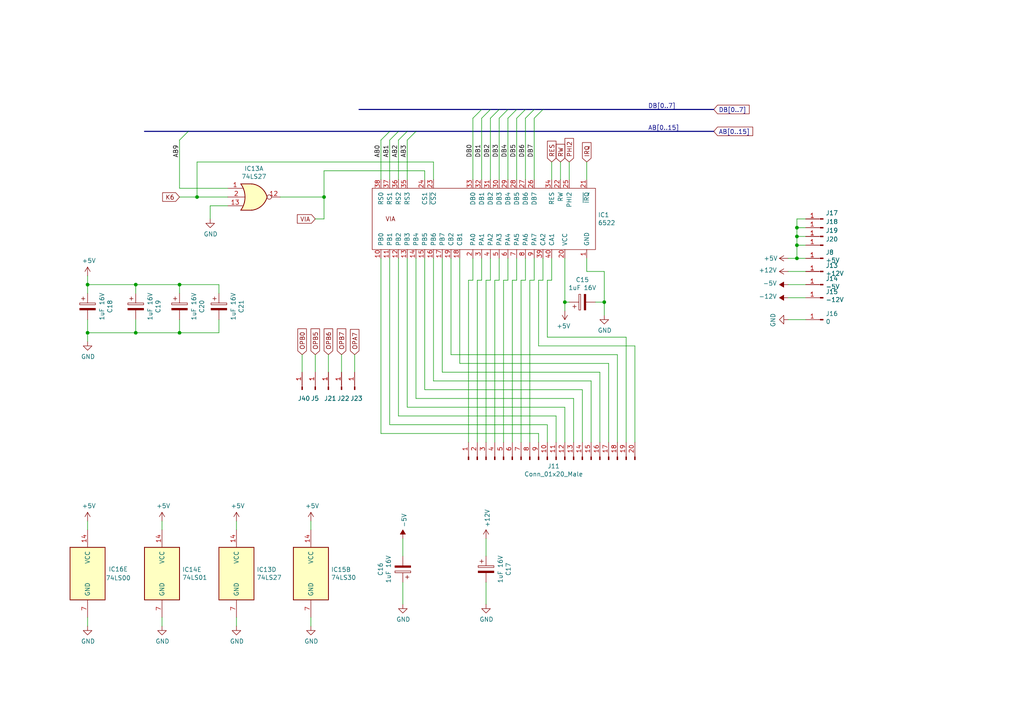
<source format=kicad_sch>
(kicad_sch
	(version 20231120)
	(generator "eeschema")
	(generator_version "8.0")
	(uuid "0ce3de99-4d5b-4c31-a9c7-69ac9abeeb1d")
	(paper "A4")
	(lib_symbols
		(symbol "74xx:74LS00"
			(pin_names
				(offset 1.016)
			)
			(exclude_from_sim no)
			(in_bom yes)
			(on_board yes)
			(property "Reference" "U"
				(at 0 1.27 0)
				(effects
					(font
						(size 1.27 1.27)
					)
				)
			)
			(property "Value" "74LS00"
				(at 0 -1.27 0)
				(effects
					(font
						(size 1.27 1.27)
					)
				)
			)
			(property "Footprint" ""
				(at 0 0 0)
				(effects
					(font
						(size 1.27 1.27)
					)
					(hide yes)
				)
			)
			(property "Datasheet" "http://www.ti.com/lit/gpn/sn74ls00"
				(at 0 0 0)
				(effects
					(font
						(size 1.27 1.27)
					)
					(hide yes)
				)
			)
			(property "Description" "quad 2-input NAND gate"
				(at 0 0 0)
				(effects
					(font
						(size 1.27 1.27)
					)
					(hide yes)
				)
			)
			(property "ki_locked" ""
				(at 0 0 0)
				(effects
					(font
						(size 1.27 1.27)
					)
				)
			)
			(property "ki_keywords" "TTL nand 2-input"
				(at 0 0 0)
				(effects
					(font
						(size 1.27 1.27)
					)
					(hide yes)
				)
			)
			(property "ki_fp_filters" "DIP*W7.62mm* SO14*"
				(at 0 0 0)
				(effects
					(font
						(size 1.27 1.27)
					)
					(hide yes)
				)
			)
			(symbol "74LS00_1_1"
				(arc
					(start 0 -3.81)
					(mid 3.7934 0)
					(end 0 3.81)
					(stroke
						(width 0.254)
						(type default)
					)
					(fill
						(type background)
					)
				)
				(polyline
					(pts
						(xy 0 3.81) (xy -3.81 3.81) (xy -3.81 -3.81) (xy 0 -3.81)
					)
					(stroke
						(width 0.254)
						(type default)
					)
					(fill
						(type background)
					)
				)
				(pin input line
					(at -7.62 2.54 0)
					(length 3.81)
					(name "~"
						(effects
							(font
								(size 1.27 1.27)
							)
						)
					)
					(number "1"
						(effects
							(font
								(size 1.27 1.27)
							)
						)
					)
				)
				(pin input line
					(at -7.62 -2.54 0)
					(length 3.81)
					(name "~"
						(effects
							(font
								(size 1.27 1.27)
							)
						)
					)
					(number "2"
						(effects
							(font
								(size 1.27 1.27)
							)
						)
					)
				)
				(pin output inverted
					(at 7.62 0 180)
					(length 3.81)
					(name "~"
						(effects
							(font
								(size 1.27 1.27)
							)
						)
					)
					(number "3"
						(effects
							(font
								(size 1.27 1.27)
							)
						)
					)
				)
			)
			(symbol "74LS00_1_2"
				(arc
					(start -3.81 -3.81)
					(mid -2.589 0)
					(end -3.81 3.81)
					(stroke
						(width 0.254)
						(type default)
					)
					(fill
						(type none)
					)
				)
				(arc
					(start -0.6096 -3.81)
					(mid 2.1842 -2.5851)
					(end 3.81 0)
					(stroke
						(width 0.254)
						(type default)
					)
					(fill
						(type background)
					)
				)
				(polyline
					(pts
						(xy -3.81 -3.81) (xy -0.635 -3.81)
					)
					(stroke
						(width 0.254)
						(type default)
					)
					(fill
						(type background)
					)
				)
				(polyline
					(pts
						(xy -3.81 3.81) (xy -0.635 3.81)
					)
					(stroke
						(width 0.254)
						(type default)
					)
					(fill
						(type background)
					)
				)
				(polyline
					(pts
						(xy -0.635 3.81) (xy -3.81 3.81) (xy -3.81 3.81) (xy -3.556 3.4036) (xy -3.0226 2.2606) (xy -2.6924 1.0414)
						(xy -2.6162 -0.254) (xy -2.7686 -1.4986) (xy -3.175 -2.7178) (xy -3.81 -3.81) (xy -3.81 -3.81)
						(xy -0.635 -3.81)
					)
					(stroke
						(width -25.4)
						(type default)
					)
					(fill
						(type background)
					)
				)
				(arc
					(start 3.81 0)
					(mid 2.1915 2.5936)
					(end -0.6096 3.81)
					(stroke
						(width 0.254)
						(type default)
					)
					(fill
						(type background)
					)
				)
				(pin input inverted
					(at -7.62 2.54 0)
					(length 4.318)
					(name "~"
						(effects
							(font
								(size 1.27 1.27)
							)
						)
					)
					(number "1"
						(effects
							(font
								(size 1.27 1.27)
							)
						)
					)
				)
				(pin input inverted
					(at -7.62 -2.54 0)
					(length 4.318)
					(name "~"
						(effects
							(font
								(size 1.27 1.27)
							)
						)
					)
					(number "2"
						(effects
							(font
								(size 1.27 1.27)
							)
						)
					)
				)
				(pin output line
					(at 7.62 0 180)
					(length 3.81)
					(name "~"
						(effects
							(font
								(size 1.27 1.27)
							)
						)
					)
					(number "3"
						(effects
							(font
								(size 1.27 1.27)
							)
						)
					)
				)
			)
			(symbol "74LS00_2_1"
				(arc
					(start 0 -3.81)
					(mid 3.7934 0)
					(end 0 3.81)
					(stroke
						(width 0.254)
						(type default)
					)
					(fill
						(type background)
					)
				)
				(polyline
					(pts
						(xy 0 3.81) (xy -3.81 3.81) (xy -3.81 -3.81) (xy 0 -3.81)
					)
					(stroke
						(width 0.254)
						(type default)
					)
					(fill
						(type background)
					)
				)
				(pin input line
					(at -7.62 2.54 0)
					(length 3.81)
					(name "~"
						(effects
							(font
								(size 1.27 1.27)
							)
						)
					)
					(number "4"
						(effects
							(font
								(size 1.27 1.27)
							)
						)
					)
				)
				(pin input line
					(at -7.62 -2.54 0)
					(length 3.81)
					(name "~"
						(effects
							(font
								(size 1.27 1.27)
							)
						)
					)
					(number "5"
						(effects
							(font
								(size 1.27 1.27)
							)
						)
					)
				)
				(pin output inverted
					(at 7.62 0 180)
					(length 3.81)
					(name "~"
						(effects
							(font
								(size 1.27 1.27)
							)
						)
					)
					(number "6"
						(effects
							(font
								(size 1.27 1.27)
							)
						)
					)
				)
			)
			(symbol "74LS00_2_2"
				(arc
					(start -3.81 -3.81)
					(mid -2.589 0)
					(end -3.81 3.81)
					(stroke
						(width 0.254)
						(type default)
					)
					(fill
						(type none)
					)
				)
				(arc
					(start -0.6096 -3.81)
					(mid 2.1842 -2.5851)
					(end 3.81 0)
					(stroke
						(width 0.254)
						(type default)
					)
					(fill
						(type background)
					)
				)
				(polyline
					(pts
						(xy -3.81 -3.81) (xy -0.635 -3.81)
					)
					(stroke
						(width 0.254)
						(type default)
					)
					(fill
						(type background)
					)
				)
				(polyline
					(pts
						(xy -3.81 3.81) (xy -0.635 3.81)
					)
					(stroke
						(width 0.254)
						(type default)
					)
					(fill
						(type background)
					)
				)
				(polyline
					(pts
						(xy -0.635 3.81) (xy -3.81 3.81) (xy -3.81 3.81) (xy -3.556 3.4036) (xy -3.0226 2.2606) (xy -2.6924 1.0414)
						(xy -2.6162 -0.254) (xy -2.7686 -1.4986) (xy -3.175 -2.7178) (xy -3.81 -3.81) (xy -3.81 -3.81)
						(xy -0.635 -3.81)
					)
					(stroke
						(width -25.4)
						(type default)
					)
					(fill
						(type background)
					)
				)
				(arc
					(start 3.81 0)
					(mid 2.1915 2.5936)
					(end -0.6096 3.81)
					(stroke
						(width 0.254)
						(type default)
					)
					(fill
						(type background)
					)
				)
				(pin input inverted
					(at -7.62 2.54 0)
					(length 4.318)
					(name "~"
						(effects
							(font
								(size 1.27 1.27)
							)
						)
					)
					(number "4"
						(effects
							(font
								(size 1.27 1.27)
							)
						)
					)
				)
				(pin input inverted
					(at -7.62 -2.54 0)
					(length 4.318)
					(name "~"
						(effects
							(font
								(size 1.27 1.27)
							)
						)
					)
					(number "5"
						(effects
							(font
								(size 1.27 1.27)
							)
						)
					)
				)
				(pin output line
					(at 7.62 0 180)
					(length 3.81)
					(name "~"
						(effects
							(font
								(size 1.27 1.27)
							)
						)
					)
					(number "6"
						(effects
							(font
								(size 1.27 1.27)
							)
						)
					)
				)
			)
			(symbol "74LS00_3_1"
				(arc
					(start 0 -3.81)
					(mid 3.7934 0)
					(end 0 3.81)
					(stroke
						(width 0.254)
						(type default)
					)
					(fill
						(type background)
					)
				)
				(polyline
					(pts
						(xy 0 3.81) (xy -3.81 3.81) (xy -3.81 -3.81) (xy 0 -3.81)
					)
					(stroke
						(width 0.254)
						(type default)
					)
					(fill
						(type background)
					)
				)
				(pin input line
					(at -7.62 -2.54 0)
					(length 3.81)
					(name "~"
						(effects
							(font
								(size 1.27 1.27)
							)
						)
					)
					(number "10"
						(effects
							(font
								(size 1.27 1.27)
							)
						)
					)
				)
				(pin output inverted
					(at 7.62 0 180)
					(length 3.81)
					(name "~"
						(effects
							(font
								(size 1.27 1.27)
							)
						)
					)
					(number "8"
						(effects
							(font
								(size 1.27 1.27)
							)
						)
					)
				)
				(pin input line
					(at -7.62 2.54 0)
					(length 3.81)
					(name "~"
						(effects
							(font
								(size 1.27 1.27)
							)
						)
					)
					(number "9"
						(effects
							(font
								(size 1.27 1.27)
							)
						)
					)
				)
			)
			(symbol "74LS00_3_2"
				(arc
					(start -3.81 -3.81)
					(mid -2.589 0)
					(end -3.81 3.81)
					(stroke
						(width 0.254)
						(type default)
					)
					(fill
						(type none)
					)
				)
				(arc
					(start -0.6096 -3.81)
					(mid 2.1842 -2.5851)
					(end 3.81 0)
					(stroke
						(width 0.254)
						(type default)
					)
					(fill
						(type background)
					)
				)
				(polyline
					(pts
						(xy -3.81 -3.81) (xy -0.635 -3.81)
					)
					(stroke
						(width 0.254)
						(type default)
					)
					(fill
						(type background)
					)
				)
				(polyline
					(pts
						(xy -3.81 3.81) (xy -0.635 3.81)
					)
					(stroke
						(width 0.254)
						(type default)
					)
					(fill
						(type background)
					)
				)
				(polyline
					(pts
						(xy -0.635 3.81) (xy -3.81 3.81) (xy -3.81 3.81) (xy -3.556 3.4036) (xy -3.0226 2.2606) (xy -2.6924 1.0414)
						(xy -2.6162 -0.254) (xy -2.7686 -1.4986) (xy -3.175 -2.7178) (xy -3.81 -3.81) (xy -3.81 -3.81)
						(xy -0.635 -3.81)
					)
					(stroke
						(width -25.4)
						(type default)
					)
					(fill
						(type background)
					)
				)
				(arc
					(start 3.81 0)
					(mid 2.1915 2.5936)
					(end -0.6096 3.81)
					(stroke
						(width 0.254)
						(type default)
					)
					(fill
						(type background)
					)
				)
				(pin input inverted
					(at -7.62 -2.54 0)
					(length 4.318)
					(name "~"
						(effects
							(font
								(size 1.27 1.27)
							)
						)
					)
					(number "10"
						(effects
							(font
								(size 1.27 1.27)
							)
						)
					)
				)
				(pin output line
					(at 7.62 0 180)
					(length 3.81)
					(name "~"
						(effects
							(font
								(size 1.27 1.27)
							)
						)
					)
					(number "8"
						(effects
							(font
								(size 1.27 1.27)
							)
						)
					)
				)
				(pin input inverted
					(at -7.62 2.54 0)
					(length 4.318)
					(name "~"
						(effects
							(font
								(size 1.27 1.27)
							)
						)
					)
					(number "9"
						(effects
							(font
								(size 1.27 1.27)
							)
						)
					)
				)
			)
			(symbol "74LS00_4_1"
				(arc
					(start 0 -3.81)
					(mid 3.7934 0)
					(end 0 3.81)
					(stroke
						(width 0.254)
						(type default)
					)
					(fill
						(type background)
					)
				)
				(polyline
					(pts
						(xy 0 3.81) (xy -3.81 3.81) (xy -3.81 -3.81) (xy 0 -3.81)
					)
					(stroke
						(width 0.254)
						(type default)
					)
					(fill
						(type background)
					)
				)
				(pin output inverted
					(at 7.62 0 180)
					(length 3.81)
					(name "~"
						(effects
							(font
								(size 1.27 1.27)
							)
						)
					)
					(number "11"
						(effects
							(font
								(size 1.27 1.27)
							)
						)
					)
				)
				(pin input line
					(at -7.62 2.54 0)
					(length 3.81)
					(name "~"
						(effects
							(font
								(size 1.27 1.27)
							)
						)
					)
					(number "12"
						(effects
							(font
								(size 1.27 1.27)
							)
						)
					)
				)
				(pin input line
					(at -7.62 -2.54 0)
					(length 3.81)
					(name "~"
						(effects
							(font
								(size 1.27 1.27)
							)
						)
					)
					(number "13"
						(effects
							(font
								(size 1.27 1.27)
							)
						)
					)
				)
			)
			(symbol "74LS00_4_2"
				(arc
					(start -3.81 -3.81)
					(mid -2.589 0)
					(end -3.81 3.81)
					(stroke
						(width 0.254)
						(type default)
					)
					(fill
						(type none)
					)
				)
				(arc
					(start -0.6096 -3.81)
					(mid 2.1842 -2.5851)
					(end 3.81 0)
					(stroke
						(width 0.254)
						(type default)
					)
					(fill
						(type background)
					)
				)
				(polyline
					(pts
						(xy -3.81 -3.81) (xy -0.635 -3.81)
					)
					(stroke
						(width 0.254)
						(type default)
					)
					(fill
						(type background)
					)
				)
				(polyline
					(pts
						(xy -3.81 3.81) (xy -0.635 3.81)
					)
					(stroke
						(width 0.254)
						(type default)
					)
					(fill
						(type background)
					)
				)
				(polyline
					(pts
						(xy -0.635 3.81) (xy -3.81 3.81) (xy -3.81 3.81) (xy -3.556 3.4036) (xy -3.0226 2.2606) (xy -2.6924 1.0414)
						(xy -2.6162 -0.254) (xy -2.7686 -1.4986) (xy -3.175 -2.7178) (xy -3.81 -3.81) (xy -3.81 -3.81)
						(xy -0.635 -3.81)
					)
					(stroke
						(width -25.4)
						(type default)
					)
					(fill
						(type background)
					)
				)
				(arc
					(start 3.81 0)
					(mid 2.1915 2.5936)
					(end -0.6096 3.81)
					(stroke
						(width 0.254)
						(type default)
					)
					(fill
						(type background)
					)
				)
				(pin output line
					(at 7.62 0 180)
					(length 3.81)
					(name "~"
						(effects
							(font
								(size 1.27 1.27)
							)
						)
					)
					(number "11"
						(effects
							(font
								(size 1.27 1.27)
							)
						)
					)
				)
				(pin input inverted
					(at -7.62 2.54 0)
					(length 4.318)
					(name "~"
						(effects
							(font
								(size 1.27 1.27)
							)
						)
					)
					(number "12"
						(effects
							(font
								(size 1.27 1.27)
							)
						)
					)
				)
				(pin input inverted
					(at -7.62 -2.54 0)
					(length 4.318)
					(name "~"
						(effects
							(font
								(size 1.27 1.27)
							)
						)
					)
					(number "13"
						(effects
							(font
								(size 1.27 1.27)
							)
						)
					)
				)
			)
			(symbol "74LS00_5_0"
				(pin power_in line
					(at 0 12.7 270)
					(length 5.08)
					(name "VCC"
						(effects
							(font
								(size 1.27 1.27)
							)
						)
					)
					(number "14"
						(effects
							(font
								(size 1.27 1.27)
							)
						)
					)
				)
				(pin power_in line
					(at 0 -12.7 90)
					(length 5.08)
					(name "GND"
						(effects
							(font
								(size 1.27 1.27)
							)
						)
					)
					(number "7"
						(effects
							(font
								(size 1.27 1.27)
							)
						)
					)
				)
			)
			(symbol "74LS00_5_1"
				(rectangle
					(start -5.08 7.62)
					(end 5.08 -7.62)
					(stroke
						(width 0.254)
						(type default)
					)
					(fill
						(type background)
					)
				)
			)
		)
		(symbol "74xx:74LS01"
			(pin_names
				(offset 1.016)
			)
			(exclude_from_sim no)
			(in_bom yes)
			(on_board yes)
			(property "Reference" "U"
				(at 0 1.27 0)
				(effects
					(font
						(size 1.27 1.27)
					)
				)
			)
			(property "Value" "74LS01"
				(at 0 -1.27 0)
				(effects
					(font
						(size 1.27 1.27)
					)
				)
			)
			(property "Footprint" ""
				(at 0 0 0)
				(effects
					(font
						(size 1.27 1.27)
					)
					(hide yes)
				)
			)
			(property "Datasheet" "http://www.nteinc.com/specs/7400to7499/pdf/nte74LS01.pdf"
				(at 0 0 0)
				(effects
					(font
						(size 1.27 1.27)
					)
					(hide yes)
				)
			)
			(property "Description" "quad 2-input NAND gate, open collector outputs NRND"
				(at 0 0 0)
				(effects
					(font
						(size 1.27 1.27)
					)
					(hide yes)
				)
			)
			(property "ki_locked" ""
				(at 0 0 0)
				(effects
					(font
						(size 1.27 1.27)
					)
				)
			)
			(property "ki_keywords" "TTL nand 2-input open collector"
				(at 0 0 0)
				(effects
					(font
						(size 1.27 1.27)
					)
					(hide yes)
				)
			)
			(property "ki_fp_filters" "DIP*W7.62mm*"
				(at 0 0 0)
				(effects
					(font
						(size 1.27 1.27)
					)
					(hide yes)
				)
			)
			(symbol "74LS01_1_1"
				(arc
					(start 0 -3.81)
					(mid 3.7934 0)
					(end 0 3.81)
					(stroke
						(width 0.254)
						(type default)
					)
					(fill
						(type background)
					)
				)
				(polyline
					(pts
						(xy 0 3.81) (xy -3.81 3.81) (xy -3.81 -3.81) (xy 0 -3.81)
					)
					(stroke
						(width 0.254)
						(type default)
					)
					(fill
						(type background)
					)
				)
				(pin open_collector inverted
					(at 7.62 0 180)
					(length 3.81)
					(name "~"
						(effects
							(font
								(size 1.27 1.27)
							)
						)
					)
					(number "1"
						(effects
							(font
								(size 1.27 1.27)
							)
						)
					)
				)
				(pin input line
					(at -7.62 2.54 0)
					(length 3.81)
					(name "~"
						(effects
							(font
								(size 1.27 1.27)
							)
						)
					)
					(number "2"
						(effects
							(font
								(size 1.27 1.27)
							)
						)
					)
				)
				(pin input line
					(at -7.62 -2.54 0)
					(length 3.81)
					(name "~"
						(effects
							(font
								(size 1.27 1.27)
							)
						)
					)
					(number "3"
						(effects
							(font
								(size 1.27 1.27)
							)
						)
					)
				)
			)
			(symbol "74LS01_1_2"
				(arc
					(start -3.81 -3.81)
					(mid -2.589 0)
					(end -3.81 3.81)
					(stroke
						(width 0.254)
						(type default)
					)
					(fill
						(type none)
					)
				)
				(arc
					(start -0.6096 -3.81)
					(mid 2.1842 -2.5851)
					(end 3.81 0)
					(stroke
						(width 0.254)
						(type default)
					)
					(fill
						(type background)
					)
				)
				(polyline
					(pts
						(xy -3.81 -3.81) (xy -0.635 -3.81)
					)
					(stroke
						(width 0.254)
						(type default)
					)
					(fill
						(type background)
					)
				)
				(polyline
					(pts
						(xy -3.81 3.81) (xy -0.635 3.81)
					)
					(stroke
						(width 0.254)
						(type default)
					)
					(fill
						(type background)
					)
				)
				(polyline
					(pts
						(xy -0.635 3.81) (xy -3.81 3.81) (xy -3.81 3.81) (xy -3.556 3.4036) (xy -3.0226 2.2606) (xy -2.6924 1.0414)
						(xy -2.6162 -0.254) (xy -2.7686 -1.4986) (xy -3.175 -2.7178) (xy -3.81 -3.81) (xy -3.81 -3.81)
						(xy -0.635 -3.81)
					)
					(stroke
						(width -25.4)
						(type default)
					)
					(fill
						(type background)
					)
				)
				(arc
					(start 3.81 0)
					(mid 2.1915 2.5936)
					(end -0.6096 3.81)
					(stroke
						(width 0.254)
						(type default)
					)
					(fill
						(type background)
					)
				)
				(pin open_collector line
					(at 7.62 0 180)
					(length 3.81)
					(name "~"
						(effects
							(font
								(size 1.27 1.27)
							)
						)
					)
					(number "1"
						(effects
							(font
								(size 1.27 1.27)
							)
						)
					)
				)
				(pin input inverted
					(at -7.62 2.54 0)
					(length 4.318)
					(name "~"
						(effects
							(font
								(size 1.27 1.27)
							)
						)
					)
					(number "2"
						(effects
							(font
								(size 1.27 1.27)
							)
						)
					)
				)
				(pin input inverted
					(at -7.62 -2.54 0)
					(length 4.318)
					(name "~"
						(effects
							(font
								(size 1.27 1.27)
							)
						)
					)
					(number "3"
						(effects
							(font
								(size 1.27 1.27)
							)
						)
					)
				)
			)
			(symbol "74LS01_2_1"
				(arc
					(start 0 -3.81)
					(mid 3.7934 0)
					(end 0 3.81)
					(stroke
						(width 0.254)
						(type default)
					)
					(fill
						(type background)
					)
				)
				(polyline
					(pts
						(xy 0 3.81) (xy -3.81 3.81) (xy -3.81 -3.81) (xy 0 -3.81)
					)
					(stroke
						(width 0.254)
						(type default)
					)
					(fill
						(type background)
					)
				)
				(pin open_collector inverted
					(at 7.62 0 180)
					(length 3.81)
					(name "~"
						(effects
							(font
								(size 1.27 1.27)
							)
						)
					)
					(number "4"
						(effects
							(font
								(size 1.27 1.27)
							)
						)
					)
				)
				(pin input line
					(at -7.62 2.54 0)
					(length 3.81)
					(name "~"
						(effects
							(font
								(size 1.27 1.27)
							)
						)
					)
					(number "5"
						(effects
							(font
								(size 1.27 1.27)
							)
						)
					)
				)
				(pin input line
					(at -7.62 -2.54 0)
					(length 3.81)
					(name "~"
						(effects
							(font
								(size 1.27 1.27)
							)
						)
					)
					(number "6"
						(effects
							(font
								(size 1.27 1.27)
							)
						)
					)
				)
			)
			(symbol "74LS01_2_2"
				(arc
					(start -3.81 -3.81)
					(mid -2.589 0)
					(end -3.81 3.81)
					(stroke
						(width 0.254)
						(type default)
					)
					(fill
						(type none)
					)
				)
				(arc
					(start -0.6096 -3.81)
					(mid 2.1842 -2.5851)
					(end 3.81 0)
					(stroke
						(width 0.254)
						(type default)
					)
					(fill
						(type background)
					)
				)
				(polyline
					(pts
						(xy -3.81 -3.81) (xy -0.635 -3.81)
					)
					(stroke
						(width 0.254)
						(type default)
					)
					(fill
						(type background)
					)
				)
				(polyline
					(pts
						(xy -3.81 3.81) (xy -0.635 3.81)
					)
					(stroke
						(width 0.254)
						(type default)
					)
					(fill
						(type background)
					)
				)
				(polyline
					(pts
						(xy -0.635 3.81) (xy -3.81 3.81) (xy -3.81 3.81) (xy -3.556 3.4036) (xy -3.0226 2.2606) (xy -2.6924 1.0414)
						(xy -2.6162 -0.254) (xy -2.7686 -1.4986) (xy -3.175 -2.7178) (xy -3.81 -3.81) (xy -3.81 -3.81)
						(xy -0.635 -3.81)
					)
					(stroke
						(width -25.4)
						(type default)
					)
					(fill
						(type background)
					)
				)
				(arc
					(start 3.81 0)
					(mid 2.1915 2.5936)
					(end -0.6096 3.81)
					(stroke
						(width 0.254)
						(type default)
					)
					(fill
						(type background)
					)
				)
				(pin open_collector line
					(at 7.62 0 180)
					(length 3.81)
					(name "~"
						(effects
							(font
								(size 1.27 1.27)
							)
						)
					)
					(number "4"
						(effects
							(font
								(size 1.27 1.27)
							)
						)
					)
				)
				(pin input inverted
					(at -7.62 2.54 0)
					(length 4.318)
					(name "~"
						(effects
							(font
								(size 1.27 1.27)
							)
						)
					)
					(number "5"
						(effects
							(font
								(size 1.27 1.27)
							)
						)
					)
				)
				(pin input inverted
					(at -7.62 -2.54 0)
					(length 4.318)
					(name "~"
						(effects
							(font
								(size 1.27 1.27)
							)
						)
					)
					(number "6"
						(effects
							(font
								(size 1.27 1.27)
							)
						)
					)
				)
			)
			(symbol "74LS01_3_1"
				(arc
					(start 0 -3.81)
					(mid 3.7934 0)
					(end 0 3.81)
					(stroke
						(width 0.254)
						(type default)
					)
					(fill
						(type background)
					)
				)
				(polyline
					(pts
						(xy 0 3.81) (xy -3.81 3.81) (xy -3.81 -3.81) (xy 0 -3.81)
					)
					(stroke
						(width 0.254)
						(type default)
					)
					(fill
						(type background)
					)
				)
				(pin open_collector inverted
					(at 7.62 0 180)
					(length 3.81)
					(name "~"
						(effects
							(font
								(size 1.27 1.27)
							)
						)
					)
					(number "10"
						(effects
							(font
								(size 1.27 1.27)
							)
						)
					)
				)
				(pin input line
					(at -7.62 2.54 0)
					(length 3.81)
					(name "~"
						(effects
							(font
								(size 1.27 1.27)
							)
						)
					)
					(number "8"
						(effects
							(font
								(size 1.27 1.27)
							)
						)
					)
				)
				(pin input line
					(at -7.62 -2.54 0)
					(length 3.81)
					(name "~"
						(effects
							(font
								(size 1.27 1.27)
							)
						)
					)
					(number "9"
						(effects
							(font
								(size 1.27 1.27)
							)
						)
					)
				)
			)
			(symbol "74LS01_3_2"
				(arc
					(start -3.81 -3.81)
					(mid -2.589 0)
					(end -3.81 3.81)
					(stroke
						(width 0.254)
						(type default)
					)
					(fill
						(type none)
					)
				)
				(arc
					(start -0.6096 -3.81)
					(mid 2.1842 -2.5851)
					(end 3.81 0)
					(stroke
						(width 0.254)
						(type default)
					)
					(fill
						(type background)
					)
				)
				(polyline
					(pts
						(xy -3.81 -3.81) (xy -0.635 -3.81)
					)
					(stroke
						(width 0.254)
						(type default)
					)
					(fill
						(type background)
					)
				)
				(polyline
					(pts
						(xy -3.81 3.81) (xy -0.635 3.81)
					)
					(stroke
						(width 0.254)
						(type default)
					)
					(fill
						(type background)
					)
				)
				(polyline
					(pts
						(xy -0.635 3.81) (xy -3.81 3.81) (xy -3.81 3.81) (xy -3.556 3.4036) (xy -3.0226 2.2606) (xy -2.6924 1.0414)
						(xy -2.6162 -0.254) (xy -2.7686 -1.4986) (xy -3.175 -2.7178) (xy -3.81 -3.81) (xy -3.81 -3.81)
						(xy -0.635 -3.81)
					)
					(stroke
						(width -25.4)
						(type default)
					)
					(fill
						(type background)
					)
				)
				(arc
					(start 3.81 0)
					(mid 2.1915 2.5936)
					(end -0.6096 3.81)
					(stroke
						(width 0.254)
						(type default)
					)
					(fill
						(type background)
					)
				)
				(pin open_collector line
					(at 7.62 0 180)
					(length 3.81)
					(name "~"
						(effects
							(font
								(size 1.27 1.27)
							)
						)
					)
					(number "10"
						(effects
							(font
								(size 1.27 1.27)
							)
						)
					)
				)
				(pin input inverted
					(at -7.62 2.54 0)
					(length 4.318)
					(name "~"
						(effects
							(font
								(size 1.27 1.27)
							)
						)
					)
					(number "8"
						(effects
							(font
								(size 1.27 1.27)
							)
						)
					)
				)
				(pin input inverted
					(at -7.62 -2.54 0)
					(length 4.318)
					(name "~"
						(effects
							(font
								(size 1.27 1.27)
							)
						)
					)
					(number "9"
						(effects
							(font
								(size 1.27 1.27)
							)
						)
					)
				)
			)
			(symbol "74LS01_4_1"
				(arc
					(start 0 -3.81)
					(mid 3.7934 0)
					(end 0 3.81)
					(stroke
						(width 0.254)
						(type default)
					)
					(fill
						(type background)
					)
				)
				(polyline
					(pts
						(xy 0 3.81) (xy -3.81 3.81) (xy -3.81 -3.81) (xy 0 -3.81)
					)
					(stroke
						(width 0.254)
						(type default)
					)
					(fill
						(type background)
					)
				)
				(pin input line
					(at -7.62 2.54 0)
					(length 3.81)
					(name "~"
						(effects
							(font
								(size 1.27 1.27)
							)
						)
					)
					(number "11"
						(effects
							(font
								(size 1.27 1.27)
							)
						)
					)
				)
				(pin input line
					(at -7.62 -2.54 0)
					(length 3.81)
					(name "~"
						(effects
							(font
								(size 1.27 1.27)
							)
						)
					)
					(number "12"
						(effects
							(font
								(size 1.27 1.27)
							)
						)
					)
				)
				(pin open_collector inverted
					(at 7.62 0 180)
					(length 3.81)
					(name "~"
						(effects
							(font
								(size 1.27 1.27)
							)
						)
					)
					(number "13"
						(effects
							(font
								(size 1.27 1.27)
							)
						)
					)
				)
			)
			(symbol "74LS01_4_2"
				(arc
					(start -3.81 -3.81)
					(mid -2.589 0)
					(end -3.81 3.81)
					(stroke
						(width 0.254)
						(type default)
					)
					(fill
						(type none)
					)
				)
				(arc
					(start -0.6096 -3.81)
					(mid 2.1842 -2.5851)
					(end 3.81 0)
					(stroke
						(width 0.254)
						(type default)
					)
					(fill
						(type background)
					)
				)
				(polyline
					(pts
						(xy -3.81 -3.81) (xy -0.635 -3.81)
					)
					(stroke
						(width 0.254)
						(type default)
					)
					(fill
						(type background)
					)
				)
				(polyline
					(pts
						(xy -3.81 3.81) (xy -0.635 3.81)
					)
					(stroke
						(width 0.254)
						(type default)
					)
					(fill
						(type background)
					)
				)
				(polyline
					(pts
						(xy -0.635 3.81) (xy -3.81 3.81) (xy -3.81 3.81) (xy -3.556 3.4036) (xy -3.0226 2.2606) (xy -2.6924 1.0414)
						(xy -2.6162 -0.254) (xy -2.7686 -1.4986) (xy -3.175 -2.7178) (xy -3.81 -3.81) (xy -3.81 -3.81)
						(xy -0.635 -3.81)
					)
					(stroke
						(width -25.4)
						(type default)
					)
					(fill
						(type background)
					)
				)
				(arc
					(start 3.81 0)
					(mid 2.1915 2.5936)
					(end -0.6096 3.81)
					(stroke
						(width 0.254)
						(type default)
					)
					(fill
						(type background)
					)
				)
				(pin input inverted
					(at -7.62 2.54 0)
					(length 4.318)
					(name "~"
						(effects
							(font
								(size 1.27 1.27)
							)
						)
					)
					(number "11"
						(effects
							(font
								(size 1.27 1.27)
							)
						)
					)
				)
				(pin input inverted
					(at -7.62 -2.54 0)
					(length 4.318)
					(name "~"
						(effects
							(font
								(size 1.27 1.27)
							)
						)
					)
					(number "12"
						(effects
							(font
								(size 1.27 1.27)
							)
						)
					)
				)
				(pin open_collector line
					(at 7.62 0 180)
					(length 3.81)
					(name "~"
						(effects
							(font
								(size 1.27 1.27)
							)
						)
					)
					(number "13"
						(effects
							(font
								(size 1.27 1.27)
							)
						)
					)
				)
			)
			(symbol "74LS01_5_0"
				(pin power_in line
					(at 0 12.7 270)
					(length 5.08)
					(name "VCC"
						(effects
							(font
								(size 1.27 1.27)
							)
						)
					)
					(number "14"
						(effects
							(font
								(size 1.27 1.27)
							)
						)
					)
				)
				(pin power_in line
					(at 0 -12.7 90)
					(length 5.08)
					(name "GND"
						(effects
							(font
								(size 1.27 1.27)
							)
						)
					)
					(number "7"
						(effects
							(font
								(size 1.27 1.27)
							)
						)
					)
				)
			)
			(symbol "74LS01_5_1"
				(rectangle
					(start -5.08 7.62)
					(end 5.08 -7.62)
					(stroke
						(width 0.254)
						(type default)
					)
					(fill
						(type background)
					)
				)
			)
		)
		(symbol "74xx:74LS27"
			(pin_names
				(offset 1.016)
			)
			(exclude_from_sim no)
			(in_bom yes)
			(on_board yes)
			(property "Reference" "U"
				(at 0 1.27 0)
				(effects
					(font
						(size 1.27 1.27)
					)
				)
			)
			(property "Value" "74LS27"
				(at 0 -1.27 0)
				(effects
					(font
						(size 1.27 1.27)
					)
				)
			)
			(property "Footprint" ""
				(at 0 0 0)
				(effects
					(font
						(size 1.27 1.27)
					)
					(hide yes)
				)
			)
			(property "Datasheet" "http://www.ti.com/lit/gpn/sn74LS27"
				(at 0 0 0)
				(effects
					(font
						(size 1.27 1.27)
					)
					(hide yes)
				)
			)
			(property "Description" "Triple 3-input NOR"
				(at 0 0 0)
				(effects
					(font
						(size 1.27 1.27)
					)
					(hide yes)
				)
			)
			(property "ki_locked" ""
				(at 0 0 0)
				(effects
					(font
						(size 1.27 1.27)
					)
				)
			)
			(property "ki_keywords" "TTL Nor3"
				(at 0 0 0)
				(effects
					(font
						(size 1.27 1.27)
					)
					(hide yes)
				)
			)
			(property "ki_fp_filters" "DIP*W7.62mm*"
				(at 0 0 0)
				(effects
					(font
						(size 1.27 1.27)
					)
					(hide yes)
				)
			)
			(symbol "74LS27_1_1"
				(arc
					(start -3.81 -3.81)
					(mid -2.589 0)
					(end -3.81 3.81)
					(stroke
						(width 0.254)
						(type default)
					)
					(fill
						(type none)
					)
				)
				(arc
					(start -0.6096 -3.81)
					(mid 2.1842 -2.5851)
					(end 3.81 0)
					(stroke
						(width 0.254)
						(type default)
					)
					(fill
						(type background)
					)
				)
				(polyline
					(pts
						(xy -3.81 -3.81) (xy -0.635 -3.81)
					)
					(stroke
						(width 0.254)
						(type default)
					)
					(fill
						(type background)
					)
				)
				(polyline
					(pts
						(xy -3.81 3.81) (xy -0.635 3.81)
					)
					(stroke
						(width 0.254)
						(type default)
					)
					(fill
						(type background)
					)
				)
				(polyline
					(pts
						(xy -0.635 3.81) (xy -3.81 3.81) (xy -3.81 3.81) (xy -3.556 3.4036) (xy -3.0226 2.2606) (xy -2.6924 1.0414)
						(xy -2.6162 -0.254) (xy -2.7686 -1.4986) (xy -3.175 -2.7178) (xy -3.81 -3.81) (xy -3.81 -3.81)
						(xy -0.635 -3.81)
					)
					(stroke
						(width -25.4)
						(type default)
					)
					(fill
						(type background)
					)
				)
				(arc
					(start 3.81 0)
					(mid 2.1915 2.5936)
					(end -0.6096 3.81)
					(stroke
						(width 0.254)
						(type default)
					)
					(fill
						(type background)
					)
				)
				(pin input line
					(at -7.62 2.54 0)
					(length 4.318)
					(name "~"
						(effects
							(font
								(size 1.27 1.27)
							)
						)
					)
					(number "1"
						(effects
							(font
								(size 1.27 1.27)
							)
						)
					)
				)
				(pin output inverted
					(at 7.62 0 180)
					(length 3.81)
					(name "~"
						(effects
							(font
								(size 1.27 1.27)
							)
						)
					)
					(number "12"
						(effects
							(font
								(size 1.27 1.27)
							)
						)
					)
				)
				(pin input line
					(at -7.62 -2.54 0)
					(length 4.318)
					(name "~"
						(effects
							(font
								(size 1.27 1.27)
							)
						)
					)
					(number "13"
						(effects
							(font
								(size 1.27 1.27)
							)
						)
					)
				)
				(pin input line
					(at -7.62 0 0)
					(length 4.953)
					(name "~"
						(effects
							(font
								(size 1.27 1.27)
							)
						)
					)
					(number "2"
						(effects
							(font
								(size 1.27 1.27)
							)
						)
					)
				)
			)
			(symbol "74LS27_1_2"
				(arc
					(start 0 -3.81)
					(mid 3.7934 0)
					(end 0 3.81)
					(stroke
						(width 0.254)
						(type default)
					)
					(fill
						(type background)
					)
				)
				(polyline
					(pts
						(xy 0 3.81) (xy -3.81 3.81) (xy -3.81 -3.81) (xy 0 -3.81)
					)
					(stroke
						(width 0.254)
						(type default)
					)
					(fill
						(type background)
					)
				)
				(pin input inverted
					(at -7.62 2.54 0)
					(length 3.81)
					(name "~"
						(effects
							(font
								(size 1.27 1.27)
							)
						)
					)
					(number "1"
						(effects
							(font
								(size 1.27 1.27)
							)
						)
					)
				)
				(pin output line
					(at 7.62 0 180)
					(length 3.81)
					(name "~"
						(effects
							(font
								(size 1.27 1.27)
							)
						)
					)
					(number "12"
						(effects
							(font
								(size 1.27 1.27)
							)
						)
					)
				)
				(pin input inverted
					(at -7.62 -2.54 0)
					(length 3.81)
					(name "~"
						(effects
							(font
								(size 1.27 1.27)
							)
						)
					)
					(number "13"
						(effects
							(font
								(size 1.27 1.27)
							)
						)
					)
				)
				(pin input inverted
					(at -7.62 0 0)
					(length 3.81)
					(name "~"
						(effects
							(font
								(size 1.27 1.27)
							)
						)
					)
					(number "2"
						(effects
							(font
								(size 1.27 1.27)
							)
						)
					)
				)
			)
			(symbol "74LS27_2_1"
				(arc
					(start -3.81 -3.81)
					(mid -2.589 0)
					(end -3.81 3.81)
					(stroke
						(width 0.254)
						(type default)
					)
					(fill
						(type none)
					)
				)
				(arc
					(start -0.6096 -3.81)
					(mid 2.1842 -2.5851)
					(end 3.81 0)
					(stroke
						(width 0.254)
						(type default)
					)
					(fill
						(type background)
					)
				)
				(polyline
					(pts
						(xy -3.81 -3.81) (xy -0.635 -3.81)
					)
					(stroke
						(width 0.254)
						(type default)
					)
					(fill
						(type background)
					)
				)
				(polyline
					(pts
						(xy -3.81 3.81) (xy -0.635 3.81)
					)
					(stroke
						(width 0.254)
						(type default)
					)
					(fill
						(type background)
					)
				)
				(polyline
					(pts
						(xy -0.635 3.81) (xy -3.81 3.81) (xy -3.81 3.81) (xy -3.556 3.4036) (xy -3.0226 2.2606) (xy -2.6924 1.0414)
						(xy -2.6162 -0.254) (xy -2.7686 -1.4986) (xy -3.175 -2.7178) (xy -3.81 -3.81) (xy -3.81 -3.81)
						(xy -0.635 -3.81)
					)
					(stroke
						(width -25.4)
						(type default)
					)
					(fill
						(type background)
					)
				)
				(arc
					(start 3.81 0)
					(mid 2.1915 2.5936)
					(end -0.6096 3.81)
					(stroke
						(width 0.254)
						(type default)
					)
					(fill
						(type background)
					)
				)
				(pin input line
					(at -7.62 2.54 0)
					(length 4.318)
					(name "~"
						(effects
							(font
								(size 1.27 1.27)
							)
						)
					)
					(number "3"
						(effects
							(font
								(size 1.27 1.27)
							)
						)
					)
				)
				(pin input line
					(at -7.62 0 0)
					(length 4.953)
					(name "~"
						(effects
							(font
								(size 1.27 1.27)
							)
						)
					)
					(number "4"
						(effects
							(font
								(size 1.27 1.27)
							)
						)
					)
				)
				(pin input line
					(at -7.62 -2.54 0)
					(length 4.318)
					(name "~"
						(effects
							(font
								(size 1.27 1.27)
							)
						)
					)
					(number "5"
						(effects
							(font
								(size 1.27 1.27)
							)
						)
					)
				)
				(pin output inverted
					(at 7.62 0 180)
					(length 3.81)
					(name "~"
						(effects
							(font
								(size 1.27 1.27)
							)
						)
					)
					(number "6"
						(effects
							(font
								(size 1.27 1.27)
							)
						)
					)
				)
			)
			(symbol "74LS27_2_2"
				(arc
					(start 0 -3.81)
					(mid 3.7934 0)
					(end 0 3.81)
					(stroke
						(width 0.254)
						(type default)
					)
					(fill
						(type background)
					)
				)
				(polyline
					(pts
						(xy 0 3.81) (xy -3.81 3.81) (xy -3.81 -3.81) (xy 0 -3.81)
					)
					(stroke
						(width 0.254)
						(type default)
					)
					(fill
						(type background)
					)
				)
				(pin input inverted
					(at -7.62 2.54 0)
					(length 3.81)
					(name "~"
						(effects
							(font
								(size 1.27 1.27)
							)
						)
					)
					(number "3"
						(effects
							(font
								(size 1.27 1.27)
							)
						)
					)
				)
				(pin input inverted
					(at -7.62 0 0)
					(length 3.81)
					(name "~"
						(effects
							(font
								(size 1.27 1.27)
							)
						)
					)
					(number "4"
						(effects
							(font
								(size 1.27 1.27)
							)
						)
					)
				)
				(pin input inverted
					(at -7.62 -2.54 0)
					(length 3.81)
					(name "~"
						(effects
							(font
								(size 1.27 1.27)
							)
						)
					)
					(number "5"
						(effects
							(font
								(size 1.27 1.27)
							)
						)
					)
				)
				(pin output line
					(at 7.62 0 180)
					(length 3.81)
					(name "~"
						(effects
							(font
								(size 1.27 1.27)
							)
						)
					)
					(number "6"
						(effects
							(font
								(size 1.27 1.27)
							)
						)
					)
				)
			)
			(symbol "74LS27_3_1"
				(arc
					(start -3.81 -3.81)
					(mid -2.589 0)
					(end -3.81 3.81)
					(stroke
						(width 0.254)
						(type default)
					)
					(fill
						(type none)
					)
				)
				(arc
					(start -0.6096 -3.81)
					(mid 2.1842 -2.5851)
					(end 3.81 0)
					(stroke
						(width 0.254)
						(type default)
					)
					(fill
						(type background)
					)
				)
				(polyline
					(pts
						(xy -3.81 -3.81) (xy -0.635 -3.81)
					)
					(stroke
						(width 0.254)
						(type default)
					)
					(fill
						(type background)
					)
				)
				(polyline
					(pts
						(xy -3.81 3.81) (xy -0.635 3.81)
					)
					(stroke
						(width 0.254)
						(type default)
					)
					(fill
						(type background)
					)
				)
				(polyline
					(pts
						(xy -0.635 3.81) (xy -3.81 3.81) (xy -3.81 3.81) (xy -3.556 3.4036) (xy -3.0226 2.2606) (xy -2.6924 1.0414)
						(xy -2.6162 -0.254) (xy -2.7686 -1.4986) (xy -3.175 -2.7178) (xy -3.81 -3.81) (xy -3.81 -3.81)
						(xy -0.635 -3.81)
					)
					(stroke
						(width -25.4)
						(type default)
					)
					(fill
						(type background)
					)
				)
				(arc
					(start 3.81 0)
					(mid 2.1915 2.5936)
					(end -0.6096 3.81)
					(stroke
						(width 0.254)
						(type default)
					)
					(fill
						(type background)
					)
				)
				(pin input line
					(at -7.62 0 0)
					(length 4.953)
					(name "~"
						(effects
							(font
								(size 1.27 1.27)
							)
						)
					)
					(number "10"
						(effects
							(font
								(size 1.27 1.27)
							)
						)
					)
				)
				(pin input line
					(at -7.62 -2.54 0)
					(length 4.318)
					(name "~"
						(effects
							(font
								(size 1.27 1.27)
							)
						)
					)
					(number "11"
						(effects
							(font
								(size 1.27 1.27)
							)
						)
					)
				)
				(pin output inverted
					(at 7.62 0 180)
					(length 3.81)
					(name "~"
						(effects
							(font
								(size 1.27 1.27)
							)
						)
					)
					(number "8"
						(effects
							(font
								(size 1.27 1.27)
							)
						)
					)
				)
				(pin input line
					(at -7.62 2.54 0)
					(length 4.318)
					(name "~"
						(effects
							(font
								(size 1.27 1.27)
							)
						)
					)
					(number "9"
						(effects
							(font
								(size 1.27 1.27)
							)
						)
					)
				)
			)
			(symbol "74LS27_3_2"
				(arc
					(start 0 -3.81)
					(mid 3.7934 0)
					(end 0 3.81)
					(stroke
						(width 0.254)
						(type default)
					)
					(fill
						(type background)
					)
				)
				(polyline
					(pts
						(xy 0 3.81) (xy -3.81 3.81) (xy -3.81 -3.81) (xy 0 -3.81)
					)
					(stroke
						(width 0.254)
						(type default)
					)
					(fill
						(type background)
					)
				)
				(pin input inverted
					(at -7.62 0 0)
					(length 3.81)
					(name "~"
						(effects
							(font
								(size 1.27 1.27)
							)
						)
					)
					(number "10"
						(effects
							(font
								(size 1.27 1.27)
							)
						)
					)
				)
				(pin input inverted
					(at -7.62 -2.54 0)
					(length 3.81)
					(name "~"
						(effects
							(font
								(size 1.27 1.27)
							)
						)
					)
					(number "11"
						(effects
							(font
								(size 1.27 1.27)
							)
						)
					)
				)
				(pin output line
					(at 7.62 0 180)
					(length 3.81)
					(name "~"
						(effects
							(font
								(size 1.27 1.27)
							)
						)
					)
					(number "8"
						(effects
							(font
								(size 1.27 1.27)
							)
						)
					)
				)
				(pin input inverted
					(at -7.62 2.54 0)
					(length 3.81)
					(name "~"
						(effects
							(font
								(size 1.27 1.27)
							)
						)
					)
					(number "9"
						(effects
							(font
								(size 1.27 1.27)
							)
						)
					)
				)
			)
			(symbol "74LS27_4_0"
				(pin power_in line
					(at 0 12.7 270)
					(length 5.08)
					(name "VCC"
						(effects
							(font
								(size 1.27 1.27)
							)
						)
					)
					(number "14"
						(effects
							(font
								(size 1.27 1.27)
							)
						)
					)
				)
				(pin power_in line
					(at 0 -12.7 90)
					(length 5.08)
					(name "GND"
						(effects
							(font
								(size 1.27 1.27)
							)
						)
					)
					(number "7"
						(effects
							(font
								(size 1.27 1.27)
							)
						)
					)
				)
			)
			(symbol "74LS27_4_1"
				(rectangle
					(start -5.08 7.62)
					(end 5.08 -7.62)
					(stroke
						(width 0.254)
						(type default)
					)
					(fill
						(type background)
					)
				)
			)
		)
		(symbol "74xx:74LS30"
			(pin_names
				(offset 1.016)
			)
			(exclude_from_sim no)
			(in_bom yes)
			(on_board yes)
			(property "Reference" "U"
				(at 0 1.27 0)
				(effects
					(font
						(size 1.27 1.27)
					)
				)
			)
			(property "Value" "74LS30"
				(at 0 -1.27 0)
				(effects
					(font
						(size 1.27 1.27)
					)
				)
			)
			(property "Footprint" ""
				(at 0 0 0)
				(effects
					(font
						(size 1.27 1.27)
					)
					(hide yes)
				)
			)
			(property "Datasheet" "http://www.ti.com/lit/gpn/sn74LS30"
				(at 0 0 0)
				(effects
					(font
						(size 1.27 1.27)
					)
					(hide yes)
				)
			)
			(property "Description" "8-input NAND"
				(at 0 0 0)
				(effects
					(font
						(size 1.27 1.27)
					)
					(hide yes)
				)
			)
			(property "ki_locked" ""
				(at 0 0 0)
				(effects
					(font
						(size 1.27 1.27)
					)
				)
			)
			(property "ki_keywords" "TTL Nand8"
				(at 0 0 0)
				(effects
					(font
						(size 1.27 1.27)
					)
					(hide yes)
				)
			)
			(property "ki_fp_filters" "DIP*W7.62mm*"
				(at 0 0 0)
				(effects
					(font
						(size 1.27 1.27)
					)
					(hide yes)
				)
			)
			(symbol "74LS30_1_1"
				(arc
					(start 0 -3.81)
					(mid 3.7934 0)
					(end 0 3.81)
					(stroke
						(width 0.254)
						(type default)
					)
					(fill
						(type background)
					)
				)
				(polyline
					(pts
						(xy -3.81 7.62) (xy -3.81 -10.16)
					)
					(stroke
						(width 0.254)
						(type default)
					)
					(fill
						(type none)
					)
				)
				(polyline
					(pts
						(xy 0 3.81) (xy -3.81 3.81) (xy -3.81 -3.81) (xy 0 -3.81)
					)
					(stroke
						(width 0.254)
						(type default)
					)
					(fill
						(type background)
					)
				)
				(pin input line
					(at -7.62 7.62 0)
					(length 3.81)
					(name "~"
						(effects
							(font
								(size 1.27 1.27)
							)
						)
					)
					(number "1"
						(effects
							(font
								(size 1.27 1.27)
							)
						)
					)
				)
				(pin input line
					(at -7.62 -7.62 0)
					(length 3.81)
					(name "~"
						(effects
							(font
								(size 1.27 1.27)
							)
						)
					)
					(number "11"
						(effects
							(font
								(size 1.27 1.27)
							)
						)
					)
				)
				(pin input line
					(at -7.62 -10.16 0)
					(length 3.81)
					(name "~"
						(effects
							(font
								(size 1.27 1.27)
							)
						)
					)
					(number "12"
						(effects
							(font
								(size 1.27 1.27)
							)
						)
					)
				)
				(pin input line
					(at -7.62 5.08 0)
					(length 3.81)
					(name "~"
						(effects
							(font
								(size 1.27 1.27)
							)
						)
					)
					(number "2"
						(effects
							(font
								(size 1.27 1.27)
							)
						)
					)
				)
				(pin input line
					(at -7.62 2.54 0)
					(length 3.81)
					(name "~"
						(effects
							(font
								(size 1.27 1.27)
							)
						)
					)
					(number "3"
						(effects
							(font
								(size 1.27 1.27)
							)
						)
					)
				)
				(pin input line
					(at -7.62 0 0)
					(length 3.81)
					(name "~"
						(effects
							(font
								(size 1.27 1.27)
							)
						)
					)
					(number "4"
						(effects
							(font
								(size 1.27 1.27)
							)
						)
					)
				)
				(pin input line
					(at -7.62 -2.54 0)
					(length 3.81)
					(name "~"
						(effects
							(font
								(size 1.27 1.27)
							)
						)
					)
					(number "5"
						(effects
							(font
								(size 1.27 1.27)
							)
						)
					)
				)
				(pin input line
					(at -7.62 -5.08 0)
					(length 3.81)
					(name "~"
						(effects
							(font
								(size 1.27 1.27)
							)
						)
					)
					(number "6"
						(effects
							(font
								(size 1.27 1.27)
							)
						)
					)
				)
				(pin output inverted
					(at 7.62 0 180)
					(length 3.81)
					(name "~"
						(effects
							(font
								(size 1.27 1.27)
							)
						)
					)
					(number "8"
						(effects
							(font
								(size 1.27 1.27)
							)
						)
					)
				)
			)
			(symbol "74LS30_1_2"
				(arc
					(start -3.81 -3.81)
					(mid -2.589 0)
					(end -3.81 3.81)
					(stroke
						(width 0.254)
						(type default)
					)
					(fill
						(type none)
					)
				)
				(arc
					(start -0.6096 -3.81)
					(mid 2.1842 -2.5851)
					(end 3.81 0)
					(stroke
						(width 0.254)
						(type default)
					)
					(fill
						(type background)
					)
				)
				(polyline
					(pts
						(xy -3.81 -3.81) (xy -3.81 -10.16)
					)
					(stroke
						(width 0.254)
						(type default)
					)
					(fill
						(type none)
					)
				)
				(polyline
					(pts
						(xy -3.81 -3.81) (xy -0.635 -3.81)
					)
					(stroke
						(width 0.254)
						(type default)
					)
					(fill
						(type background)
					)
				)
				(polyline
					(pts
						(xy -3.81 3.81) (xy -0.635 3.81)
					)
					(stroke
						(width 0.254)
						(type default)
					)
					(fill
						(type background)
					)
				)
				(polyline
					(pts
						(xy -3.81 7.62) (xy -3.81 3.81)
					)
					(stroke
						(width 0.254)
						(type default)
					)
					(fill
						(type none)
					)
				)
				(polyline
					(pts
						(xy -0.635 3.81) (xy -3.81 3.81) (xy -3.81 3.81) (xy -3.556 3.4036) (xy -3.0226 2.2606) (xy -2.6924 1.0414)
						(xy -2.6162 -0.254) (xy -2.7686 -1.4986) (xy -3.175 -2.7178) (xy -3.81 -3.81) (xy -3.81 -3.81)
						(xy -0.635 -3.81)
					)
					(stroke
						(width -25.4)
						(type default)
					)
					(fill
						(type background)
					)
				)
				(arc
					(start 3.81 0)
					(mid 2.1915 2.5936)
					(end -0.6096 3.81)
					(stroke
						(width 0.254)
						(type default)
					)
					(fill
						(type background)
					)
				)
				(pin input inverted
					(at -7.62 7.62 0)
					(length 3.81)
					(name "~"
						(effects
							(font
								(size 1.27 1.27)
							)
						)
					)
					(number "1"
						(effects
							(font
								(size 1.27 1.27)
							)
						)
					)
				)
				(pin input inverted
					(at -7.62 -7.62 0)
					(length 3.81)
					(name "~"
						(effects
							(font
								(size 1.27 1.27)
							)
						)
					)
					(number "11"
						(effects
							(font
								(size 1.27 1.27)
							)
						)
					)
				)
				(pin input inverted
					(at -7.62 -10.16 0)
					(length 3.81)
					(name "~"
						(effects
							(font
								(size 1.27 1.27)
							)
						)
					)
					(number "12"
						(effects
							(font
								(size 1.27 1.27)
							)
						)
					)
				)
				(pin input inverted
					(at -7.62 5.08 0)
					(length 3.81)
					(name "~"
						(effects
							(font
								(size 1.27 1.27)
							)
						)
					)
					(number "2"
						(effects
							(font
								(size 1.27 1.27)
							)
						)
					)
				)
				(pin input inverted
					(at -7.62 2.54 0)
					(length 4.5466)
					(name "~"
						(effects
							(font
								(size 1.27 1.27)
							)
						)
					)
					(number "3"
						(effects
							(font
								(size 1.27 1.27)
							)
						)
					)
				)
				(pin input inverted
					(at -7.62 0 0)
					(length 5.08)
					(name "~"
						(effects
							(font
								(size 1.27 1.27)
							)
						)
					)
					(number "4"
						(effects
							(font
								(size 1.27 1.27)
							)
						)
					)
				)
				(pin input inverted
					(at -7.62 -2.54 0)
					(length 4.5466)
					(name "~"
						(effects
							(font
								(size 1.27 1.27)
							)
						)
					)
					(number "5"
						(effects
							(font
								(size 1.27 1.27)
							)
						)
					)
				)
				(pin input inverted
					(at -7.62 -5.08 0)
					(length 3.81)
					(name "~"
						(effects
							(font
								(size 1.27 1.27)
							)
						)
					)
					(number "6"
						(effects
							(font
								(size 1.27 1.27)
							)
						)
					)
				)
				(pin output line
					(at 7.62 0 180)
					(length 3.81)
					(name "~"
						(effects
							(font
								(size 1.27 1.27)
							)
						)
					)
					(number "8"
						(effects
							(font
								(size 1.27 1.27)
							)
						)
					)
				)
			)
			(symbol "74LS30_2_0"
				(pin power_in line
					(at 0 12.7 270)
					(length 5.08)
					(name "VCC"
						(effects
							(font
								(size 1.27 1.27)
							)
						)
					)
					(number "14"
						(effects
							(font
								(size 1.27 1.27)
							)
						)
					)
				)
				(pin power_in line
					(at 0 -12.7 90)
					(length 5.08)
					(name "GND"
						(effects
							(font
								(size 1.27 1.27)
							)
						)
					)
					(number "7"
						(effects
							(font
								(size 1.27 1.27)
							)
						)
					)
				)
			)
			(symbol "74LS30_2_1"
				(rectangle
					(start -5.08 7.62)
					(end 5.08 -7.62)
					(stroke
						(width 0.254)
						(type default)
					)
					(fill
						(type background)
					)
				)
			)
		)
		(symbol "junior-interface-rescue:6522-junior_computer"
			(pin_names
				(offset 1.016)
			)
			(exclude_from_sim no)
			(in_bom yes)
			(on_board yes)
			(property "Reference" "IC"
				(at 5.08 1.27 0)
				(effects
					(font
						(size 1.27 1.27)
					)
				)
			)
			(property "Value" "6522-junior_computer"
				(at 6.35 -1.27 0)
				(effects
					(font
						(size 1.27 1.27)
					)
				)
			)
			(property "Footprint" ""
				(at 0 0 0)
				(effects
					(font
						(size 1.27 1.27)
					)
					(hide yes)
				)
			)
			(property "Datasheet" ""
				(at 0 0 0)
				(effects
					(font
						(size 1.27 1.27)
					)
					(hide yes)
				)
			)
			(property "Description" ""
				(at 0 0 0)
				(effects
					(font
						(size 1.27 1.27)
					)
					(hide yes)
				)
			)
			(symbol "6522-junior_computer_0_0"
				(rectangle
					(start -24.13 8.89)
					(end 40.64 -8.89)
					(stroke
						(width 0)
						(type solid)
					)
					(fill
						(type none)
					)
				)
				(text "VIA"
					(at -20.32 0 0)
					(effects
						(font
							(size 1.27 1.27)
						)
						(justify left)
					)
				)
			)
			(symbol "6522-junior_computer_1_1"
				(pin power_in line
					(at 38.1 -11.43 90)
					(length 2.54)
					(name "GND"
						(effects
							(font
								(size 1.27 1.27)
							)
						)
					)
					(number "1"
						(effects
							(font
								(size 1.27 1.27)
							)
						)
					)
				)
				(pin bidirectional line
					(at -21.59 -11.43 90)
					(length 2.54)
					(name "PB0"
						(effects
							(font
								(size 1.27 1.27)
							)
						)
					)
					(number "10"
						(effects
							(font
								(size 1.27 1.27)
							)
						)
					)
				)
				(pin bidirectional line
					(at -19.05 -11.43 90)
					(length 2.54)
					(name "PB1"
						(effects
							(font
								(size 1.27 1.27)
							)
						)
					)
					(number "11"
						(effects
							(font
								(size 1.27 1.27)
							)
						)
					)
				)
				(pin bidirectional line
					(at -16.51 -11.43 90)
					(length 2.54)
					(name "PB2"
						(effects
							(font
								(size 1.27 1.27)
							)
						)
					)
					(number "12"
						(effects
							(font
								(size 1.27 1.27)
							)
						)
					)
				)
				(pin bidirectional line
					(at -13.97 -11.43 90)
					(length 2.54)
					(name "PB3"
						(effects
							(font
								(size 1.27 1.27)
							)
						)
					)
					(number "13"
						(effects
							(font
								(size 1.27 1.27)
							)
						)
					)
				)
				(pin bidirectional line
					(at -11.43 -11.43 90)
					(length 2.54)
					(name "PB4"
						(effects
							(font
								(size 1.27 1.27)
							)
						)
					)
					(number "14"
						(effects
							(font
								(size 1.27 1.27)
							)
						)
					)
				)
				(pin bidirectional line
					(at -8.89 -11.43 90)
					(length 2.54)
					(name "PB5"
						(effects
							(font
								(size 1.27 1.27)
							)
						)
					)
					(number "15"
						(effects
							(font
								(size 1.27 1.27)
							)
						)
					)
				)
				(pin bidirectional line
					(at -6.35 -11.43 90)
					(length 2.54)
					(name "PB6"
						(effects
							(font
								(size 1.27 1.27)
							)
						)
					)
					(number "16"
						(effects
							(font
								(size 1.27 1.27)
							)
						)
					)
				)
				(pin bidirectional line
					(at -3.81 -11.43 90)
					(length 2.54)
					(name "PB7"
						(effects
							(font
								(size 1.27 1.27)
							)
						)
					)
					(number "17"
						(effects
							(font
								(size 1.27 1.27)
							)
						)
					)
				)
				(pin bidirectional line
					(at 1.27 -11.43 90)
					(length 2.54)
					(name "CB1"
						(effects
							(font
								(size 1.27 1.27)
							)
						)
					)
					(number "18"
						(effects
							(font
								(size 1.27 1.27)
							)
						)
					)
				)
				(pin bidirectional line
					(at -1.27 -11.43 90)
					(length 2.54)
					(name "CB2"
						(effects
							(font
								(size 1.27 1.27)
							)
						)
					)
					(number "19"
						(effects
							(font
								(size 1.27 1.27)
							)
						)
					)
				)
				(pin bidirectional line
					(at 5.08 -11.43 90)
					(length 2.54)
					(name "PA0"
						(effects
							(font
								(size 1.27 1.27)
							)
						)
					)
					(number "2"
						(effects
							(font
								(size 1.27 1.27)
							)
						)
					)
				)
				(pin power_in line
					(at 31.75 -11.43 90)
					(length 2.54)
					(name "VCC"
						(effects
							(font
								(size 1.27 1.27)
							)
						)
					)
					(number "20"
						(effects
							(font
								(size 1.27 1.27)
							)
						)
					)
				)
				(pin input line
					(at 38.1 11.43 270)
					(length 2.54)
					(name "~{IRQ}"
						(effects
							(font
								(size 1.27 1.27)
							)
						)
					)
					(number "21"
						(effects
							(font
								(size 1.27 1.27)
							)
						)
					)
				)
				(pin input line
					(at 30.48 11.43 270)
					(length 2.54)
					(name "RW"
						(effects
							(font
								(size 1.27 1.27)
							)
						)
					)
					(number "22"
						(effects
							(font
								(size 1.27 1.27)
							)
						)
					)
				)
				(pin input line
					(at -6.35 11.43 270)
					(length 2.54)
					(name "~{CS2}"
						(effects
							(font
								(size 1.27 1.27)
							)
						)
					)
					(number "23"
						(effects
							(font
								(size 1.27 1.27)
							)
						)
					)
				)
				(pin input line
					(at -8.89 11.43 270)
					(length 2.54)
					(name "CS1"
						(effects
							(font
								(size 1.27 1.27)
							)
						)
					)
					(number "24"
						(effects
							(font
								(size 1.27 1.27)
							)
						)
					)
				)
				(pin input line
					(at 33.02 11.43 270)
					(length 2.54)
					(name "PHI2"
						(effects
							(font
								(size 1.27 1.27)
							)
						)
					)
					(number "25"
						(effects
							(font
								(size 1.27 1.27)
							)
						)
					)
				)
				(pin bidirectional line
					(at 22.86 11.43 270)
					(length 2.54)
					(name "DB7"
						(effects
							(font
								(size 1.27 1.27)
							)
						)
					)
					(number "26"
						(effects
							(font
								(size 1.27 1.27)
							)
						)
					)
				)
				(pin bidirectional line
					(at 20.32 11.43 270)
					(length 2.54)
					(name "DB6"
						(effects
							(font
								(size 1.27 1.27)
							)
						)
					)
					(number "27"
						(effects
							(font
								(size 1.27 1.27)
							)
						)
					)
				)
				(pin bidirectional line
					(at 17.78 11.43 270)
					(length 2.54)
					(name "DB5"
						(effects
							(font
								(size 1.27 1.27)
							)
						)
					)
					(number "28"
						(effects
							(font
								(size 1.27 1.27)
							)
						)
					)
				)
				(pin bidirectional line
					(at 15.24 11.43 270)
					(length 2.54)
					(name "DB4"
						(effects
							(font
								(size 1.27 1.27)
							)
						)
					)
					(number "29"
						(effects
							(font
								(size 1.27 1.27)
							)
						)
					)
				)
				(pin bidirectional line
					(at 7.62 -11.43 90)
					(length 2.54)
					(name "PA1"
						(effects
							(font
								(size 1.27 1.27)
							)
						)
					)
					(number "3"
						(effects
							(font
								(size 1.27 1.27)
							)
						)
					)
				)
				(pin bidirectional line
					(at 12.7 11.43 270)
					(length 2.54)
					(name "DB3"
						(effects
							(font
								(size 1.27 1.27)
							)
						)
					)
					(number "30"
						(effects
							(font
								(size 1.27 1.27)
							)
						)
					)
				)
				(pin bidirectional line
					(at 10.16 11.43 270)
					(length 2.54)
					(name "DB2"
						(effects
							(font
								(size 1.27 1.27)
							)
						)
					)
					(number "31"
						(effects
							(font
								(size 1.27 1.27)
							)
						)
					)
				)
				(pin bidirectional line
					(at 7.62 11.43 270)
					(length 2.54)
					(name "DB1"
						(effects
							(font
								(size 1.27 1.27)
							)
						)
					)
					(number "32"
						(effects
							(font
								(size 1.27 1.27)
							)
						)
					)
				)
				(pin bidirectional line
					(at 5.08 11.43 270)
					(length 2.54)
					(name "DB0"
						(effects
							(font
								(size 1.27 1.27)
							)
						)
					)
					(number "33"
						(effects
							(font
								(size 1.27 1.27)
							)
						)
					)
				)
				(pin input line
					(at 27.94 11.43 270)
					(length 2.54)
					(name "RES"
						(effects
							(font
								(size 1.27 1.27)
							)
						)
					)
					(number "34"
						(effects
							(font
								(size 1.27 1.27)
							)
						)
					)
				)
				(pin input line
					(at -13.97 11.43 270)
					(length 2.54)
					(name "RS3"
						(effects
							(font
								(size 1.27 1.27)
							)
						)
					)
					(number "35"
						(effects
							(font
								(size 1.27 1.27)
							)
						)
					)
				)
				(pin input line
					(at -16.51 11.43 270)
					(length 2.54)
					(name "RS2"
						(effects
							(font
								(size 1.27 1.27)
							)
						)
					)
					(number "36"
						(effects
							(font
								(size 1.27 1.27)
							)
						)
					)
				)
				(pin input line
					(at -19.05 11.43 270)
					(length 2.54)
					(name "RS1"
						(effects
							(font
								(size 1.27 1.27)
							)
						)
					)
					(number "37"
						(effects
							(font
								(size 1.27 1.27)
							)
						)
					)
				)
				(pin input line
					(at -21.59 11.43 270)
					(length 2.54)
					(name "RS0"
						(effects
							(font
								(size 1.27 1.27)
							)
						)
					)
					(number "38"
						(effects
							(font
								(size 1.27 1.27)
							)
						)
					)
				)
				(pin bidirectional line
					(at 25.4 -11.43 90)
					(length 2.54)
					(name "CA2"
						(effects
							(font
								(size 1.27 1.27)
							)
						)
					)
					(number "39"
						(effects
							(font
								(size 1.27 1.27)
							)
						)
					)
				)
				(pin bidirectional line
					(at 10.16 -11.43 90)
					(length 2.54)
					(name "PA2"
						(effects
							(font
								(size 1.27 1.27)
							)
						)
					)
					(number "4"
						(effects
							(font
								(size 1.27 1.27)
							)
						)
					)
				)
				(pin bidirectional line
					(at 27.94 -11.43 90)
					(length 2.54)
					(name "CA1"
						(effects
							(font
								(size 1.27 1.27)
							)
						)
					)
					(number "40"
						(effects
							(font
								(size 1.27 1.27)
							)
						)
					)
				)
				(pin bidirectional line
					(at 12.7 -11.43 90)
					(length 2.54)
					(name "PA3"
						(effects
							(font
								(size 1.27 1.27)
							)
						)
					)
					(number "5"
						(effects
							(font
								(size 1.27 1.27)
							)
						)
					)
				)
				(pin bidirectional line
					(at 15.24 -11.43 90)
					(length 2.54)
					(name "PA4"
						(effects
							(font
								(size 1.27 1.27)
							)
						)
					)
					(number "6"
						(effects
							(font
								(size 1.27 1.27)
							)
						)
					)
				)
				(pin bidirectional line
					(at 17.78 -11.43 90)
					(length 2.54)
					(name "PA5"
						(effects
							(font
								(size 1.27 1.27)
							)
						)
					)
					(number "7"
						(effects
							(font
								(size 1.27 1.27)
							)
						)
					)
				)
				(pin bidirectional line
					(at 20.32 -11.43 90)
					(length 2.54)
					(name "PA6"
						(effects
							(font
								(size 1.27 1.27)
							)
						)
					)
					(number "8"
						(effects
							(font
								(size 1.27 1.27)
							)
						)
					)
				)
				(pin bidirectional line
					(at 22.86 -11.43 90)
					(length 2.54)
					(name "PA7"
						(effects
							(font
								(size 1.27 1.27)
							)
						)
					)
					(number "9"
						(effects
							(font
								(size 1.27 1.27)
							)
						)
					)
				)
			)
		)
		(symbol "junior-interface-rescue:CP-Device"
			(pin_numbers hide)
			(pin_names
				(offset 0.254)
			)
			(exclude_from_sim no)
			(in_bom yes)
			(on_board yes)
			(property "Reference" "C"
				(at 0.635 2.54 0)
				(effects
					(font
						(size 1.27 1.27)
					)
					(justify left)
				)
			)
			(property "Value" "Device_CP"
				(at 0.635 -2.54 0)
				(effects
					(font
						(size 1.27 1.27)
					)
					(justify left)
				)
			)
			(property "Footprint" ""
				(at 0.9652 -3.81 0)
				(effects
					(font
						(size 1.27 1.27)
					)
					(hide yes)
				)
			)
			(property "Datasheet" ""
				(at 0 0 0)
				(effects
					(font
						(size 1.27 1.27)
					)
					(hide yes)
				)
			)
			(property "Description" ""
				(at 0 0 0)
				(effects
					(font
						(size 1.27 1.27)
					)
					(hide yes)
				)
			)
			(property "ki_fp_filters" "CP_*"
				(at 0 0 0)
				(effects
					(font
						(size 1.27 1.27)
					)
					(hide yes)
				)
			)
			(symbol "CP-Device_0_1"
				(rectangle
					(start -2.286 0.508)
					(end 2.286 1.016)
					(stroke
						(width 0)
						(type solid)
					)
					(fill
						(type none)
					)
				)
				(polyline
					(pts
						(xy -1.778 2.286) (xy -0.762 2.286)
					)
					(stroke
						(width 0)
						(type solid)
					)
					(fill
						(type none)
					)
				)
				(polyline
					(pts
						(xy -1.27 2.794) (xy -1.27 1.778)
					)
					(stroke
						(width 0)
						(type solid)
					)
					(fill
						(type none)
					)
				)
				(rectangle
					(start 2.286 -0.508)
					(end -2.286 -1.016)
					(stroke
						(width 0)
						(type solid)
					)
					(fill
						(type outline)
					)
				)
			)
			(symbol "CP-Device_1_1"
				(pin passive line
					(at 0 3.81 270)
					(length 2.794)
					(name "~"
						(effects
							(font
								(size 1.27 1.27)
							)
						)
					)
					(number "1"
						(effects
							(font
								(size 1.27 1.27)
							)
						)
					)
				)
				(pin passive line
					(at 0 -3.81 90)
					(length 2.794)
					(name "~"
						(effects
							(font
								(size 1.27 1.27)
							)
						)
					)
					(number "2"
						(effects
							(font
								(size 1.27 1.27)
							)
						)
					)
				)
			)
		)
		(symbol "junior-interface-rescue:Conn_01x01_Male-Connector"
			(pin_names
				(offset 1.016) hide)
			(exclude_from_sim no)
			(in_bom yes)
			(on_board yes)
			(property "Reference" "J"
				(at 0 2.54 0)
				(effects
					(font
						(size 1.27 1.27)
					)
				)
			)
			(property "Value" "Connector_Conn_01x01_Male"
				(at 0 -2.54 0)
				(effects
					(font
						(size 1.27 1.27)
					)
				)
			)
			(property "Footprint" ""
				(at 0 0 0)
				(effects
					(font
						(size 1.27 1.27)
					)
					(hide yes)
				)
			)
			(property "Datasheet" ""
				(at 0 0 0)
				(effects
					(font
						(size 1.27 1.27)
					)
					(hide yes)
				)
			)
			(property "Description" ""
				(at 0 0 0)
				(effects
					(font
						(size 1.27 1.27)
					)
					(hide yes)
				)
			)
			(property "ki_fp_filters" "Connector*:*"
				(at 0 0 0)
				(effects
					(font
						(size 1.27 1.27)
					)
					(hide yes)
				)
			)
			(symbol "Conn_01x01_Male-Connector_1_1"
				(polyline
					(pts
						(xy 1.27 0) (xy 0.8636 0)
					)
					(stroke
						(width 0.1524)
						(type solid)
					)
					(fill
						(type none)
					)
				)
				(rectangle
					(start 0.8636 0.127)
					(end 0 -0.127)
					(stroke
						(width 0.1524)
						(type solid)
					)
					(fill
						(type outline)
					)
				)
				(pin passive line
					(at 5.08 0 180)
					(length 3.81)
					(name "Pin_1"
						(effects
							(font
								(size 1.27 1.27)
							)
						)
					)
					(number "1"
						(effects
							(font
								(size 1.27 1.27)
							)
						)
					)
				)
			)
		)
		(symbol "junior-interface-rescue:Conn_01x20_Male-Connector"
			(pin_names
				(offset 1.016) hide)
			(exclude_from_sim no)
			(in_bom yes)
			(on_board yes)
			(property "Reference" "J"
				(at 0 25.4 0)
				(effects
					(font
						(size 1.27 1.27)
					)
				)
			)
			(property "Value" "Connector_Conn_01x20_Male"
				(at 0 -27.94 0)
				(effects
					(font
						(size 1.27 1.27)
					)
				)
			)
			(property "Footprint" ""
				(at 0 0 0)
				(effects
					(font
						(size 1.27 1.27)
					)
					(hide yes)
				)
			)
			(property "Datasheet" ""
				(at 0 0 0)
				(effects
					(font
						(size 1.27 1.27)
					)
					(hide yes)
				)
			)
			(property "Description" ""
				(at 0 0 0)
				(effects
					(font
						(size 1.27 1.27)
					)
					(hide yes)
				)
			)
			(property "ki_fp_filters" "Connector*:*_1x??_*"
				(at 0 0 0)
				(effects
					(font
						(size 1.27 1.27)
					)
					(hide yes)
				)
			)
			(symbol "Conn_01x20_Male-Connector_1_1"
				(polyline
					(pts
						(xy 1.27 -25.4) (xy 0.8636 -25.4)
					)
					(stroke
						(width 0.1524)
						(type solid)
					)
					(fill
						(type none)
					)
				)
				(polyline
					(pts
						(xy 1.27 -22.86) (xy 0.8636 -22.86)
					)
					(stroke
						(width 0.1524)
						(type solid)
					)
					(fill
						(type none)
					)
				)
				(polyline
					(pts
						(xy 1.27 -20.32) (xy 0.8636 -20.32)
					)
					(stroke
						(width 0.1524)
						(type solid)
					)
					(fill
						(type none)
					)
				)
				(polyline
					(pts
						(xy 1.27 -17.78) (xy 0.8636 -17.78)
					)
					(stroke
						(width 0.1524)
						(type solid)
					)
					(fill
						(type none)
					)
				)
				(polyline
					(pts
						(xy 1.27 -15.24) (xy 0.8636 -15.24)
					)
					(stroke
						(width 0.1524)
						(type solid)
					)
					(fill
						(type none)
					)
				)
				(polyline
					(pts
						(xy 1.27 -12.7) (xy 0.8636 -12.7)
					)
					(stroke
						(width 0.1524)
						(type solid)
					)
					(fill
						(type none)
					)
				)
				(polyline
					(pts
						(xy 1.27 -10.16) (xy 0.8636 -10.16)
					)
					(stroke
						(width 0.1524)
						(type solid)
					)
					(fill
						(type none)
					)
				)
				(polyline
					(pts
						(xy 1.27 -7.62) (xy 0.8636 -7.62)
					)
					(stroke
						(width 0.1524)
						(type solid)
					)
					(fill
						(type none)
					)
				)
				(polyline
					(pts
						(xy 1.27 -5.08) (xy 0.8636 -5.08)
					)
					(stroke
						(width 0.1524)
						(type solid)
					)
					(fill
						(type none)
					)
				)
				(polyline
					(pts
						(xy 1.27 -2.54) (xy 0.8636 -2.54)
					)
					(stroke
						(width 0.1524)
						(type solid)
					)
					(fill
						(type none)
					)
				)
				(polyline
					(pts
						(xy 1.27 0) (xy 0.8636 0)
					)
					(stroke
						(width 0.1524)
						(type solid)
					)
					(fill
						(type none)
					)
				)
				(polyline
					(pts
						(xy 1.27 2.54) (xy 0.8636 2.54)
					)
					(stroke
						(width 0.1524)
						(type solid)
					)
					(fill
						(type none)
					)
				)
				(polyline
					(pts
						(xy 1.27 5.08) (xy 0.8636 5.08)
					)
					(stroke
						(width 0.1524)
						(type solid)
					)
					(fill
						(type none)
					)
				)
				(polyline
					(pts
						(xy 1.27 7.62) (xy 0.8636 7.62)
					)
					(stroke
						(width 0.1524)
						(type solid)
					)
					(fill
						(type none)
					)
				)
				(polyline
					(pts
						(xy 1.27 10.16) (xy 0.8636 10.16)
					)
					(stroke
						(width 0.1524)
						(type solid)
					)
					(fill
						(type none)
					)
				)
				(polyline
					(pts
						(xy 1.27 12.7) (xy 0.8636 12.7)
					)
					(stroke
						(width 0.1524)
						(type solid)
					)
					(fill
						(type none)
					)
				)
				(polyline
					(pts
						(xy 1.27 15.24) (xy 0.8636 15.24)
					)
					(stroke
						(width 0.1524)
						(type solid)
					)
					(fill
						(type none)
					)
				)
				(polyline
					(pts
						(xy 1.27 17.78) (xy 0.8636 17.78)
					)
					(stroke
						(width 0.1524)
						(type solid)
					)
					(fill
						(type none)
					)
				)
				(polyline
					(pts
						(xy 1.27 20.32) (xy 0.8636 20.32)
					)
					(stroke
						(width 0.1524)
						(type solid)
					)
					(fill
						(type none)
					)
				)
				(polyline
					(pts
						(xy 1.27 22.86) (xy 0.8636 22.86)
					)
					(stroke
						(width 0.1524)
						(type solid)
					)
					(fill
						(type none)
					)
				)
				(rectangle
					(start 0.8636 -25.273)
					(end 0 -25.527)
					(stroke
						(width 0.1524)
						(type solid)
					)
					(fill
						(type outline)
					)
				)
				(rectangle
					(start 0.8636 -22.733)
					(end 0 -22.987)
					(stroke
						(width 0.1524)
						(type solid)
					)
					(fill
						(type outline)
					)
				)
				(rectangle
					(start 0.8636 -20.193)
					(end 0 -20.447)
					(stroke
						(width 0.1524)
						(type solid)
					)
					(fill
						(type outline)
					)
				)
				(rectangle
					(start 0.8636 -17.653)
					(end 0 -17.907)
					(stroke
						(width 0.1524)
						(type solid)
					)
					(fill
						(type outline)
					)
				)
				(rectangle
					(start 0.8636 -15.113)
					(end 0 -15.367)
					(stroke
						(width 0.1524)
						(type solid)
					)
					(fill
						(type outline)
					)
				)
				(rectangle
					(start 0.8636 -12.573)
					(end 0 -12.827)
					(stroke
						(width 0.1524)
						(type solid)
					)
					(fill
						(type outline)
					)
				)
				(rectangle
					(start 0.8636 -10.033)
					(end 0 -10.287)
					(stroke
						(width 0.1524)
						(type solid)
					)
					(fill
						(type outline)
					)
				)
				(rectangle
					(start 0.8636 -7.493)
					(end 0 -7.747)
					(stroke
						(width 0.1524)
						(type solid)
					)
					(fill
						(type outline)
					)
				)
				(rectangle
					(start 0.8636 -4.953)
					(end 0 -5.207)
					(stroke
						(width 0.1524)
						(type solid)
					)
					(fill
						(type outline)
					)
				)
				(rectangle
					(start 0.8636 -2.413)
					(end 0 -2.667)
					(stroke
						(width 0.1524)
						(type solid)
					)
					(fill
						(type outline)
					)
				)
				(rectangle
					(start 0.8636 0.127)
					(end 0 -0.127)
					(stroke
						(width 0.1524)
						(type solid)
					)
					(fill
						(type outline)
					)
				)
				(rectangle
					(start 0.8636 2.667)
					(end 0 2.413)
					(stroke
						(width 0.1524)
						(type solid)
					)
					(fill
						(type outline)
					)
				)
				(rectangle
					(start 0.8636 5.207)
					(end 0 4.953)
					(stroke
						(width 0.1524)
						(type solid)
					)
					(fill
						(type outline)
					)
				)
				(rectangle
					(start 0.8636 7.747)
					(end 0 7.493)
					(stroke
						(width 0.1524)
						(type solid)
					)
					(fill
						(type outline)
					)
				)
				(rectangle
					(start 0.8636 10.287)
					(end 0 10.033)
					(stroke
						(width 0.1524)
						(type solid)
					)
					(fill
						(type outline)
					)
				)
				(rectangle
					(start 0.8636 12.827)
					(end 0 12.573)
					(stroke
						(width 0.1524)
						(type solid)
					)
					(fill
						(type outline)
					)
				)
				(rectangle
					(start 0.8636 15.367)
					(end 0 15.113)
					(stroke
						(width 0.1524)
						(type solid)
					)
					(fill
						(type outline)
					)
				)
				(rectangle
					(start 0.8636 17.907)
					(end 0 17.653)
					(stroke
						(width 0.1524)
						(type solid)
					)
					(fill
						(type outline)
					)
				)
				(rectangle
					(start 0.8636 20.447)
					(end 0 20.193)
					(stroke
						(width 0.1524)
						(type solid)
					)
					(fill
						(type outline)
					)
				)
				(rectangle
					(start 0.8636 22.987)
					(end 0 22.733)
					(stroke
						(width 0.1524)
						(type solid)
					)
					(fill
						(type outline)
					)
				)
				(pin passive line
					(at 5.08 22.86 180)
					(length 3.81)
					(name "Pin_1"
						(effects
							(font
								(size 1.27 1.27)
							)
						)
					)
					(number "1"
						(effects
							(font
								(size 1.27 1.27)
							)
						)
					)
				)
				(pin passive line
					(at 5.08 0 180)
					(length 3.81)
					(name "Pin_10"
						(effects
							(font
								(size 1.27 1.27)
							)
						)
					)
					(number "10"
						(effects
							(font
								(size 1.27 1.27)
							)
						)
					)
				)
				(pin passive line
					(at 5.08 -2.54 180)
					(length 3.81)
					(name "Pin_11"
						(effects
							(font
								(size 1.27 1.27)
							)
						)
					)
					(number "11"
						(effects
							(font
								(size 1.27 1.27)
							)
						)
					)
				)
				(pin passive line
					(at 5.08 -5.08 180)
					(length 3.81)
					(name "Pin_12"
						(effects
							(font
								(size 1.27 1.27)
							)
						)
					)
					(number "12"
						(effects
							(font
								(size 1.27 1.27)
							)
						)
					)
				)
				(pin passive line
					(at 5.08 -7.62 180)
					(length 3.81)
					(name "Pin_13"
						(effects
							(font
								(size 1.27 1.27)
							)
						)
					)
					(number "13"
						(effects
							(font
								(size 1.27 1.27)
							)
						)
					)
				)
				(pin passive line
					(at 5.08 -10.16 180)
					(length 3.81)
					(name "Pin_14"
						(effects
							(font
								(size 1.27 1.27)
							)
						)
					)
					(number "14"
						(effects
							(font
								(size 1.27 1.27)
							)
						)
					)
				)
				(pin passive line
					(at 5.08 -12.7 180)
					(length 3.81)
					(name "Pin_15"
						(effects
							(font
								(size 1.27 1.27)
							)
						)
					)
					(number "15"
						(effects
							(font
								(size 1.27 1.27)
							)
						)
					)
				)
				(pin passive line
					(at 5.08 -15.24 180)
					(length 3.81)
					(name "Pin_16"
						(effects
							(font
								(size 1.27 1.27)
							)
						)
					)
					(number "16"
						(effects
							(font
								(size 1.27 1.27)
							)
						)
					)
				)
				(pin passive line
					(at 5.08 -17.78 180)
					(length 3.81)
					(name "Pin_17"
						(effects
							(font
								(size 1.27 1.27)
							)
						)
					)
					(number "17"
						(effects
							(font
								(size 1.27 1.27)
							)
						)
					)
				)
				(pin passive line
					(at 5.08 -20.32 180)
					(length 3.81)
					(name "Pin_18"
						(effects
							(font
								(size 1.27 1.27)
							)
						)
					)
					(number "18"
						(effects
							(font
								(size 1.27 1.27)
							)
						)
					)
				)
				(pin passive line
					(at 5.08 -22.86 180)
					(length 3.81)
					(name "Pin_19"
						(effects
							(font
								(size 1.27 1.27)
							)
						)
					)
					(number "19"
						(effects
							(font
								(size 1.27 1.27)
							)
						)
					)
				)
				(pin passive line
					(at 5.08 20.32 180)
					(length 3.81)
					(name "Pin_2"
						(effects
							(font
								(size 1.27 1.27)
							)
						)
					)
					(number "2"
						(effects
							(font
								(size 1.27 1.27)
							)
						)
					)
				)
				(pin passive line
					(at 5.08 -25.4 180)
					(length 3.81)
					(name "Pin_20"
						(effects
							(font
								(size 1.27 1.27)
							)
						)
					)
					(number "20"
						(effects
							(font
								(size 1.27 1.27)
							)
						)
					)
				)
				(pin passive line
					(at 5.08 17.78 180)
					(length 3.81)
					(name "Pin_3"
						(effects
							(font
								(size 1.27 1.27)
							)
						)
					)
					(number "3"
						(effects
							(font
								(size 1.27 1.27)
							)
						)
					)
				)
				(pin passive line
					(at 5.08 15.24 180)
					(length 3.81)
					(name "Pin_4"
						(effects
							(font
								(size 1.27 1.27)
							)
						)
					)
					(number "4"
						(effects
							(font
								(size 1.27 1.27)
							)
						)
					)
				)
				(pin passive line
					(at 5.08 12.7 180)
					(length 3.81)
					(name "Pin_5"
						(effects
							(font
								(size 1.27 1.27)
							)
						)
					)
					(number "5"
						(effects
							(font
								(size 1.27 1.27)
							)
						)
					)
				)
				(pin passive line
					(at 5.08 10.16 180)
					(length 3.81)
					(name "Pin_6"
						(effects
							(font
								(size 1.27 1.27)
							)
						)
					)
					(number "6"
						(effects
							(font
								(size 1.27 1.27)
							)
						)
					)
				)
				(pin passive line
					(at 5.08 7.62 180)
					(length 3.81)
					(name "Pin_7"
						(effects
							(font
								(size 1.27 1.27)
							)
						)
					)
					(number "7"
						(effects
							(font
								(size 1.27 1.27)
							)
						)
					)
				)
				(pin passive line
					(at 5.08 5.08 180)
					(length 3.81)
					(name "Pin_8"
						(effects
							(font
								(size 1.27 1.27)
							)
						)
					)
					(number "8"
						(effects
							(font
								(size 1.27 1.27)
							)
						)
					)
				)
				(pin passive line
					(at 5.08 2.54 180)
					(length 3.81)
					(name "Pin_9"
						(effects
							(font
								(size 1.27 1.27)
							)
						)
					)
					(number "9"
						(effects
							(font
								(size 1.27 1.27)
							)
						)
					)
				)
			)
		)
		(symbol "power:+12V"
			(power)
			(pin_names
				(offset 0)
			)
			(exclude_from_sim no)
			(in_bom yes)
			(on_board yes)
			(property "Reference" "#PWR"
				(at 0 -3.81 0)
				(effects
					(font
						(size 1.27 1.27)
					)
					(hide yes)
				)
			)
			(property "Value" "+12V"
				(at 0 3.556 0)
				(effects
					(font
						(size 1.27 1.27)
					)
				)
			)
			(property "Footprint" ""
				(at 0 0 0)
				(effects
					(font
						(size 1.27 1.27)
					)
					(hide yes)
				)
			)
			(property "Datasheet" ""
				(at 0 0 0)
				(effects
					(font
						(size 1.27 1.27)
					)
					(hide yes)
				)
			)
			(property "Description" "Power symbol creates a global label with name \"+12V\""
				(at 0 0 0)
				(effects
					(font
						(size 1.27 1.27)
					)
					(hide yes)
				)
			)
			(property "ki_keywords" "global power"
				(at 0 0 0)
				(effects
					(font
						(size 1.27 1.27)
					)
					(hide yes)
				)
			)
			(symbol "+12V_0_1"
				(polyline
					(pts
						(xy -0.762 1.27) (xy 0 2.54)
					)
					(stroke
						(width 0)
						(type default)
					)
					(fill
						(type none)
					)
				)
				(polyline
					(pts
						(xy 0 0) (xy 0 2.54)
					)
					(stroke
						(width 0)
						(type default)
					)
					(fill
						(type none)
					)
				)
				(polyline
					(pts
						(xy 0 2.54) (xy 0.762 1.27)
					)
					(stroke
						(width 0)
						(type default)
					)
					(fill
						(type none)
					)
				)
			)
			(symbol "+12V_1_1"
				(pin power_in line
					(at 0 0 90)
					(length 0) hide
					(name "+12V"
						(effects
							(font
								(size 1.27 1.27)
							)
						)
					)
					(number "1"
						(effects
							(font
								(size 1.27 1.27)
							)
						)
					)
				)
			)
		)
		(symbol "power:+5V"
			(power)
			(pin_names
				(offset 0)
			)
			(exclude_from_sim no)
			(in_bom yes)
			(on_board yes)
			(property "Reference" "#PWR"
				(at 0 -3.81 0)
				(effects
					(font
						(size 1.27 1.27)
					)
					(hide yes)
				)
			)
			(property "Value" "+5V"
				(at 0 3.556 0)
				(effects
					(font
						(size 1.27 1.27)
					)
				)
			)
			(property "Footprint" ""
				(at 0 0 0)
				(effects
					(font
						(size 1.27 1.27)
					)
					(hide yes)
				)
			)
			(property "Datasheet" ""
				(at 0 0 0)
				(effects
					(font
						(size 1.27 1.27)
					)
					(hide yes)
				)
			)
			(property "Description" "Power symbol creates a global label with name \"+5V\""
				(at 0 0 0)
				(effects
					(font
						(size 1.27 1.27)
					)
					(hide yes)
				)
			)
			(property "ki_keywords" "global power"
				(at 0 0 0)
				(effects
					(font
						(size 1.27 1.27)
					)
					(hide yes)
				)
			)
			(symbol "+5V_0_1"
				(polyline
					(pts
						(xy -0.762 1.27) (xy 0 2.54)
					)
					(stroke
						(width 0)
						(type default)
					)
					(fill
						(type none)
					)
				)
				(polyline
					(pts
						(xy 0 0) (xy 0 2.54)
					)
					(stroke
						(width 0)
						(type default)
					)
					(fill
						(type none)
					)
				)
				(polyline
					(pts
						(xy 0 2.54) (xy 0.762 1.27)
					)
					(stroke
						(width 0)
						(type default)
					)
					(fill
						(type none)
					)
				)
			)
			(symbol "+5V_1_1"
				(pin power_in line
					(at 0 0 90)
					(length 0) hide
					(name "+5V"
						(effects
							(font
								(size 1.27 1.27)
							)
						)
					)
					(number "1"
						(effects
							(font
								(size 1.27 1.27)
							)
						)
					)
				)
			)
		)
		(symbol "power:-12V"
			(power)
			(pin_names
				(offset 0)
			)
			(exclude_from_sim no)
			(in_bom yes)
			(on_board yes)
			(property "Reference" "#PWR"
				(at 0 2.54 0)
				(effects
					(font
						(size 1.27 1.27)
					)
					(hide yes)
				)
			)
			(property "Value" "-12V"
				(at 0 3.81 0)
				(effects
					(font
						(size 1.27 1.27)
					)
				)
			)
			(property "Footprint" ""
				(at 0 0 0)
				(effects
					(font
						(size 1.27 1.27)
					)
					(hide yes)
				)
			)
			(property "Datasheet" ""
				(at 0 0 0)
				(effects
					(font
						(size 1.27 1.27)
					)
					(hide yes)
				)
			)
			(property "Description" "Power symbol creates a global label with name \"-12V\""
				(at 0 0 0)
				(effects
					(font
						(size 1.27 1.27)
					)
					(hide yes)
				)
			)
			(property "ki_keywords" "global power"
				(at 0 0 0)
				(effects
					(font
						(size 1.27 1.27)
					)
					(hide yes)
				)
			)
			(symbol "-12V_0_0"
				(pin power_in line
					(at 0 0 90)
					(length 0) hide
					(name "-12V"
						(effects
							(font
								(size 1.27 1.27)
							)
						)
					)
					(number "1"
						(effects
							(font
								(size 1.27 1.27)
							)
						)
					)
				)
			)
			(symbol "-12V_0_1"
				(polyline
					(pts
						(xy 0 0) (xy 0 1.27) (xy 0.762 1.27) (xy 0 2.54) (xy -0.762 1.27) (xy 0 1.27)
					)
					(stroke
						(width 0)
						(type default)
					)
					(fill
						(type outline)
					)
				)
			)
		)
		(symbol "power:-5V"
			(power)
			(pin_names
				(offset 0)
			)
			(exclude_from_sim no)
			(in_bom yes)
			(on_board yes)
			(property "Reference" "#PWR"
				(at 0 2.54 0)
				(effects
					(font
						(size 1.27 1.27)
					)
					(hide yes)
				)
			)
			(property "Value" "-5V"
				(at 0 3.81 0)
				(effects
					(font
						(size 1.27 1.27)
					)
				)
			)
			(property "Footprint" ""
				(at 0 0 0)
				(effects
					(font
						(size 1.27 1.27)
					)
					(hide yes)
				)
			)
			(property "Datasheet" ""
				(at 0 0 0)
				(effects
					(font
						(size 1.27 1.27)
					)
					(hide yes)
				)
			)
			(property "Description" "Power symbol creates a global label with name \"-5V\""
				(at 0 0 0)
				(effects
					(font
						(size 1.27 1.27)
					)
					(hide yes)
				)
			)
			(property "ki_keywords" "global power"
				(at 0 0 0)
				(effects
					(font
						(size 1.27 1.27)
					)
					(hide yes)
				)
			)
			(symbol "-5V_0_0"
				(pin power_in line
					(at 0 0 90)
					(length 0) hide
					(name "-5V"
						(effects
							(font
								(size 1.27 1.27)
							)
						)
					)
					(number "1"
						(effects
							(font
								(size 1.27 1.27)
							)
						)
					)
				)
			)
			(symbol "-5V_0_1"
				(polyline
					(pts
						(xy 0 0) (xy 0 1.27) (xy 0.762 1.27) (xy 0 2.54) (xy -0.762 1.27) (xy 0 1.27)
					)
					(stroke
						(width 0)
						(type default)
					)
					(fill
						(type outline)
					)
				)
			)
		)
		(symbol "power:GND"
			(power)
			(pin_names
				(offset 0)
			)
			(exclude_from_sim no)
			(in_bom yes)
			(on_board yes)
			(property "Reference" "#PWR"
				(at 0 -6.35 0)
				(effects
					(font
						(size 1.27 1.27)
					)
					(hide yes)
				)
			)
			(property "Value" "GND"
				(at 0 -3.81 0)
				(effects
					(font
						(size 1.27 1.27)
					)
				)
			)
			(property "Footprint" ""
				(at 0 0 0)
				(effects
					(font
						(size 1.27 1.27)
					)
					(hide yes)
				)
			)
			(property "Datasheet" ""
				(at 0 0 0)
				(effects
					(font
						(size 1.27 1.27)
					)
					(hide yes)
				)
			)
			(property "Description" "Power symbol creates a global label with name \"GND\" , ground"
				(at 0 0 0)
				(effects
					(font
						(size 1.27 1.27)
					)
					(hide yes)
				)
			)
			(property "ki_keywords" "global power"
				(at 0 0 0)
				(effects
					(font
						(size 1.27 1.27)
					)
					(hide yes)
				)
			)
			(symbol "GND_0_1"
				(polyline
					(pts
						(xy 0 0) (xy 0 -1.27) (xy 1.27 -1.27) (xy 0 -2.54) (xy -1.27 -1.27) (xy 0 -1.27)
					)
					(stroke
						(width 0)
						(type default)
					)
					(fill
						(type none)
					)
				)
			)
			(symbol "GND_1_1"
				(pin power_in line
					(at 0 0 270)
					(length 0) hide
					(name "GND"
						(effects
							(font
								(size 1.27 1.27)
							)
						)
					)
					(number "1"
						(effects
							(font
								(size 1.27 1.27)
							)
						)
					)
				)
			)
		)
	)
	(junction
		(at 57.15 57.15)
		(diameter 0)
		(color 0 0 0 0)
		(uuid "0a339699-1286-4641-914b-ce0b3927f583")
	)
	(junction
		(at 231.14 71.12)
		(diameter 0)
		(color 0 0 0 0)
		(uuid "13f598dc-aab6-4c54-bbb5-916ab9c59abf")
	)
	(junction
		(at 175.26 87.63)
		(diameter 0)
		(color 0 0 0 0)
		(uuid "1a008675-dfa7-44a9-9446-e23c12a78d2e")
	)
	(junction
		(at 231.14 66.04)
		(diameter 0)
		(color 0 0 0 0)
		(uuid "1c68384c-64ab-4b03-b2e7-0fcd5a28d8a4")
	)
	(junction
		(at 231.14 74.93)
		(diameter 0)
		(color 0 0 0 0)
		(uuid "469910ce-7d75-440f-840e-d8660798e61d")
	)
	(junction
		(at 25.4 82.55)
		(diameter 0)
		(color 0 0 0 0)
		(uuid "5909628c-139e-4e70-999c-4cb8a1da3251")
	)
	(junction
		(at 25.4 96.52)
		(diameter 0)
		(color 0 0 0 0)
		(uuid "5fb191e9-c954-4226-ab47-92cbcf56eb78")
	)
	(junction
		(at 93.98 57.15)
		(diameter 0)
		(color 0 0 0 0)
		(uuid "84b40ff5-85f7-4318-bc53-ddd26533ee1f")
	)
	(junction
		(at 39.37 96.52)
		(diameter 0)
		(color 0 0 0 0)
		(uuid "ae78e8ed-714e-4bef-b83a-a772d1bca27d")
	)
	(junction
		(at 52.07 96.52)
		(diameter 0)
		(color 0 0 0 0)
		(uuid "b513c34e-3f62-4da0-926d-2440e1a588b7")
	)
	(junction
		(at 52.07 82.55)
		(diameter 0)
		(color 0 0 0 0)
		(uuid "c776f94d-189f-40f0-bb20-60a6e5182d68")
	)
	(junction
		(at 39.37 82.55)
		(diameter 0)
		(color 0 0 0 0)
		(uuid "cb4bf242-79ca-41ae-b636-a248746850b5")
	)
	(junction
		(at 231.14 68.58)
		(diameter 0)
		(color 0 0 0 0)
		(uuid "ce79ebee-2bf1-42ac-9fd5-246109f266b8")
	)
	(junction
		(at 163.83 87.63)
		(diameter 0)
		(color 0 0 0 0)
		(uuid "deee9410-00e7-4630-851a-ba0a46e54ae1")
	)
	(bus_entry
		(at 137.16 34.29)
		(size 2.54 -2.54)
		(stroke
			(width 0)
			(type default)
		)
		(uuid "088a0fae-204a-46d2-a710-c8d0cc2ba9f8")
	)
	(bus_entry
		(at 154.94 34.29)
		(size 2.54 -2.54)
		(stroke
			(width 0)
			(type default)
		)
		(uuid "2fbd2733-5045-4479-a793-beda2850609a")
	)
	(bus_entry
		(at 113.03 40.64)
		(size 2.54 -2.54)
		(stroke
			(width 0)
			(type default)
		)
		(uuid "3f842a4b-7cf2-4a0d-9e3c-aa30e071f111")
	)
	(bus_entry
		(at 52.07 40.64)
		(size 2.54 -2.54)
		(stroke
			(width 0)
			(type default)
		)
		(uuid "4b015779-9c3a-4b2c-9308-55af33722197")
	)
	(bus_entry
		(at 149.86 34.29)
		(size 2.54 -2.54)
		(stroke
			(width 0)
			(type default)
		)
		(uuid "6363545a-f1bf-4e4a-b3b6-2622fb994d1a")
	)
	(bus_entry
		(at 115.57 40.64)
		(size 2.54 -2.54)
		(stroke
			(width 0)
			(type default)
		)
		(uuid "7af29637-68da-40c2-a589-7d8a213f5908")
	)
	(bus_entry
		(at 118.11 40.64)
		(size 2.54 -2.54)
		(stroke
			(width 0)
			(type default)
		)
		(uuid "8b8c26b9-2f6a-45b9-bacb-0ef26c85866b")
	)
	(bus_entry
		(at 152.4 34.29)
		(size 2.54 -2.54)
		(stroke
			(width 0)
			(type default)
		)
		(uuid "953ea626-eed5-413d-8941-47f47cfafb05")
	)
	(bus_entry
		(at 139.7 34.29)
		(size 2.54 -2.54)
		(stroke
			(width 0)
			(type default)
		)
		(uuid "ad07e2f0-232d-44f8-82c1-f9805a263ef2")
	)
	(bus_entry
		(at 110.49 40.64)
		(size 2.54 -2.54)
		(stroke
			(width 0)
			(type default)
		)
		(uuid "d3e5bbd0-77fb-4715-bfcc-e1c63bfa67f3")
	)
	(bus_entry
		(at 144.78 34.29)
		(size 2.54 -2.54)
		(stroke
			(width 0)
			(type default)
		)
		(uuid "e2ae92ad-42de-4df1-874e-006a3f41ec75")
	)
	(bus_entry
		(at 142.24 34.29)
		(size 2.54 -2.54)
		(stroke
			(width 0)
			(type default)
		)
		(uuid "e3e75782-5a5a-4447-8941-36ca067fd804")
	)
	(bus_entry
		(at 147.32 34.29)
		(size 2.54 -2.54)
		(stroke
			(width 0)
			(type default)
		)
		(uuid "ec86a3a7-d1b0-4ac4-b2f3-4831563de1e6")
	)
	(wire
		(pts
			(xy 137.16 74.93) (xy 137.16 81.28)
		)
		(stroke
			(width 0)
			(type default)
		)
		(uuid "01aaad3c-b455-49fa-8f5c-d732a0a95a99")
	)
	(wire
		(pts
			(xy 52.07 92.71) (xy 52.07 96.52)
		)
		(stroke
			(width 0)
			(type default)
		)
		(uuid "02709969-dc7e-4a25-a78a-75baedd1af06")
	)
	(wire
		(pts
			(xy 25.4 92.71) (xy 25.4 96.52)
		)
		(stroke
			(width 0)
			(type default)
		)
		(uuid "02dc5588-9484-4ca0-ae36-9a1d6a01eb65")
	)
	(wire
		(pts
			(xy 128.27 74.93) (xy 128.27 107.95)
		)
		(stroke
			(width 0)
			(type default)
		)
		(uuid "0314bc1e-fdf8-48cc-85e2-9b55119e1ed8")
	)
	(wire
		(pts
			(xy 25.4 151.13) (xy 25.4 153.67)
		)
		(stroke
			(width 0)
			(type default)
		)
		(uuid "04cc4c18-d86e-4c0f-b6c0-9496534e4898")
	)
	(wire
		(pts
			(xy 153.67 81.28) (xy 153.67 128.27)
		)
		(stroke
			(width 0)
			(type default)
		)
		(uuid "0814f2f0-cc6e-4877-b433-861d4b6356e7")
	)
	(wire
		(pts
			(xy 39.37 82.55) (xy 39.37 85.09)
		)
		(stroke
			(width 0)
			(type default)
		)
		(uuid "08c89a7c-c8db-4424-8b1b-42989a99d8c9")
	)
	(wire
		(pts
			(xy 57.15 57.15) (xy 66.04 57.15)
		)
		(stroke
			(width 0)
			(type default)
		)
		(uuid "08f4a691-bbe2-4c83-9987-f3c0be27554d")
	)
	(wire
		(pts
			(xy 144.78 74.93) (xy 144.78 81.28)
		)
		(stroke
			(width 0)
			(type default)
		)
		(uuid "09249fc2-bd33-4d05-84e4-d652ec0b9ca9")
	)
	(wire
		(pts
			(xy 149.86 74.93) (xy 149.86 81.28)
		)
		(stroke
			(width 0)
			(type default)
		)
		(uuid "0ab91ee6-c34f-4283-8a70-1f1094775343")
	)
	(wire
		(pts
			(xy 90.17 151.13) (xy 90.17 153.67)
		)
		(stroke
			(width 0)
			(type default)
		)
		(uuid "0c89fbfb-c5ab-471f-9c19-65eebded27ad")
	)
	(wire
		(pts
			(xy 172.72 87.63) (xy 175.26 87.63)
		)
		(stroke
			(width 0)
			(type default)
		)
		(uuid "0cb17f8d-2058-46cb-9f5f-58b1a8009571")
	)
	(bus
		(pts
			(xy 142.24 31.75) (xy 144.78 31.75)
		)
		(stroke
			(width 0)
			(type default)
		)
		(uuid "0da97fb8-9018-442d-8084-00915f019843")
	)
	(wire
		(pts
			(xy 115.57 120.65) (xy 161.29 120.65)
		)
		(stroke
			(width 0)
			(type default)
		)
		(uuid "0f90e215-b6a6-4882-948a-e10a1415549b")
	)
	(wire
		(pts
			(xy 110.49 40.64) (xy 110.49 52.07)
		)
		(stroke
			(width 0)
			(type default)
		)
		(uuid "114cab3e-f990-4915-b391-00f032902af0")
	)
	(bus
		(pts
			(xy 115.57 38.1) (xy 118.11 38.1)
		)
		(stroke
			(width 0)
			(type default)
		)
		(uuid "127745bc-652d-40d0-9b40-084650a6efe5")
	)
	(wire
		(pts
			(xy 52.07 57.15) (xy 57.15 57.15)
		)
		(stroke
			(width 0)
			(type default)
		)
		(uuid "12ade42f-df98-45b8-871b-09dd8e30a649")
	)
	(wire
		(pts
			(xy 143.51 128.27) (xy 143.51 81.28)
		)
		(stroke
			(width 0)
			(type default)
		)
		(uuid "14f4d3a9-5cd5-4a85-8b24-2b67a80dc0b4")
	)
	(wire
		(pts
			(xy 157.48 74.93) (xy 157.48 81.28)
		)
		(stroke
			(width 0)
			(type default)
		)
		(uuid "17054af9-0b4a-436d-8a32-feb847c77bc4")
	)
	(wire
		(pts
			(xy 233.68 86.36) (xy 228.6 86.36)
		)
		(stroke
			(width 0)
			(type default)
		)
		(uuid "17872e6f-9034-4cfa-a310-d773187a5825")
	)
	(wire
		(pts
			(xy 91.44 102.87) (xy 91.44 107.95)
		)
		(stroke
			(width 0)
			(type default)
		)
		(uuid "18c173a3-4a6b-45c2-9fc0-a9594fe728df")
	)
	(wire
		(pts
			(xy 151.13 81.28) (xy 151.13 128.27)
		)
		(stroke
			(width 0)
			(type default)
		)
		(uuid "1c1dbd37-b16d-4acb-9d4c-87ff486e73b6")
	)
	(wire
		(pts
			(xy 140.97 81.28) (xy 140.97 128.27)
		)
		(stroke
			(width 0)
			(type default)
		)
		(uuid "1f2f021c-bede-40b6-9e1a-88f92f121061")
	)
	(wire
		(pts
			(xy 125.73 46.99) (xy 125.73 52.07)
		)
		(stroke
			(width 0)
			(type default)
		)
		(uuid "1fc07f6a-2d56-4272-bb33-d9e9623035d3")
	)
	(bus
		(pts
			(xy 139.7 31.75) (xy 142.24 31.75)
		)
		(stroke
			(width 0)
			(type default)
		)
		(uuid "205212f8-3187-45ee-a26d-96130f5bca8a")
	)
	(wire
		(pts
			(xy 160.02 74.93) (xy 160.02 81.28)
		)
		(stroke
			(width 0)
			(type default)
		)
		(uuid "229c9fff-33fd-4a40-92a1-ff167760e9f0")
	)
	(wire
		(pts
			(xy 63.5 96.52) (xy 63.5 92.71)
		)
		(stroke
			(width 0)
			(type default)
		)
		(uuid "231944de-18d5-432f-ae3b-1223265d0097")
	)
	(bus
		(pts
			(xy 154.94 31.75) (xy 157.48 31.75)
		)
		(stroke
			(width 0)
			(type default)
		)
		(uuid "2341c7a0-eda0-4beb-96ad-96192224d232")
	)
	(bus
		(pts
			(xy 118.11 38.1) (xy 120.65 38.1)
		)
		(stroke
			(width 0)
			(type default)
		)
		(uuid "23ff386c-4c35-4228-a1cd-d315ef01a428")
	)
	(wire
		(pts
			(xy 99.06 102.87) (xy 99.06 107.95)
		)
		(stroke
			(width 0)
			(type default)
		)
		(uuid "2764e783-2bf5-4a1c-a5f4-2b3e8b3d9a31")
	)
	(wire
		(pts
			(xy 118.11 118.11) (xy 163.83 118.11)
		)
		(stroke
			(width 0)
			(type default)
		)
		(uuid "2963834b-f16b-4e40-a2a6-465272103e54")
	)
	(wire
		(pts
			(xy 118.11 40.64) (xy 118.11 52.07)
		)
		(stroke
			(width 0)
			(type default)
		)
		(uuid "29982ad7-50c5-4dcc-b27d-96ed5e7ba1bb")
	)
	(wire
		(pts
			(xy 68.58 151.13) (xy 68.58 153.67)
		)
		(stroke
			(width 0)
			(type default)
		)
		(uuid "29d8ef52-c454-4b5f-98ba-34aad287f5a4")
	)
	(wire
		(pts
			(xy 115.57 40.64) (xy 115.57 52.07)
		)
		(stroke
			(width 0)
			(type default)
		)
		(uuid "2b5b6aa6-fa0c-497f-b3f5-351c9a69d767")
	)
	(wire
		(pts
			(xy 175.26 87.63) (xy 175.26 91.44)
		)
		(stroke
			(width 0)
			(type default)
		)
		(uuid "2b63d0d7-74f7-4965-ae5b-1f7435e2172b")
	)
	(wire
		(pts
			(xy 140.97 156.21) (xy 140.97 161.29)
		)
		(stroke
			(width 0)
			(type default)
		)
		(uuid "2d647ce6-ed69-4be4-917b-6085e079defb")
	)
	(wire
		(pts
			(xy 157.48 81.28) (xy 156.21 81.28)
		)
		(stroke
			(width 0)
			(type default)
		)
		(uuid "2f66c0f0-2a32-48f5-bf70-e9ad316742c4")
	)
	(wire
		(pts
			(xy 128.27 107.95) (xy 173.99 107.95)
		)
		(stroke
			(width 0)
			(type default)
		)
		(uuid "30c386d3-7dc2-4e00-b5dd-3ed483ce8fa4")
	)
	(wire
		(pts
			(xy 233.68 66.04) (xy 231.14 66.04)
		)
		(stroke
			(width 0)
			(type default)
		)
		(uuid "320d2de1-bf21-4cb3-ab81-c902affa71f0")
	)
	(wire
		(pts
			(xy 110.49 74.93) (xy 110.49 125.73)
		)
		(stroke
			(width 0)
			(type default)
		)
		(uuid "32cb564f-7382-48c7-b0e4-6e6af05d8510")
	)
	(wire
		(pts
			(xy 25.4 179.07) (xy 25.4 181.61)
		)
		(stroke
			(width 0)
			(type default)
		)
		(uuid "33acd6c8-7626-4112-af81-fca2848e9810")
	)
	(wire
		(pts
			(xy 133.35 105.41) (xy 176.53 105.41)
		)
		(stroke
			(width 0)
			(type default)
		)
		(uuid "36252db3-adcb-4b4f-acce-0681ee76ba93")
	)
	(wire
		(pts
			(xy 81.28 57.15) (xy 93.98 57.15)
		)
		(stroke
			(width 0)
			(type default)
		)
		(uuid "370a936b-2729-4832-b80e-4c79dd20e810")
	)
	(wire
		(pts
			(xy 170.18 74.93) (xy 170.18 78.74)
		)
		(stroke
			(width 0)
			(type default)
		)
		(uuid "385b03a8-922a-41f6-ad37-412f197f4bb2")
	)
	(wire
		(pts
			(xy 66.04 59.69) (xy 60.96 59.69)
		)
		(stroke
			(width 0)
			(type default)
		)
		(uuid "3a19b9eb-2ee6-4ab9-96a2-f1701e985248")
	)
	(wire
		(pts
			(xy 233.68 68.58) (xy 231.14 68.58)
		)
		(stroke
			(width 0)
			(type default)
		)
		(uuid "3b64c824-aefa-4311-97d4-d11a75cfe964")
	)
	(wire
		(pts
			(xy 161.29 120.65) (xy 161.29 128.27)
		)
		(stroke
			(width 0)
			(type default)
		)
		(uuid "41dfa1fa-a646-4552-9ed2-a2bf93da0ecb")
	)
	(wire
		(pts
			(xy 25.4 82.55) (xy 25.4 85.09)
		)
		(stroke
			(width 0)
			(type default)
		)
		(uuid "42f1f864-f580-4be4-8080-af9a9219e5f2")
	)
	(wire
		(pts
			(xy 166.37 115.57) (xy 166.37 128.27)
		)
		(stroke
			(width 0)
			(type default)
		)
		(uuid "43685312-51f6-4e14-a9d4-bdfaa1a081a6")
	)
	(wire
		(pts
			(xy 158.75 97.79) (xy 181.61 97.79)
		)
		(stroke
			(width 0)
			(type default)
		)
		(uuid "44380351-2d7a-490b-8054-f63d1aed07ee")
	)
	(wire
		(pts
			(xy 147.32 74.93) (xy 147.32 81.28)
		)
		(stroke
			(width 0)
			(type default)
		)
		(uuid "444ee5e9-d00f-49ab-b5e4-d79c311be460")
	)
	(wire
		(pts
			(xy 57.15 57.15) (xy 57.15 46.99)
		)
		(stroke
			(width 0)
			(type default)
		)
		(uuid "44b573db-d8b0-47b1-b059-0af32ac26437")
	)
	(wire
		(pts
			(xy 123.19 113.03) (xy 168.91 113.03)
		)
		(stroke
			(width 0)
			(type default)
		)
		(uuid "46747f4b-a689-4176-90f1-59355f474e08")
	)
	(wire
		(pts
			(xy 57.15 46.99) (xy 125.73 46.99)
		)
		(stroke
			(width 0)
			(type default)
		)
		(uuid "471c9031-a64c-4acf-8ffd-869ccefb7e0a")
	)
	(wire
		(pts
			(xy 175.26 78.74) (xy 175.26 87.63)
		)
		(stroke
			(width 0)
			(type default)
		)
		(uuid "48829440-0055-4ae2-8271-8c070eb84ca9")
	)
	(wire
		(pts
			(xy 63.5 82.55) (xy 63.5 85.09)
		)
		(stroke
			(width 0)
			(type default)
		)
		(uuid "48947ec8-b5a8-4e8a-8d28-6ffb60d3179c")
	)
	(wire
		(pts
			(xy 147.32 34.29) (xy 147.32 52.07)
		)
		(stroke
			(width 0)
			(type default)
		)
		(uuid "48e2dc24-b508-4325-8d7c-1351ca2d31cc")
	)
	(bus
		(pts
			(xy 54.61 38.1) (xy 113.03 38.1)
		)
		(stroke
			(width 0)
			(type default)
		)
		(uuid "4a43a014-3673-49b3-8e8a-f287dc595859")
	)
	(wire
		(pts
			(xy 152.4 74.93) (xy 152.4 81.28)
		)
		(stroke
			(width 0)
			(type default)
		)
		(uuid "4ad0e95b-af77-42dd-90a6-f2198a752a07")
	)
	(wire
		(pts
			(xy 168.91 128.27) (xy 168.91 113.03)
		)
		(stroke
			(width 0)
			(type default)
		)
		(uuid "4dab52be-ba5c-4470-b34f-e41381a901f4")
	)
	(wire
		(pts
			(xy 68.58 179.07) (xy 68.58 181.61)
		)
		(stroke
			(width 0)
			(type default)
		)
		(uuid "4db8dbec-8361-4a07-9682-5e689c115036")
	)
	(wire
		(pts
			(xy 231.14 71.12) (xy 231.14 68.58)
		)
		(stroke
			(width 0)
			(type default)
		)
		(uuid "4f1fd2ea-0bfa-4d2d-828e-77818ca8525a")
	)
	(wire
		(pts
			(xy 152.4 34.29) (xy 152.4 52.07)
		)
		(stroke
			(width 0)
			(type default)
		)
		(uuid "524dfedb-e02a-4fcc-8f25-8c3d40d089ea")
	)
	(wire
		(pts
			(xy 115.57 74.93) (xy 115.57 120.65)
		)
		(stroke
			(width 0)
			(type default)
		)
		(uuid "56152167-8a65-48b2-9a0a-766c33aaf306")
	)
	(wire
		(pts
			(xy 142.24 81.28) (xy 140.97 81.28)
		)
		(stroke
			(width 0)
			(type default)
		)
		(uuid "59f095ed-eec8-4045-a84a-6a036e1ad150")
	)
	(bus
		(pts
			(xy 157.48 31.75) (xy 207.01 31.75)
		)
		(stroke
			(width 0)
			(type default)
		)
		(uuid "5b2e409d-d30a-43ac-98bf-e09fe707d562")
	)
	(wire
		(pts
			(xy 39.37 82.55) (xy 52.07 82.55)
		)
		(stroke
			(width 0)
			(type default)
		)
		(uuid "5f3f7aed-8f39-438e-8d92-8ebb87932f8e")
	)
	(bus
		(pts
			(xy 41.91 38.1) (xy 54.61 38.1)
		)
		(stroke
			(width 0)
			(type default)
		)
		(uuid "5fb08531-765a-448d-8f17-b88eb6105c19")
	)
	(wire
		(pts
			(xy 113.03 74.93) (xy 113.03 123.19)
		)
		(stroke
			(width 0)
			(type default)
		)
		(uuid "60d176b4-5807-4d38-9516-5f36f4337335")
	)
	(wire
		(pts
			(xy 125.73 110.49) (xy 171.45 110.49)
		)
		(stroke
			(width 0)
			(type default)
		)
		(uuid "613ce367-90b0-4a9a-8203-64233bb0ff9c")
	)
	(wire
		(pts
			(xy 139.7 81.28) (xy 138.43 81.28)
		)
		(stroke
			(width 0)
			(type default)
		)
		(uuid "6354fe41-6189-42e3-b0ad-ded8585bc314")
	)
	(wire
		(pts
			(xy 25.4 96.52) (xy 25.4 99.06)
		)
		(stroke
			(width 0)
			(type default)
		)
		(uuid "646075bf-14f6-43eb-a050-d9239c20c04e")
	)
	(wire
		(pts
			(xy 149.86 81.28) (xy 148.59 81.28)
		)
		(stroke
			(width 0)
			(type default)
		)
		(uuid "64be1264-2115-4079-bcd3-a515d55cc95d")
	)
	(wire
		(pts
			(xy 116.84 168.91) (xy 116.84 175.26)
		)
		(stroke
			(width 0)
			(type default)
		)
		(uuid "67da5738-98d2-449e-b468-c10a336e5d8e")
	)
	(wire
		(pts
			(xy 52.07 96.52) (xy 63.5 96.52)
		)
		(stroke
			(width 0)
			(type default)
		)
		(uuid "6886a082-3792-4402-b7e3-7907d36fe319")
	)
	(wire
		(pts
			(xy 91.44 63.5) (xy 93.98 63.5)
		)
		(stroke
			(width 0)
			(type default)
		)
		(uuid "6c623bc5-34ac-4d48-974c-31a0c56e0500")
	)
	(wire
		(pts
			(xy 120.65 115.57) (xy 166.37 115.57)
		)
		(stroke
			(width 0)
			(type default)
		)
		(uuid "6d9bb984-6e06-4299-b17d-1659be5f8a19")
	)
	(wire
		(pts
			(xy 176.53 105.41) (xy 176.53 128.27)
		)
		(stroke
			(width 0)
			(type default)
		)
		(uuid "6e1539e5-d1ac-4eee-9b61-2aa509041c69")
	)
	(wire
		(pts
			(xy 138.43 128.27) (xy 138.43 81.28)
		)
		(stroke
			(width 0)
			(type default)
		)
		(uuid "6ebfa190-6645-413f-b6ca-50c504381b2e")
	)
	(bus
		(pts
			(xy 104.14 31.75) (xy 139.7 31.75)
		)
		(stroke
			(width 0)
			(type default)
		)
		(uuid "6fed6641-7272-475c-b3f1-081d931ec536")
	)
	(wire
		(pts
			(xy 139.7 52.07) (xy 139.7 34.29)
		)
		(stroke
			(width 0)
			(type default)
		)
		(uuid "707aaf4d-137e-4842-9ce6-980929647136")
	)
	(wire
		(pts
			(xy 144.78 81.28) (xy 143.51 81.28)
		)
		(stroke
			(width 0)
			(type default)
		)
		(uuid "71af869e-78ee-4319-b49c-1508e1bd4cbc")
	)
	(wire
		(pts
			(xy 123.19 74.93) (xy 123.19 113.03)
		)
		(stroke
			(width 0)
			(type default)
		)
		(uuid "7348bda5-d2e1-4b45-919e-7933200a0c2e")
	)
	(bus
		(pts
			(xy 144.78 31.75) (xy 147.32 31.75)
		)
		(stroke
			(width 0)
			(type default)
		)
		(uuid "735c2c57-fbaa-4ebf-8a4e-a428e33925c0")
	)
	(wire
		(pts
			(xy 133.35 74.93) (xy 133.35 105.41)
		)
		(stroke
			(width 0)
			(type default)
		)
		(uuid "773da98c-5c95-44f9-83d2-ac0e7afa5893")
	)
	(wire
		(pts
			(xy 90.17 179.07) (xy 90.17 181.61)
		)
		(stroke
			(width 0)
			(type default)
		)
		(uuid "78f584c4-0896-4dff-9b6f-b4da5b4bfdfa")
	)
	(wire
		(pts
			(xy 158.75 81.28) (xy 158.75 97.79)
		)
		(stroke
			(width 0)
			(type default)
		)
		(uuid "7a2f4868-e44b-4fb7-b93c-44837921c0e5")
	)
	(wire
		(pts
			(xy 118.11 74.93) (xy 118.11 118.11)
		)
		(stroke
			(width 0)
			(type default)
		)
		(uuid "7ec071f8-e19d-4afd-817f-4ce37d08c8a4")
	)
	(wire
		(pts
			(xy 149.86 52.07) (xy 149.86 34.29)
		)
		(stroke
			(width 0)
			(type default)
		)
		(uuid "81925249-6517-4d0c-8152-69f8547168d5")
	)
	(wire
		(pts
			(xy 93.98 49.53) (xy 93.98 57.15)
		)
		(stroke
			(width 0)
			(type default)
		)
		(uuid "82ce1f18-24a9-41f2-936c-3ffd95581bb5")
	)
	(wire
		(pts
			(xy 233.68 74.93) (xy 231.14 74.93)
		)
		(stroke
			(width 0)
			(type default)
		)
		(uuid "82ed4d1d-f43a-4665-90f7-9429f108a6f5")
	)
	(wire
		(pts
			(xy 163.83 118.11) (xy 163.83 128.27)
		)
		(stroke
			(width 0)
			(type default)
		)
		(uuid "855e9284-2449-4f2f-b330-0158400cc935")
	)
	(wire
		(pts
			(xy 170.18 78.74) (xy 175.26 78.74)
		)
		(stroke
			(width 0)
			(type default)
		)
		(uuid "88d48fc0-2adf-442b-8df0-b6cbda4625eb")
	)
	(bus
		(pts
			(xy 152.4 31.75) (xy 154.94 31.75)
		)
		(stroke
			(width 0)
			(type default)
		)
		(uuid "896bc8e1-5fa5-48b7-91f6-2e9d85c3e3e7")
	)
	(wire
		(pts
			(xy 163.83 74.93) (xy 163.83 87.63)
		)
		(stroke
			(width 0)
			(type default)
		)
		(uuid "8ae9073e-89a3-48c8-90a8-e83873c544ab")
	)
	(wire
		(pts
			(xy 142.24 34.29) (xy 142.24 52.07)
		)
		(stroke
			(width 0)
			(type default)
		)
		(uuid "8eb36cd6-c6b5-4ad6-8fbf-3c0dafc6bd71")
	)
	(wire
		(pts
			(xy 144.78 52.07) (xy 144.78 34.29)
		)
		(stroke
			(width 0)
			(type default)
		)
		(uuid "90e78c3e-e126-429c-9ebc-d81d5397413e")
	)
	(wire
		(pts
			(xy 125.73 74.93) (xy 125.73 110.49)
		)
		(stroke
			(width 0)
			(type default)
		)
		(uuid "90fe75ff-1964-485e-8988-1f91835c64d6")
	)
	(wire
		(pts
			(xy 147.32 81.28) (xy 146.05 81.28)
		)
		(stroke
			(width 0)
			(type default)
		)
		(uuid "940156cc-22dc-40d8-85c4-e3da988f325a")
	)
	(wire
		(pts
			(xy 120.65 74.93) (xy 120.65 115.57)
		)
		(stroke
			(width 0)
			(type default)
		)
		(uuid "94c24b61-80de-4c28-bf07-cef57c9bfc8a")
	)
	(bus
		(pts
			(xy 147.32 31.75) (xy 149.86 31.75)
		)
		(stroke
			(width 0)
			(type default)
		)
		(uuid "95f5c3bc-6951-4643-9a29-9547849c390f")
	)
	(wire
		(pts
			(xy 102.87 102.87) (xy 102.87 107.95)
		)
		(stroke
			(width 0)
			(type default)
		)
		(uuid "9797b5d7-5c93-4d07-8a83-4411d3e2d133")
	)
	(bus
		(pts
			(xy 120.65 38.1) (xy 207.01 38.1)
		)
		(stroke
			(width 0)
			(type default)
		)
		(uuid "97ba52c9-9006-496d-91f5-04c492b57f3a")
	)
	(wire
		(pts
			(xy 156.21 81.28) (xy 156.21 100.33)
		)
		(stroke
			(width 0)
			(type default)
		)
		(uuid "983e6394-5326-4d83-9dbc-74e31bcd831b")
	)
	(wire
		(pts
			(xy 160.02 46.99) (xy 160.02 52.07)
		)
		(stroke
			(width 0)
			(type default)
		)
		(uuid "9ae6fa9b-6dfb-4938-9be7-12805e58e0c7")
	)
	(wire
		(pts
			(xy 66.04 54.61) (xy 52.07 54.61)
		)
		(stroke
			(width 0)
			(type default)
		)
		(uuid "9cfe8be4-2e5a-4d3b-9f0e-651f4219c84c")
	)
	(wire
		(pts
			(xy 46.99 151.13) (xy 46.99 153.67)
		)
		(stroke
			(width 0)
			(type default)
		)
		(uuid "9f23fb39-1544-4d45-a6a5-f99a3a6b3aa2")
	)
	(wire
		(pts
			(xy 158.75 123.19) (xy 158.75 128.27)
		)
		(stroke
			(width 0)
			(type default)
		)
		(uuid "a082f09e-8285-408d-923e-35df0a8858da")
	)
	(wire
		(pts
			(xy 162.56 46.99) (xy 162.56 52.07)
		)
		(stroke
			(width 0)
			(type default)
		)
		(uuid "a22d7178-1fa7-452f-a465-7caca3d820d1")
	)
	(wire
		(pts
			(xy 39.37 92.71) (xy 39.37 96.52)
		)
		(stroke
			(width 0)
			(type default)
		)
		(uuid "a2bfe87c-6b48-4b6e-8b46-41cc766345ae")
	)
	(wire
		(pts
			(xy 156.21 125.73) (xy 156.21 128.27)
		)
		(stroke
			(width 0)
			(type default)
		)
		(uuid "a47ef982-0f7f-46c5-9a71-30f61d2d8e98")
	)
	(wire
		(pts
			(xy 184.15 100.33) (xy 184.15 128.27)
		)
		(stroke
			(width 0)
			(type default)
		)
		(uuid "a54c929e-d15d-4755-b80e-18680cd1f3af")
	)
	(wire
		(pts
			(xy 148.59 128.27) (xy 148.59 81.28)
		)
		(stroke
			(width 0)
			(type default)
		)
		(uuid "a5651699-6026-4890-9a07-5b9647fbccc4")
	)
	(wire
		(pts
			(xy 113.03 40.64) (xy 113.03 52.07)
		)
		(stroke
			(width 0)
			(type default)
		)
		(uuid "a7d517c7-f669-4eae-82cc-a5911d4d6a80")
	)
	(wire
		(pts
			(xy 52.07 40.64) (xy 52.07 54.61)
		)
		(stroke
			(width 0)
			(type default)
		)
		(uuid "a96da3e7-dd85-4554-bf80-4091b411802f")
	)
	(wire
		(pts
			(xy 231.14 71.12) (xy 231.14 74.93)
		)
		(stroke
			(width 0)
			(type default)
		)
		(uuid "a99fa231-5fb4-4929-be7a-17d1ab2b77a1")
	)
	(wire
		(pts
			(xy 137.16 34.29) (xy 137.16 52.07)
		)
		(stroke
			(width 0)
			(type default)
		)
		(uuid "aa34f445-0986-49dd-9326-87d4eb963e5a")
	)
	(wire
		(pts
			(xy 123.19 52.07) (xy 123.19 49.53)
		)
		(stroke
			(width 0)
			(type default)
		)
		(uuid "abc435fa-db00-44e5-b1fe-821621e660e2")
	)
	(wire
		(pts
			(xy 154.94 52.07) (xy 154.94 34.29)
		)
		(stroke
			(width 0)
			(type default)
		)
		(uuid "acc45495-dd37-49b2-a9fb-f81497e29106")
	)
	(wire
		(pts
			(xy 165.1 87.63) (xy 163.83 87.63)
		)
		(stroke
			(width 0)
			(type default)
		)
		(uuid "ad88e123-80c0-4d0d-8278-38e36a46d3a5")
	)
	(wire
		(pts
			(xy 52.07 82.55) (xy 63.5 82.55)
		)
		(stroke
			(width 0)
			(type default)
		)
		(uuid "aeed0235-0ab1-40f9-abf3-28626a66bab0")
	)
	(wire
		(pts
			(xy 154.94 81.28) (xy 153.67 81.28)
		)
		(stroke
			(width 0)
			(type default)
		)
		(uuid "b454adae-26c0-4ad5-9a9c-d102d4898f4d")
	)
	(wire
		(pts
			(xy 228.6 92.71) (xy 233.68 92.71)
		)
		(stroke
			(width 0)
			(type default)
		)
		(uuid "b48f198b-1069-4c72-912e-f0b2905e745e")
	)
	(wire
		(pts
			(xy 154.94 74.93) (xy 154.94 81.28)
		)
		(stroke
			(width 0)
			(type default)
		)
		(uuid "b4ac5760-73a7-43d8-a462-588a363af05a")
	)
	(wire
		(pts
			(xy 60.96 59.69) (xy 60.96 63.5)
		)
		(stroke
			(width 0)
			(type default)
		)
		(uuid "b52aba23-f66b-404b-8741-029029625c21")
	)
	(wire
		(pts
			(xy 139.7 74.93) (xy 139.7 81.28)
		)
		(stroke
			(width 0)
			(type default)
		)
		(uuid "ba098716-a0e1-4467-823f-b44bc1e09711")
	)
	(wire
		(pts
			(xy 179.07 102.87) (xy 179.07 128.27)
		)
		(stroke
			(width 0)
			(type default)
		)
		(uuid "be8346c7-ba29-40c3-abec-1c676837dd87")
	)
	(wire
		(pts
			(xy 156.21 100.33) (xy 184.15 100.33)
		)
		(stroke
			(width 0)
			(type default)
		)
		(uuid "bfb9d93f-2d14-45f2-82fc-84ab022642de")
	)
	(bus
		(pts
			(xy 113.03 38.1) (xy 115.57 38.1)
		)
		(stroke
			(width 0)
			(type default)
		)
		(uuid "c3890a3f-428d-4e85-883b-9dfaeab08630")
	)
	(wire
		(pts
			(xy 123.19 49.53) (xy 93.98 49.53)
		)
		(stroke
			(width 0)
			(type default)
		)
		(uuid "c59b36e7-04d1-4e67-bd5e-ed504d83a29f")
	)
	(wire
		(pts
			(xy 231.14 68.58) (xy 231.14 66.04)
		)
		(stroke
			(width 0)
			(type default)
		)
		(uuid "c67d6f6a-ffd3-4b7f-bf6c-e7e7708491d4")
	)
	(wire
		(pts
			(xy 46.99 179.07) (xy 46.99 181.61)
		)
		(stroke
			(width 0)
			(type default)
		)
		(uuid "c77c1ddc-a4a5-47c0-b7d5-ff80077444f9")
	)
	(wire
		(pts
			(xy 142.24 74.93) (xy 142.24 81.28)
		)
		(stroke
			(width 0)
			(type default)
		)
		(uuid "c7ffd5ab-c4c6-413a-b451-c003de5f3af2")
	)
	(wire
		(pts
			(xy 95.25 102.87) (xy 95.25 107.95)
		)
		(stroke
			(width 0)
			(type default)
		)
		(uuid "c87f217b-b132-4f03-8749-2b66c81087f1")
	)
	(wire
		(pts
			(xy 165.1 46.99) (xy 165.1 52.07)
		)
		(stroke
			(width 0)
			(type default)
		)
		(uuid "cac8d941-8b5d-4eba-ab9d-20957c502b45")
	)
	(wire
		(pts
			(xy 181.61 97.79) (xy 181.61 128.27)
		)
		(stroke
			(width 0)
			(type default)
		)
		(uuid "cd0dcf4a-1b87-413f-9f32-16f24c137842")
	)
	(wire
		(pts
			(xy 87.63 102.87) (xy 87.63 107.95)
		)
		(stroke
			(width 0)
			(type default)
		)
		(uuid "d07a068d-8f24-4a11-9c3d-f22966df7676")
	)
	(wire
		(pts
			(xy 137.16 81.28) (xy 135.89 81.28)
		)
		(stroke
			(width 0)
			(type default)
		)
		(uuid "d0bc28f8-2318-423a-9c97-afa617c6240c")
	)
	(wire
		(pts
			(xy 25.4 96.52) (xy 39.37 96.52)
		)
		(stroke
			(width 0)
			(type default)
		)
		(uuid "d2fc1897-ecfa-49ac-bb29-92d44a5f3fa2")
	)
	(wire
		(pts
			(xy 130.81 74.93) (xy 130.81 102.87)
		)
		(stroke
			(width 0)
			(type default)
		)
		(uuid "d755bc95-fa87-4a10-9762-cbed4aa30d02")
	)
	(wire
		(pts
			(xy 179.07 102.87) (xy 130.81 102.87)
		)
		(stroke
			(width 0)
			(type default)
		)
		(uuid "d78aca0d-1aaf-4120-9d04-6e27e1e82a13")
	)
	(wire
		(pts
			(xy 39.37 96.52) (xy 52.07 96.52)
		)
		(stroke
			(width 0)
			(type default)
		)
		(uuid "d8d426ba-5e8b-4083-bc9b-a4985172a9f9")
	)
	(wire
		(pts
			(xy 140.97 168.91) (xy 140.97 175.26)
		)
		(stroke
			(width 0)
			(type default)
		)
		(uuid "d97e0a55-7c86-482d-a784-3ed7686ff901")
	)
	(wire
		(pts
			(xy 25.4 82.55) (xy 39.37 82.55)
		)
		(stroke
			(width 0)
			(type default)
		)
		(uuid "dc3d29da-f186-4183-aa6e-55f21c00530d")
	)
	(wire
		(pts
			(xy 152.4 81.28) (xy 151.13 81.28)
		)
		(stroke
			(width 0)
			(type default)
		)
		(uuid "ddd88c8d-aada-401d-9de9-ead21c932da3")
	)
	(bus
		(pts
			(xy 149.86 31.75) (xy 152.4 31.75)
		)
		(stroke
			(width 0)
			(type default)
		)
		(uuid "dfba1155-50c6-44e9-bb6a-b6a5c8d197ed")
	)
	(wire
		(pts
			(xy 163.83 87.63) (xy 163.83 90.17)
		)
		(stroke
			(width 0)
			(type default)
		)
		(uuid "e043be6a-a082-4c5a-93f5-7eb1bf73f92f")
	)
	(wire
		(pts
			(xy 113.03 123.19) (xy 158.75 123.19)
		)
		(stroke
			(width 0)
			(type default)
		)
		(uuid "e33f5faa-e169-417b-b54a-f2723e35597e")
	)
	(wire
		(pts
			(xy 231.14 74.93) (xy 228.6 74.93)
		)
		(stroke
			(width 0)
			(type default)
		)
		(uuid "e6cbfebb-5007-4bad-9628-051e8aa770d6")
	)
	(wire
		(pts
			(xy 170.18 46.99) (xy 170.18 52.07)
		)
		(stroke
			(width 0)
			(type default)
		)
		(uuid "e704d0cd-8017-4252-ab3c-a8c82fa5642e")
	)
	(wire
		(pts
			(xy 173.99 128.27) (xy 173.99 107.95)
		)
		(stroke
			(width 0)
			(type default)
		)
		(uuid "e819b1c7-0c32-487d-959e-b2d64fa92175")
	)
	(wire
		(pts
			(xy 25.4 80.01) (xy 25.4 82.55)
		)
		(stroke
			(width 0)
			(type default)
		)
		(uuid "ec67167c-1a6c-48b1-b6ed-6d902272350a")
	)
	(wire
		(pts
			(xy 231.14 66.04) (xy 231.14 63.5)
		)
		(stroke
			(width 0)
			(type default)
		)
		(uuid "eec48032-529f-4b0b-9ed6-e854e196f733")
	)
	(wire
		(pts
			(xy 233.68 78.74) (xy 228.6 78.74)
		)
		(stroke
			(width 0)
			(type default)
		)
		(uuid "ef9603d3-b904-4e4a-8809-9fca8cd89736")
	)
	(wire
		(pts
			(xy 110.49 125.73) (xy 156.21 125.73)
		)
		(stroke
			(width 0)
			(type default)
		)
		(uuid "f171bebd-0a44-4b3a-9e53-337b4969908c")
	)
	(wire
		(pts
			(xy 135.89 81.28) (xy 135.89 128.27)
		)
		(stroke
			(width 0)
			(type default)
		)
		(uuid "f5f1d990-aa58-477f-ad68-e852d0b040f1")
	)
	(wire
		(pts
			(xy 93.98 63.5) (xy 93.98 57.15)
		)
		(stroke
			(width 0)
			(type default)
		)
		(uuid "f7399d22-5815-4622-8a29-ee8fd4b301e7")
	)
	(wire
		(pts
			(xy 52.07 82.55) (xy 52.07 85.09)
		)
		(stroke
			(width 0)
			(type default)
		)
		(uuid "f7f8bdad-d6ae-43ab-a27f-215bbc6d146a")
	)
	(wire
		(pts
			(xy 160.02 81.28) (xy 158.75 81.28)
		)
		(stroke
			(width 0)
			(type default)
		)
		(uuid "f859545a-8980-4fc4-9fdb-920ce2033848")
	)
	(wire
		(pts
			(xy 228.6 82.55) (xy 233.68 82.55)
		)
		(stroke
			(width 0)
			(type default)
		)
		(uuid "f886f320-9d58-4686-b605-f64ec45a7892")
	)
	(wire
		(pts
			(xy 171.45 128.27) (xy 171.45 110.49)
		)
		(stroke
			(width 0)
			(type default)
		)
		(uuid "f93ff542-44cc-46e7-b8e0-99418176c77c")
	)
	(wire
		(pts
			(xy 116.84 156.21) (xy 116.84 161.29)
		)
		(stroke
			(width 0)
			(type default)
		)
		(uuid "f9a1593c-43db-406b-b539-de26d7953d5e")
	)
	(wire
		(pts
			(xy 233.68 71.12) (xy 231.14 71.12)
		)
		(stroke
			(width 0)
			(type default)
		)
		(uuid "fb609c28-3890-43ed-bd20-e4c5cd848ff3")
	)
	(wire
		(pts
			(xy 146.05 81.28) (xy 146.05 128.27)
		)
		(stroke
			(width 0)
			(type default)
		)
		(uuid "fcc7e4c0-4577-4659-adee-5fafd04420c4")
	)
	(wire
		(pts
			(xy 233.68 63.5) (xy 231.14 63.5)
		)
		(stroke
			(width 0)
			(type default)
		)
		(uuid "fced4fca-f3cd-4f08-a092-3420690c9742")
	)
	(label "AB[0..15]"
		(at 187.96 38.1 0)
		(fields_autoplaced yes)
		(effects
			(font
				(size 1.27 1.27)
			)
			(justify left bottom)
		)
		(uuid "0374e64b-08a3-4ecf-acd7-f0cba62530d0")
	)
	(label "AB3"
		(at 118.11 45.72 90)
		(fields_autoplaced yes)
		(effects
			(font
				(size 1.27 1.27)
			)
			(justify left bottom)
		)
		(uuid "042e615a-5429-4aff-855d-62c45150e261")
	)
	(label "DB4"
		(at 147.32 45.72 90)
		(fields_autoplaced yes)
		(effects
			(font
				(size 1.27 1.27)
			)
			(justify left bottom)
		)
		(uuid "301e0794-8f11-4855-9956-d2a1c83661ee")
	)
	(label "DB1"
		(at 139.7 45.72 90)
		(fields_autoplaced yes)
		(effects
			(font
				(size 1.27 1.27)
			)
			(justify left bottom)
		)
		(uuid "3f825c42-fcbf-461f-a6ad-b87e4d0d38fa")
	)
	(label "DB0"
		(at 137.16 45.72 90)
		(fields_autoplaced yes)
		(effects
			(font
				(size 1.27 1.27)
			)
			(justify left bottom)
		)
		(uuid "4559dfde-2713-402b-a2bd-8c1fa082dc53")
	)
	(label "DB[0..7]"
		(at 187.96 31.75 0)
		(fields_autoplaced yes)
		(effects
			(font
				(size 1.27 1.27)
			)
			(justify left bottom)
		)
		(uuid "5204a73b-97cb-4d27-b326-cbe3816b80d0")
	)
	(label "AB9"
		(at 52.07 45.72 90)
		(fields_autoplaced yes)
		(effects
			(font
				(size 1.27 1.27)
			)
			(justify left bottom)
		)
		(uuid "5c9f011c-ad99-4ba0-8fb3-2a18c68937da")
	)
	(label "DB3"
		(at 144.78 45.72 90)
		(fields_autoplaced yes)
		(effects
			(font
				(size 1.27 1.27)
			)
			(justify left bottom)
		)
		(uuid "79bf11bb-e18c-4dc1-85dd-c06bc0fc0924")
	)
	(label "DB2"
		(at 142.24 45.72 90)
		(fields_autoplaced yes)
		(effects
			(font
				(size 1.27 1.27)
			)
			(justify left bottom)
		)
		(uuid "90290bce-2c2f-4324-9270-6fb5365d3dbd")
	)
	(label "DB6"
		(at 152.4 45.72 90)
		(fields_autoplaced yes)
		(effects
			(font
				(size 1.27 1.27)
			)
			(justify left bottom)
		)
		(uuid "95b91396-1ec7-4313-b7b0-beddb1dd21a8")
	)
	(label "AB2"
		(at 115.57 45.72 90)
		(fields_autoplaced yes)
		(effects
			(font
				(size 1.27 1.27)
			)
			(justify left bottom)
		)
		(uuid "a83e6ddd-9acb-442c-bf6d-a56b62787758")
	)
	(label "AB1"
		(at 113.03 45.72 90)
		(fields_autoplaced yes)
		(effects
			(font
				(size 1.27 1.27)
			)
			(justify left bottom)
		)
		(uuid "aa951484-7e32-4466-8277-212ee096b3fd")
	)
	(label "AB0"
		(at 110.49 45.72 90)
		(fields_autoplaced yes)
		(effects
			(font
				(size 1.27 1.27)
			)
			(justify left bottom)
		)
		(uuid "abd6c0d8-b512-46c9-a2b7-6f365891ffd9")
	)
	(label "DB5"
		(at 149.86 45.72 90)
		(fields_autoplaced yes)
		(effects
			(font
				(size 1.27 1.27)
			)
			(justify left bottom)
		)
		(uuid "acb54c5c-2dc3-481e-a36d-a96e9e7a4801")
	)
	(label "DB7"
		(at 154.94 45.72 90)
		(fields_autoplaced yes)
		(effects
			(font
				(size 1.27 1.27)
			)
			(justify left bottom)
		)
		(uuid "db493bf9-1fa4-40fe-ac0c-f755e0ed5fa5")
	)
	(global_label "RW"
		(shape input)
		(at 162.56 46.99 90)
		(effects
			(font
				(size 1.27 1.27)
			)
			(justify left)
		)
		(uuid "01723e19-8c71-46e6-9233-0e1f8cf26e52")
		(property "Intersheetrefs" "${INTERSHEET_REFS}"
			(at 162.56 46.99 0)
			(effects
				(font
					(size 1.27 1.27)
				)
				(hide yes)
			)
		)
	)
	(global_label "RES"
		(shape input)
		(at 160.02 46.99 90)
		(effects
			(font
				(size 1.27 1.27)
			)
			(justify left)
		)
		(uuid "074dae08-ea91-4fa6-8133-f403cf21c2b1")
		(property "Intersheetrefs" "${INTERSHEET_REFS}"
			(at 160.02 46.99 0)
			(effects
				(font
					(size 1.27 1.27)
				)
				(hide yes)
			)
		)
	)
	(global_label "VIA"
		(shape input)
		(at 91.44 63.5 180)
		(effects
			(font
				(size 1.27 1.27)
			)
			(justify right)
		)
		(uuid "0d186be1-1b79-4e9b-94f1-f8d6879858ef")
		(property "Intersheetrefs" "${INTERSHEET_REFS}"
			(at 91.44 63.5 0)
			(effects
				(font
					(size 1.27 1.27)
				)
				(hide yes)
			)
		)
	)
	(global_label "OPB6"
		(shape input)
		(at 95.25 102.87 90)
		(effects
			(font
				(size 1.27 1.27)
			)
			(justify left)
		)
		(uuid "29e0a60e-5c74-4437-b506-fcfb55dbef1c")
		(property "Intersheetrefs" "${INTERSHEET_REFS}"
			(at 95.25 102.87 0)
			(effects
				(font
					(size 1.27 1.27)
				)
				(hide yes)
			)
		)
	)
	(global_label "OPA7"
		(shape input)
		(at 102.87 102.87 90)
		(effects
			(font
				(size 1.27 1.27)
			)
			(justify left)
		)
		(uuid "3129fac2-88fc-47c5-96ca-13f75fe560c4")
		(property "Intersheetrefs" "${INTERSHEET_REFS}"
			(at 102.87 102.87 0)
			(effects
				(font
					(size 1.27 1.27)
				)
				(hide yes)
			)
		)
	)
	(global_label "PHI2"
		(shape input)
		(at 165.1 46.99 90)
		(effects
			(font
				(size 1.27 1.27)
			)
			(justify left)
		)
		(uuid "397d04a7-4c08-4f70-abd9-8345cb794ac3")
		(property "Intersheetrefs" "${INTERSHEET_REFS}"
			(at 165.1 46.99 0)
			(effects
				(font
					(size 1.27 1.27)
				)
				(hide yes)
			)
		)
	)
	(global_label "IRQ"
		(shape input)
		(at 170.18 46.99 90)
		(effects
			(font
				(size 1.27 1.27)
			)
			(justify left)
		)
		(uuid "56ec89e6-9f13-49e9-8dc1-e936d520b59f")
		(property "Intersheetrefs" "${INTERSHEET_REFS}"
			(at 170.18 46.99 0)
			(effects
				(font
					(size 1.27 1.27)
				)
				(hide yes)
			)
		)
	)
	(global_label "AB[0..15]"
		(shape input)
		(at 207.01 38.1 0)
		(effects
			(font
				(size 1.27 1.27)
			)
			(justify left)
		)
		(uuid "68826374-fe18-4c6f-b812-ca992fd35f76")
		(property "Intersheetrefs" "${INTERSHEET_REFS}"
			(at 207.01 38.1 0)
			(effects
				(font
					(size 1.27 1.27)
				)
				(hide yes)
			)
		)
	)
	(global_label "OPB7"
		(shape input)
		(at 99.06 102.87 90)
		(effects
			(font
				(size 1.27 1.27)
			)
			(justify left)
		)
		(uuid "6e132eed-7d27-48a8-be95-bbc02017637a")
		(property "Intersheetrefs" "${INTERSHEET_REFS}"
			(at 99.06 102.87 0)
			(effects
				(font
					(size 1.27 1.27)
				)
				(hide yes)
			)
		)
	)
	(global_label "DB[0..7]"
		(shape input)
		(at 207.01 31.75 0)
		(effects
			(font
				(size 1.27 1.27)
			)
			(justify left)
		)
		(uuid "928205f2-ed3f-4b96-9809-7a25f40c3b9b")
		(property "Intersheetrefs" "${INTERSHEET_REFS}"
			(at 207.01 31.75 0)
			(effects
				(font
					(size 1.27 1.27)
				)
				(hide yes)
			)
		)
	)
	(global_label "K6"
		(shape input)
		(at 52.07 57.15 180)
		(effects
			(font
				(size 1.27 1.27)
			)
			(justify right)
		)
		(uuid "a558a25a-61de-450b-889c-e7f502dc2e25")
		(property "Intersheetrefs" "${INTERSHEET_REFS}"
			(at 52.07 57.15 0)
			(effects
				(font
					(size 1.27 1.27)
				)
				(hide yes)
			)
		)
	)
	(global_label "OPB5"
		(shape input)
		(at 91.44 102.87 90)
		(effects
			(font
				(size 1.27 1.27)
			)
			(justify left)
		)
		(uuid "d94a86c6-d6d8-4830-b086-a2134e069298")
		(property "Intersheetrefs" "${INTERSHEET_REFS}"
			(at 91.44 102.87 0)
			(effects
				(font
					(size 1.27 1.27)
				)
				(hide yes)
			)
		)
	)
	(global_label "OPB0"
		(shape input)
		(at 87.63 102.87 90)
		(effects
			(font
				(size 1.27 1.27)
			)
			(justify left)
		)
		(uuid "e4e2616b-759f-40a7-a1da-8091fff382de")
		(property "Intersheetrefs" "${INTERSHEET_REFS}"
			(at 87.63 102.87 0)
			(effects
				(font
					(size 1.27 1.27)
				)
				(hide yes)
			)
		)
	)
	(symbol
		(lib_id "74xx:74LS00")
		(at 25.4 166.37 0)
		(unit 5)
		(exclude_from_sim no)
		(in_bom yes)
		(on_board yes)
		(dnp no)
		(uuid "00000000-0000-0000-0000-00005f98447a")
		(property "Reference" "IC16"
			(at 34.29 165.1 0)
			(effects
				(font
					(size 1.27 1.27)
				)
			)
		)
		(property "Value" "74LS00"
			(at 34.29 167.64 0)
			(effects
				(font
					(size 1.27 1.27)
				)
			)
		)
		(property "Footprint" "elektor:DIL-14"
			(at 25.4 166.37 0)
			(effects
				(font
					(size 1.27 1.27)
				)
				(hide yes)
			)
		)
		(property "Datasheet" "http://www.ti.com/lit/gpn/sn74ls00"
			(at 25.4 166.37 0)
			(effects
				(font
					(size 1.27 1.27)
				)
				(hide yes)
			)
		)
		(property "Description" ""
			(at 25.4 166.37 0)
			(effects
				(font
					(size 1.27 1.27)
				)
				(hide yes)
			)
		)
		(pin "1"
			(uuid "b11ef7b4-b272-4e7c-aa96-702c570bd86b")
		)
		(pin "2"
			(uuid "d4b3b1b8-38d4-460c-9e52-1c8270b4b386")
		)
		(pin "3"
			(uuid "892506ae-7ce2-46a4-a56d-d32e902fc457")
		)
		(pin "4"
			(uuid "66dd705f-bb28-4871-ad8b-30ae2d5fdd0c")
		)
		(pin "5"
			(uuid "ebd59d40-09ee-4e96-83cd-cb9645120e98")
		)
		(pin "6"
			(uuid "def4a425-e5fe-4a1f-8aec-35af8e0f7fd2")
		)
		(pin "10"
			(uuid "f72a489d-27d0-4f55-85ae-86300510a948")
		)
		(pin "8"
			(uuid "dd259a2c-46c7-4019-a8a5-eda0e01c09f8")
		)
		(pin "9"
			(uuid "bf0af9d3-19e7-48d8-93ae-55d02f2dce0c")
		)
		(pin "11"
			(uuid "ebc8631e-d6b3-44ea-8eb0-212a7a0438dd")
		)
		(pin "12"
			(uuid "c93b6bfb-4470-497d-acb8-0f32bf6757a0")
		)
		(pin "13"
			(uuid "6ad7bdde-08a3-4623-bb5f-36a56af0a3a0")
		)
		(pin "14"
			(uuid "2b163cdc-a36b-4f92-ba7b-3837fd471c04")
		)
		(pin "7"
			(uuid "a6d25425-e6d0-4885-af65-50ee785c8e5c")
		)
		(instances
			(project "junior-interface"
				(path "/7665647e-3f7b-4f9b-9e36-2bd424afad1f/00000000-0000-0000-0000-00005f9396fe"
					(reference "IC16")
					(unit 5)
				)
			)
		)
	)
	(symbol
		(lib_id "power:+5V")
		(at 25.4 151.13 0)
		(unit 1)
		(exclude_from_sim no)
		(in_bom yes)
		(on_board yes)
		(dnp no)
		(uuid "00000000-0000-0000-0000-00005f984480")
		(property "Reference" "#PWR0112"
			(at 25.4 154.94 0)
			(effects
				(font
					(size 1.27 1.27)
				)
				(hide yes)
			)
		)
		(property "Value" "+5V"
			(at 25.781 146.7358 0)
			(effects
				(font
					(size 1.27 1.27)
				)
			)
		)
		(property "Footprint" ""
			(at 25.4 151.13 0)
			(effects
				(font
					(size 1.27 1.27)
				)
				(hide yes)
			)
		)
		(property "Datasheet" ""
			(at 25.4 151.13 0)
			(effects
				(font
					(size 1.27 1.27)
				)
				(hide yes)
			)
		)
		(property "Description" ""
			(at 25.4 151.13 0)
			(effects
				(font
					(size 1.27 1.27)
				)
				(hide yes)
			)
		)
		(pin "1"
			(uuid "092fc857-fcf3-4a3b-b028-36d23c06c9c5")
		)
		(instances
			(project "junior-interface"
				(path "/7665647e-3f7b-4f9b-9e36-2bd424afad1f/00000000-0000-0000-0000-00005f9396fe"
					(reference "#PWR0112")
					(unit 1)
				)
			)
		)
	)
	(symbol
		(lib_id "power:GND")
		(at 25.4 181.61 0)
		(unit 1)
		(exclude_from_sim no)
		(in_bom yes)
		(on_board yes)
		(dnp no)
		(uuid "00000000-0000-0000-0000-00005f984486")
		(property "Reference" "#PWR0130"
			(at 25.4 187.96 0)
			(effects
				(font
					(size 1.27 1.27)
				)
				(hide yes)
			)
		)
		(property "Value" "GND"
			(at 25.527 186.0042 0)
			(effects
				(font
					(size 1.27 1.27)
				)
			)
		)
		(property "Footprint" ""
			(at 25.4 181.61 0)
			(effects
				(font
					(size 1.27 1.27)
				)
				(hide yes)
			)
		)
		(property "Datasheet" ""
			(at 25.4 181.61 0)
			(effects
				(font
					(size 1.27 1.27)
				)
				(hide yes)
			)
		)
		(property "Description" ""
			(at 25.4 181.61 0)
			(effects
				(font
					(size 1.27 1.27)
				)
				(hide yes)
			)
		)
		(pin "1"
			(uuid "5a2232f5-da3f-4e01-bc10-ff7fec043c28")
		)
		(instances
			(project "junior-interface"
				(path "/7665647e-3f7b-4f9b-9e36-2bd424afad1f/00000000-0000-0000-0000-00005f9396fe"
					(reference "#PWR0130")
					(unit 1)
				)
			)
		)
	)
	(symbol
		(lib_id "74xx:74LS01")
		(at 46.99 166.37 0)
		(unit 5)
		(exclude_from_sim no)
		(in_bom yes)
		(on_board yes)
		(dnp no)
		(uuid "00000000-0000-0000-0000-00005f995632")
		(property "Reference" "IC14"
			(at 52.832 165.2016 0)
			(effects
				(font
					(size 1.27 1.27)
				)
				(justify left)
			)
		)
		(property "Value" "74LS01"
			(at 52.832 167.513 0)
			(effects
				(font
					(size 1.27 1.27)
				)
				(justify left)
			)
		)
		(property "Footprint" "elektor:DIL-14"
			(at 46.99 166.37 0)
			(effects
				(font
					(size 1.27 1.27)
				)
				(hide yes)
			)
		)
		(property "Datasheet" "http://www.nteinc.com/specs/7400to7499/pdf/nte74LS01.pdf"
			(at 46.99 166.37 0)
			(effects
				(font
					(size 1.27 1.27)
				)
				(hide yes)
			)
		)
		(property "Description" ""
			(at 46.99 166.37 0)
			(effects
				(font
					(size 1.27 1.27)
				)
				(hide yes)
			)
		)
		(pin "1"
			(uuid "43cf10a5-2ef3-4cd8-b213-513d8c0f5813")
		)
		(pin "2"
			(uuid "4d9996fb-769b-45fb-8118-b6ed42710805")
		)
		(pin "3"
			(uuid "23f30bc9-b13c-4a4d-b158-b5e0b4187943")
		)
		(pin "4"
			(uuid "3fbba160-6490-4e2c-91a6-ca4bc167167b")
		)
		(pin "5"
			(uuid "cc8c8293-e998-40cf-8543-b78cde400141")
		)
		(pin "6"
			(uuid "9cf6623f-4641-47d1-a976-f4d224389c46")
		)
		(pin "10"
			(uuid "97313edf-84ea-45dc-b244-ac74f5a1faba")
		)
		(pin "8"
			(uuid "8be342d1-7b63-4306-87f4-25ffed3c8817")
		)
		(pin "9"
			(uuid "898b1469-44c8-453e-8eb4-5e314a9ff781")
		)
		(pin "11"
			(uuid "bad77eee-6568-4267-b66a-54d2f1c437ae")
		)
		(pin "12"
			(uuid "842c3a22-9c90-4fc8-8531-1c9533536295")
		)
		(pin "13"
			(uuid "e0a7f72b-4ff5-476a-842a-d820f4cbfe56")
		)
		(pin "14"
			(uuid "74c26b1c-4a6f-49dd-b358-a00820b8948c")
		)
		(pin "7"
			(uuid "17d7476e-9c34-4a70-ba29-c183cf4e2138")
		)
		(instances
			(project "junior-interface"
				(path "/7665647e-3f7b-4f9b-9e36-2bd424afad1f/00000000-0000-0000-0000-00005f9396fe"
					(reference "IC14")
					(unit 5)
				)
			)
		)
	)
	(symbol
		(lib_id "power:+5V")
		(at 46.99 151.13 0)
		(unit 1)
		(exclude_from_sim no)
		(in_bom yes)
		(on_board yes)
		(dnp no)
		(uuid "00000000-0000-0000-0000-00005f99821a")
		(property "Reference" "#PWR0131"
			(at 46.99 154.94 0)
			(effects
				(font
					(size 1.27 1.27)
				)
				(hide yes)
			)
		)
		(property "Value" "+5V"
			(at 47.371 146.7358 0)
			(effects
				(font
					(size 1.27 1.27)
				)
			)
		)
		(property "Footprint" ""
			(at 46.99 151.13 0)
			(effects
				(font
					(size 1.27 1.27)
				)
				(hide yes)
			)
		)
		(property "Datasheet" ""
			(at 46.99 151.13 0)
			(effects
				(font
					(size 1.27 1.27)
				)
				(hide yes)
			)
		)
		(property "Description" ""
			(at 46.99 151.13 0)
			(effects
				(font
					(size 1.27 1.27)
				)
				(hide yes)
			)
		)
		(pin "1"
			(uuid "08b842e7-1c1f-4e78-bdaa-4fb3741e62e7")
		)
		(instances
			(project "junior-interface"
				(path "/7665647e-3f7b-4f9b-9e36-2bd424afad1f/00000000-0000-0000-0000-00005f9396fe"
					(reference "#PWR0131")
					(unit 1)
				)
			)
		)
	)
	(symbol
		(lib_id "power:GND")
		(at 46.99 181.61 0)
		(unit 1)
		(exclude_from_sim no)
		(in_bom yes)
		(on_board yes)
		(dnp no)
		(uuid "00000000-0000-0000-0000-00005f9985dd")
		(property "Reference" "#PWR0185"
			(at 46.99 187.96 0)
			(effects
				(font
					(size 1.27 1.27)
				)
				(hide yes)
			)
		)
		(property "Value" "GND"
			(at 47.117 186.0042 0)
			(effects
				(font
					(size 1.27 1.27)
				)
			)
		)
		(property "Footprint" ""
			(at 46.99 181.61 0)
			(effects
				(font
					(size 1.27 1.27)
				)
				(hide yes)
			)
		)
		(property "Datasheet" ""
			(at 46.99 181.61 0)
			(effects
				(font
					(size 1.27 1.27)
				)
				(hide yes)
			)
		)
		(property "Description" ""
			(at 46.99 181.61 0)
			(effects
				(font
					(size 1.27 1.27)
				)
				(hide yes)
			)
		)
		(pin "1"
			(uuid "c1e88bc0-b6c0-4fbb-a05e-788b3a30bb1d")
		)
		(instances
			(project "junior-interface"
				(path "/7665647e-3f7b-4f9b-9e36-2bd424afad1f/00000000-0000-0000-0000-00005f9396fe"
					(reference "#PWR0185")
					(unit 1)
				)
			)
		)
	)
	(symbol
		(lib_id "power:+5V")
		(at 68.58 151.13 0)
		(unit 1)
		(exclude_from_sim no)
		(in_bom yes)
		(on_board yes)
		(dnp no)
		(uuid "00000000-0000-0000-0000-00005f9a267a")
		(property "Reference" "#PWR0186"
			(at 68.58 154.94 0)
			(effects
				(font
					(size 1.27 1.27)
				)
				(hide yes)
			)
		)
		(property "Value" "+5V"
			(at 68.961 146.7358 0)
			(effects
				(font
					(size 1.27 1.27)
				)
			)
		)
		(property "Footprint" ""
			(at 68.58 151.13 0)
			(effects
				(font
					(size 1.27 1.27)
				)
				(hide yes)
			)
		)
		(property "Datasheet" ""
			(at 68.58 151.13 0)
			(effects
				(font
					(size 1.27 1.27)
				)
				(hide yes)
			)
		)
		(property "Description" ""
			(at 68.58 151.13 0)
			(effects
				(font
					(size 1.27 1.27)
				)
				(hide yes)
			)
		)
		(pin "1"
			(uuid "6c173586-00c6-4c50-ad3b-ea8f4badefa8")
		)
		(instances
			(project "junior-interface"
				(path "/7665647e-3f7b-4f9b-9e36-2bd424afad1f/00000000-0000-0000-0000-00005f9396fe"
					(reference "#PWR0186")
					(unit 1)
				)
			)
		)
	)
	(symbol
		(lib_id "power:GND")
		(at 68.58 181.61 0)
		(unit 1)
		(exclude_from_sim no)
		(in_bom yes)
		(on_board yes)
		(dnp no)
		(uuid "00000000-0000-0000-0000-00005f9a2a8f")
		(property "Reference" "#PWR0187"
			(at 68.58 187.96 0)
			(effects
				(font
					(size 1.27 1.27)
				)
				(hide yes)
			)
		)
		(property "Value" "GND"
			(at 68.707 186.0042 0)
			(effects
				(font
					(size 1.27 1.27)
				)
			)
		)
		(property "Footprint" ""
			(at 68.58 181.61 0)
			(effects
				(font
					(size 1.27 1.27)
				)
				(hide yes)
			)
		)
		(property "Datasheet" ""
			(at 68.58 181.61 0)
			(effects
				(font
					(size 1.27 1.27)
				)
				(hide yes)
			)
		)
		(property "Description" ""
			(at 68.58 181.61 0)
			(effects
				(font
					(size 1.27 1.27)
				)
				(hide yes)
			)
		)
		(pin "1"
			(uuid "f5e2a896-4809-45e9-8a0c-e692f7840cf2")
		)
		(instances
			(project "junior-interface"
				(path "/7665647e-3f7b-4f9b-9e36-2bd424afad1f/00000000-0000-0000-0000-00005f9396fe"
					(reference "#PWR0187")
					(unit 1)
				)
			)
		)
	)
	(symbol
		(lib_id "74xx:74LS27")
		(at 68.58 166.37 0)
		(unit 4)
		(exclude_from_sim no)
		(in_bom yes)
		(on_board yes)
		(dnp no)
		(uuid "00000000-0000-0000-0000-00005f9aadb5")
		(property "Reference" "IC13"
			(at 74.422 165.2016 0)
			(effects
				(font
					(size 1.27 1.27)
				)
				(justify left)
			)
		)
		(property "Value" "74LS27"
			(at 74.422 167.513 0)
			(effects
				(font
					(size 1.27 1.27)
				)
				(justify left)
			)
		)
		(property "Footprint" "elektor:DIL-14"
			(at 68.58 166.37 0)
			(effects
				(font
					(size 1.27 1.27)
				)
				(hide yes)
			)
		)
		(property "Datasheet" "http://www.ti.com/lit/gpn/sn74LS27"
			(at 68.58 166.37 0)
			(effects
				(font
					(size 1.27 1.27)
				)
				(hide yes)
			)
		)
		(property "Description" ""
			(at 68.58 166.37 0)
			(effects
				(font
					(size 1.27 1.27)
				)
				(hide yes)
			)
		)
		(pin "1"
			(uuid "19a315e4-ecca-48d4-b619-7efe5af1cfe8")
		)
		(pin "12"
			(uuid "3ae70ceb-eda7-437d-8713-10fa88e5b188")
		)
		(pin "13"
			(uuid "59f0b1a7-8490-4763-9c08-ca0f3a194aea")
		)
		(pin "2"
			(uuid "5b3c4301-d833-4fb4-be9b-b273b92a1152")
		)
		(pin "3"
			(uuid "a6d2921b-7d15-4736-8657-8e76ae22eb80")
		)
		(pin "4"
			(uuid "85e30163-050f-42a9-a858-590b386d032c")
		)
		(pin "5"
			(uuid "8fe43967-8164-429f-a388-8a8aacc67e04")
		)
		(pin "6"
			(uuid "1632794c-d428-41cf-9f99-c766b1d7553f")
		)
		(pin "10"
			(uuid "6bf308b4-fb5d-415c-a5d1-44e09e6e0939")
		)
		(pin "11"
			(uuid "2ac644a2-669f-4c81-b319-ea02006dfc18")
		)
		(pin "8"
			(uuid "63b58d58-66b8-4b8a-bf7c-99b0bf349c32")
		)
		(pin "9"
			(uuid "3218fbb8-acdd-4a58-b771-fb75dcf52dcb")
		)
		(pin "14"
			(uuid "58a76fb9-76bd-4327-bfa8-f6e438831ab4")
		)
		(pin "7"
			(uuid "249957b2-8126-4c82-9e73-ebf24f1a93b7")
		)
		(instances
			(project "junior-interface"
				(path "/7665647e-3f7b-4f9b-9e36-2bd424afad1f/00000000-0000-0000-0000-00005f9396fe"
					(reference "IC13")
					(unit 4)
				)
			)
		)
	)
	(symbol
		(lib_id "74xx:74LS30")
		(at 90.17 166.37 0)
		(unit 2)
		(exclude_from_sim no)
		(in_bom yes)
		(on_board yes)
		(dnp no)
		(uuid "00000000-0000-0000-0000-00005f9ad05b")
		(property "Reference" "IC15"
			(at 96.012 165.2016 0)
			(effects
				(font
					(size 1.27 1.27)
				)
				(justify left)
			)
		)
		(property "Value" "74LS30"
			(at 96.012 167.513 0)
			(effects
				(font
					(size 1.27 1.27)
				)
				(justify left)
			)
		)
		(property "Footprint" "elektor:DIL-14"
			(at 90.17 166.37 0)
			(effects
				(font
					(size 1.27 1.27)
				)
				(hide yes)
			)
		)
		(property "Datasheet" "http://www.ti.com/lit/gpn/sn74LS30"
			(at 90.17 166.37 0)
			(effects
				(font
					(size 1.27 1.27)
				)
				(hide yes)
			)
		)
		(property "Description" ""
			(at 90.17 166.37 0)
			(effects
				(font
					(size 1.27 1.27)
				)
				(hide yes)
			)
		)
		(pin "1"
			(uuid "604640fb-6f5f-460f-9e00-7a77e1b7de03")
		)
		(pin "11"
			(uuid "492bc40d-bc9e-4c3e-8425-dc1d274a9303")
		)
		(pin "12"
			(uuid "b1c491fc-6a18-42ee-9522-db945215d461")
		)
		(pin "2"
			(uuid "7caf0759-4836-438a-9453-ef32f5a33159")
		)
		(pin "3"
			(uuid "44d337fc-68ff-47ea-ab54-c5f104eedc9b")
		)
		(pin "4"
			(uuid "a3f00cc4-973f-4c25-b020-e1b44abe5db9")
		)
		(pin "5"
			(uuid "19d7b293-6104-4833-9508-c1b2cf2b7845")
		)
		(pin "6"
			(uuid "6b346ca3-c40c-4607-83de-cdcac58942e8")
		)
		(pin "8"
			(uuid "4bd1f993-8743-4b37-bbda-ae8becb7aab1")
		)
		(pin "14"
			(uuid "e9c322f8-075f-4e6c-9ae1-8f0dea444389")
		)
		(pin "7"
			(uuid "86c201a6-5706-4945-a327-0a7b0e8cd424")
		)
		(instances
			(project "junior-interface"
				(path "/7665647e-3f7b-4f9b-9e36-2bd424afad1f/00000000-0000-0000-0000-00005f9396fe"
					(reference "IC15")
					(unit 2)
				)
			)
		)
	)
	(symbol
		(lib_id "power:+5V")
		(at 90.17 151.13 0)
		(unit 1)
		(exclude_from_sim no)
		(in_bom yes)
		(on_board yes)
		(dnp no)
		(uuid "00000000-0000-0000-0000-00005f9ae23d")
		(property "Reference" "#PWR0188"
			(at 90.17 154.94 0)
			(effects
				(font
					(size 1.27 1.27)
				)
				(hide yes)
			)
		)
		(property "Value" "+5V"
			(at 90.551 146.7358 0)
			(effects
				(font
					(size 1.27 1.27)
				)
			)
		)
		(property "Footprint" ""
			(at 90.17 151.13 0)
			(effects
				(font
					(size 1.27 1.27)
				)
				(hide yes)
			)
		)
		(property "Datasheet" ""
			(at 90.17 151.13 0)
			(effects
				(font
					(size 1.27 1.27)
				)
				(hide yes)
			)
		)
		(property "Description" ""
			(at 90.17 151.13 0)
			(effects
				(font
					(size 1.27 1.27)
				)
				(hide yes)
			)
		)
		(pin "1"
			(uuid "69dd48f8-08fa-46d9-bd8c-fceca7a82874")
		)
		(instances
			(project "junior-interface"
				(path "/7665647e-3f7b-4f9b-9e36-2bd424afad1f/00000000-0000-0000-0000-00005f9396fe"
					(reference "#PWR0188")
					(unit 1)
				)
			)
		)
	)
	(symbol
		(lib_id "power:GND")
		(at 90.17 181.61 0)
		(unit 1)
		(exclude_from_sim no)
		(in_bom yes)
		(on_board yes)
		(dnp no)
		(uuid "00000000-0000-0000-0000-00005f9ae586")
		(property "Reference" "#PWR0189"
			(at 90.17 187.96 0)
			(effects
				(font
					(size 1.27 1.27)
				)
				(hide yes)
			)
		)
		(property "Value" "GND"
			(at 90.297 186.0042 0)
			(effects
				(font
					(size 1.27 1.27)
				)
			)
		)
		(property "Footprint" ""
			(at 90.17 181.61 0)
			(effects
				(font
					(size 1.27 1.27)
				)
				(hide yes)
			)
		)
		(property "Datasheet" ""
			(at 90.17 181.61 0)
			(effects
				(font
					(size 1.27 1.27)
				)
				(hide yes)
			)
		)
		(property "Description" ""
			(at 90.17 181.61 0)
			(effects
				(font
					(size 1.27 1.27)
				)
				(hide yes)
			)
		)
		(pin "1"
			(uuid "e1420a64-d1f3-40e4-8d9e-a4c6f7de6ee2")
		)
		(instances
			(project "junior-interface"
				(path "/7665647e-3f7b-4f9b-9e36-2bd424afad1f/00000000-0000-0000-0000-00005f9396fe"
					(reference "#PWR0189")
					(unit 1)
				)
			)
		)
	)
	(symbol
		(lib_id "power:GND")
		(at 116.84 175.26 0)
		(unit 1)
		(exclude_from_sim no)
		(in_bom yes)
		(on_board yes)
		(dnp no)
		(uuid "00000000-0000-0000-0000-00005f9c5531")
		(property "Reference" "#PWR0198"
			(at 116.84 181.61 0)
			(effects
				(font
					(size 1.27 1.27)
				)
				(hide yes)
			)
		)
		(property "Value" "GND"
			(at 116.967 179.6542 0)
			(effects
				(font
					(size 1.27 1.27)
				)
			)
		)
		(property "Footprint" ""
			(at 116.84 175.26 0)
			(effects
				(font
					(size 1.27 1.27)
				)
				(hide yes)
			)
		)
		(property "Datasheet" ""
			(at 116.84 175.26 0)
			(effects
				(font
					(size 1.27 1.27)
				)
				(hide yes)
			)
		)
		(property "Description" ""
			(at 116.84 175.26 0)
			(effects
				(font
					(size 1.27 1.27)
				)
				(hide yes)
			)
		)
		(pin "1"
			(uuid "e97c3dec-5cd9-4852-b200-1ede58367331")
		)
		(instances
			(project "junior-interface"
				(path "/7665647e-3f7b-4f9b-9e36-2bd424afad1f/00000000-0000-0000-0000-00005f9396fe"
					(reference "#PWR0198")
					(unit 1)
				)
			)
		)
	)
	(symbol
		(lib_id "junior-interface-rescue:CP-Device")
		(at 116.84 165.1 180)
		(unit 1)
		(exclude_from_sim no)
		(in_bom yes)
		(on_board yes)
		(dnp no)
		(uuid "00000000-0000-0000-0000-00005f9c5537")
		(property "Reference" "C16"
			(at 110.363 165.1 90)
			(effects
				(font
					(size 1.27 1.27)
				)
			)
		)
		(property "Value" "1uF 16V"
			(at 112.6744 165.1 90)
			(effects
				(font
					(size 1.27 1.27)
				)
			)
		)
		(property "Footprint" "elektor:CAP-POL-3"
			(at 115.8748 161.29 0)
			(effects
				(font
					(size 1.27 1.27)
				)
				(hide yes)
			)
		)
		(property "Datasheet" "~"
			(at 116.84 165.1 0)
			(effects
				(font
					(size 1.27 1.27)
				)
				(hide yes)
			)
		)
		(property "Description" ""
			(at 116.84 165.1 0)
			(effects
				(font
					(size 1.27 1.27)
				)
				(hide yes)
			)
		)
		(pin "1"
			(uuid "743602e9-f01a-4705-b625-c04413cb39ba")
		)
		(pin "2"
			(uuid "dd40f132-9737-4fe3-991c-53f62d156022")
		)
		(instances
			(project "junior-interface"
				(path "/7665647e-3f7b-4f9b-9e36-2bd424afad1f/00000000-0000-0000-0000-00005f9396fe"
					(reference "C16")
					(unit 1)
				)
			)
		)
	)
	(symbol
		(lib_id "power:GND")
		(at 140.97 175.26 0)
		(unit 1)
		(exclude_from_sim no)
		(in_bom yes)
		(on_board yes)
		(dnp no)
		(uuid "00000000-0000-0000-0000-00005f9cd81c")
		(property "Reference" "#PWR0199"
			(at 140.97 181.61 0)
			(effects
				(font
					(size 1.27 1.27)
				)
				(hide yes)
			)
		)
		(property "Value" "GND"
			(at 141.097 179.6542 0)
			(effects
				(font
					(size 1.27 1.27)
				)
			)
		)
		(property "Footprint" ""
			(at 140.97 175.26 0)
			(effects
				(font
					(size 1.27 1.27)
				)
				(hide yes)
			)
		)
		(property "Datasheet" ""
			(at 140.97 175.26 0)
			(effects
				(font
					(size 1.27 1.27)
				)
				(hide yes)
			)
		)
		(property "Description" ""
			(at 140.97 175.26 0)
			(effects
				(font
					(size 1.27 1.27)
				)
				(hide yes)
			)
		)
		(pin "1"
			(uuid "1912eba7-de36-4407-bbe3-9c2e339a3e86")
		)
		(instances
			(project "junior-interface"
				(path "/7665647e-3f7b-4f9b-9e36-2bd424afad1f/00000000-0000-0000-0000-00005f9396fe"
					(reference "#PWR0199")
					(unit 1)
				)
			)
		)
	)
	(symbol
		(lib_id "junior-interface-rescue:CP-Device")
		(at 140.97 165.1 0)
		(unit 1)
		(exclude_from_sim no)
		(in_bom yes)
		(on_board yes)
		(dnp no)
		(uuid "00000000-0000-0000-0000-00005f9cd822")
		(property "Reference" "C17"
			(at 147.447 165.1 90)
			(effects
				(font
					(size 1.27 1.27)
				)
			)
		)
		(property "Value" "1uF 16V"
			(at 145.1356 165.1 90)
			(effects
				(font
					(size 1.27 1.27)
				)
			)
		)
		(property "Footprint" "elektor:CAP-POL-2.5"
			(at 141.9352 168.91 0)
			(effects
				(font
					(size 1.27 1.27)
				)
				(hide yes)
			)
		)
		(property "Datasheet" "~"
			(at 140.97 165.1 0)
			(effects
				(font
					(size 1.27 1.27)
				)
				(hide yes)
			)
		)
		(property "Description" ""
			(at 140.97 165.1 0)
			(effects
				(font
					(size 1.27 1.27)
				)
				(hide yes)
			)
		)
		(pin "1"
			(uuid "443ac67f-179b-4db9-8631-69b72bf53709")
		)
		(pin "2"
			(uuid "df4ad46f-dc25-448c-bade-491eb3710864")
		)
		(instances
			(project "junior-interface"
				(path "/7665647e-3f7b-4f9b-9e36-2bd424afad1f/00000000-0000-0000-0000-00005f9396fe"
					(reference "C17")
					(unit 1)
				)
			)
		)
	)
	(symbol
		(lib_id "power:-5V")
		(at 116.84 156.21 0)
		(unit 1)
		(exclude_from_sim no)
		(in_bom yes)
		(on_board yes)
		(dnp no)
		(uuid "00000000-0000-0000-0000-00005f9f73fb")
		(property "Reference" "#PWR0200"
			(at 116.84 153.67 0)
			(effects
				(font
					(size 1.27 1.27)
				)
				(hide yes)
			)
		)
		(property "Value" "-5V"
			(at 117.221 152.9588 90)
			(effects
				(font
					(size 1.27 1.27)
				)
				(justify left)
			)
		)
		(property "Footprint" ""
			(at 116.84 156.21 0)
			(effects
				(font
					(size 1.27 1.27)
				)
				(hide yes)
			)
		)
		(property "Datasheet" ""
			(at 116.84 156.21 0)
			(effects
				(font
					(size 1.27 1.27)
				)
				(hide yes)
			)
		)
		(property "Description" ""
			(at 116.84 156.21 0)
			(effects
				(font
					(size 1.27 1.27)
				)
				(hide yes)
			)
		)
		(pin "1"
			(uuid "f9098088-7317-4017-8606-2e985acf23cb")
		)
		(instances
			(project "junior-interface"
				(path "/7665647e-3f7b-4f9b-9e36-2bd424afad1f/00000000-0000-0000-0000-00005f9396fe"
					(reference "#PWR0200")
					(unit 1)
				)
			)
		)
	)
	(symbol
		(lib_id "power:+12V")
		(at 140.97 156.21 0)
		(unit 1)
		(exclude_from_sim no)
		(in_bom yes)
		(on_board yes)
		(dnp no)
		(uuid "00000000-0000-0000-0000-00005f9f79b1")
		(property "Reference" "#PWR0201"
			(at 140.97 160.02 0)
			(effects
				(font
					(size 1.27 1.27)
				)
				(hide yes)
			)
		)
		(property "Value" "+12V"
			(at 141.351 152.9588 90)
			(effects
				(font
					(size 1.27 1.27)
				)
				(justify left)
			)
		)
		(property "Footprint" ""
			(at 140.97 156.21 0)
			(effects
				(font
					(size 1.27 1.27)
				)
				(hide yes)
			)
		)
		(property "Datasheet" ""
			(at 140.97 156.21 0)
			(effects
				(font
					(size 1.27 1.27)
				)
				(hide yes)
			)
		)
		(property "Description" ""
			(at 140.97 156.21 0)
			(effects
				(font
					(size 1.27 1.27)
				)
				(hide yes)
			)
		)
		(pin "1"
			(uuid "a36fdcaf-5387-44a5-b926-e9978f553ba7")
		)
		(instances
			(project "junior-interface"
				(path "/7665647e-3f7b-4f9b-9e36-2bd424afad1f/00000000-0000-0000-0000-00005f9396fe"
					(reference "#PWR0201")
					(unit 1)
				)
			)
		)
	)
	(symbol
		(lib_id "74xx:74LS27")
		(at 73.66 57.15 0)
		(unit 1)
		(exclude_from_sim no)
		(in_bom yes)
		(on_board yes)
		(dnp no)
		(uuid "00000000-0000-0000-0000-00005fa52255")
		(property "Reference" "IC13"
			(at 73.66 48.895 0)
			(effects
				(font
					(size 1.27 1.27)
				)
			)
		)
		(property "Value" "74LS27"
			(at 73.66 51.2064 0)
			(effects
				(font
					(size 1.27 1.27)
				)
			)
		)
		(property "Footprint" "elektor:DIL-14"
			(at 73.66 57.15 0)
			(effects
				(font
					(size 1.27 1.27)
				)
				(hide yes)
			)
		)
		(property "Datasheet" "http://www.ti.com/lit/gpn/sn74LS27"
			(at 73.66 57.15 0)
			(effects
				(font
					(size 1.27 1.27)
				)
				(hide yes)
			)
		)
		(property "Description" ""
			(at 73.66 57.15 0)
			(effects
				(font
					(size 1.27 1.27)
				)
				(hide yes)
			)
		)
		(pin "1"
			(uuid "7ef4055e-9103-47fa-9d91-a036d4fb28c6")
		)
		(pin "12"
			(uuid "0bbbadde-d224-4423-a927-1ca9a37ef09a")
		)
		(pin "13"
			(uuid "07d87526-de0b-4976-912e-6ee694e88f2e")
		)
		(pin "2"
			(uuid "a8f950d8-8f77-4f10-8c8f-c893527545ba")
		)
		(pin "3"
			(uuid "284ff65c-0f4b-46b1-b583-1a667881e4ce")
		)
		(pin "4"
			(uuid "c41e5fc3-82b4-4531-8793-4d45a44e5caf")
		)
		(pin "5"
			(uuid "f2906f4d-41b3-401b-8424-2d16f35c3df7")
		)
		(pin "6"
			(uuid "1b82010a-851c-40ba-9dde-ac3a98631955")
		)
		(pin "10"
			(uuid "14439fba-2e87-4a0f-84f7-7c259a69aae2")
		)
		(pin "11"
			(uuid "ed4f7ebd-c05c-497f-b983-c2e77d488049")
		)
		(pin "8"
			(uuid "690d87c0-c699-4a66-a8b9-ba88ec81fa7f")
		)
		(pin "9"
			(uuid "ee0a1ca1-3d9d-4ffd-bb75-cdf241424065")
		)
		(pin "14"
			(uuid "8d9dd19a-7f2d-442b-b7ed-af93a0fe96a5")
		)
		(pin "7"
			(uuid "dfc36fe7-fa90-4b71-b912-19212897f193")
		)
		(instances
			(project "junior-interface"
				(path "/7665647e-3f7b-4f9b-9e36-2bd424afad1f/00000000-0000-0000-0000-00005f9396fe"
					(reference "IC13")
					(unit 1)
				)
			)
		)
	)
	(symbol
		(lib_id "junior-interface-rescue:Conn_01x01_Male-Connector")
		(at 238.76 74.93 180)
		(unit 1)
		(exclude_from_sim no)
		(in_bom yes)
		(on_board yes)
		(dnp no)
		(uuid "00000000-0000-0000-0000-00005fa6e952")
		(property "Reference" "J8"
			(at 239.4712 73.2028 0)
			(effects
				(font
					(size 1.27 1.27)
				)
				(justify right)
			)
		)
		(property "Value" "+5V"
			(at 239.4712 75.5142 0)
			(effects
				(font
					(size 1.27 1.27)
				)
				(justify right)
			)
		)
		(property "Footprint" "elektor:CONN-1"
			(at 238.76 74.93 0)
			(effects
				(font
					(size 1.27 1.27)
				)
				(hide yes)
			)
		)
		(property "Datasheet" "~"
			(at 238.76 74.93 0)
			(effects
				(font
					(size 1.27 1.27)
				)
				(hide yes)
			)
		)
		(property "Description" ""
			(at 238.76 74.93 0)
			(effects
				(font
					(size 1.27 1.27)
				)
				(hide yes)
			)
		)
		(pin "1"
			(uuid "93575c5b-d64f-4c93-99c8-99a27476be44")
		)
		(instances
			(project "junior-interface"
				(path "/7665647e-3f7b-4f9b-9e36-2bd424afad1f/00000000-0000-0000-0000-00005f9396fe"
					(reference "J8")
					(unit 1)
				)
			)
		)
	)
	(symbol
		(lib_id "power:+5V")
		(at 228.6 74.93 90)
		(unit 1)
		(exclude_from_sim no)
		(in_bom yes)
		(on_board yes)
		(dnp no)
		(uuid "00000000-0000-0000-0000-00005fa77a67")
		(property "Reference" "#PWR0193"
			(at 232.41 74.93 0)
			(effects
				(font
					(size 1.27 1.27)
				)
				(hide yes)
			)
		)
		(property "Value" "+5V"
			(at 223.52 74.93 90)
			(effects
				(font
					(size 1.27 1.27)
				)
			)
		)
		(property "Footprint" ""
			(at 228.6 74.93 0)
			(effects
				(font
					(size 1.27 1.27)
				)
				(hide yes)
			)
		)
		(property "Datasheet" ""
			(at 228.6 74.93 0)
			(effects
				(font
					(size 1.27 1.27)
				)
				(hide yes)
			)
		)
		(property "Description" ""
			(at 228.6 74.93 0)
			(effects
				(font
					(size 1.27 1.27)
				)
				(hide yes)
			)
		)
		(pin "1"
			(uuid "7edf6874-2f0d-43e2-a6f3-5f08bcd04507")
		)
		(instances
			(project "junior-interface"
				(path "/7665647e-3f7b-4f9b-9e36-2bd424afad1f/00000000-0000-0000-0000-00005f9396fe"
					(reference "#PWR0193")
					(unit 1)
				)
			)
		)
	)
	(symbol
		(lib_id "power:GND")
		(at 228.6 92.71 270)
		(unit 1)
		(exclude_from_sim no)
		(in_bom yes)
		(on_board yes)
		(dnp no)
		(uuid "00000000-0000-0000-0000-00005fa7824c")
		(property "Reference" "#PWR0194"
			(at 222.25 92.71 0)
			(effects
				(font
					(size 1.27 1.27)
				)
				(hide yes)
			)
		)
		(property "Value" "GND"
			(at 224.2058 92.837 0)
			(effects
				(font
					(size 1.27 1.27)
				)
			)
		)
		(property "Footprint" ""
			(at 228.6 92.71 0)
			(effects
				(font
					(size 1.27 1.27)
				)
				(hide yes)
			)
		)
		(property "Datasheet" ""
			(at 228.6 92.71 0)
			(effects
				(font
					(size 1.27 1.27)
				)
				(hide yes)
			)
		)
		(property "Description" ""
			(at 228.6 92.71 0)
			(effects
				(font
					(size 1.27 1.27)
				)
				(hide yes)
			)
		)
		(pin "1"
			(uuid "5e400ca6-2b5d-45cd-b5aa-fb58b5f6e605")
		)
		(instances
			(project "junior-interface"
				(path "/7665647e-3f7b-4f9b-9e36-2bd424afad1f/00000000-0000-0000-0000-00005f9396fe"
					(reference "#PWR0194")
					(unit 1)
				)
			)
		)
	)
	(symbol
		(lib_id "power:+12V")
		(at 228.6 78.74 90)
		(unit 1)
		(exclude_from_sim no)
		(in_bom yes)
		(on_board yes)
		(dnp no)
		(uuid "00000000-0000-0000-0000-00005fa8cd05")
		(property "Reference" "#PWR0195"
			(at 232.41 78.74 0)
			(effects
				(font
					(size 1.27 1.27)
				)
				(hide yes)
			)
		)
		(property "Value" "+12V"
			(at 225.3488 78.359 90)
			(effects
				(font
					(size 1.27 1.27)
				)
				(justify left)
			)
		)
		(property "Footprint" ""
			(at 228.6 78.74 0)
			(effects
				(font
					(size 1.27 1.27)
				)
				(hide yes)
			)
		)
		(property "Datasheet" ""
			(at 228.6 78.74 0)
			(effects
				(font
					(size 1.27 1.27)
				)
				(hide yes)
			)
		)
		(property "Description" ""
			(at 228.6 78.74 0)
			(effects
				(font
					(size 1.27 1.27)
				)
				(hide yes)
			)
		)
		(pin "1"
			(uuid "1f07bf12-23b6-472b-8bc6-37380a67fe0f")
		)
		(instances
			(project "junior-interface"
				(path "/7665647e-3f7b-4f9b-9e36-2bd424afad1f/00000000-0000-0000-0000-00005f9396fe"
					(reference "#PWR0195")
					(unit 1)
				)
			)
		)
	)
	(symbol
		(lib_id "power:-5V")
		(at 228.6 82.55 90)
		(unit 1)
		(exclude_from_sim no)
		(in_bom yes)
		(on_board yes)
		(dnp no)
		(uuid "00000000-0000-0000-0000-00005fa8de1c")
		(property "Reference" "#PWR0196"
			(at 226.06 82.55 0)
			(effects
				(font
					(size 1.27 1.27)
				)
				(hide yes)
			)
		)
		(property "Value" "-5V"
			(at 225.3488 82.169 90)
			(effects
				(font
					(size 1.27 1.27)
				)
				(justify left)
			)
		)
		(property "Footprint" ""
			(at 228.6 82.55 0)
			(effects
				(font
					(size 1.27 1.27)
				)
				(hide yes)
			)
		)
		(property "Datasheet" ""
			(at 228.6 82.55 0)
			(effects
				(font
					(size 1.27 1.27)
				)
				(hide yes)
			)
		)
		(property "Description" ""
			(at 228.6 82.55 0)
			(effects
				(font
					(size 1.27 1.27)
				)
				(hide yes)
			)
		)
		(pin "1"
			(uuid "a245cbc0-b393-42f7-8594-9c1afa359d30")
		)
		(instances
			(project "junior-interface"
				(path "/7665647e-3f7b-4f9b-9e36-2bd424afad1f/00000000-0000-0000-0000-00005f9396fe"
					(reference "#PWR0196")
					(unit 1)
				)
			)
		)
	)
	(symbol
		(lib_id "power:-12V")
		(at 228.6 86.36 90)
		(unit 1)
		(exclude_from_sim no)
		(in_bom yes)
		(on_board yes)
		(dnp no)
		(uuid "00000000-0000-0000-0000-00005fa8e40c")
		(property "Reference" "#PWR0197"
			(at 226.06 86.36 0)
			(effects
				(font
					(size 1.27 1.27)
				)
				(hide yes)
			)
		)
		(property "Value" "-12V"
			(at 225.3488 85.979 90)
			(effects
				(font
					(size 1.27 1.27)
				)
				(justify left)
			)
		)
		(property "Footprint" ""
			(at 228.6 86.36 0)
			(effects
				(font
					(size 1.27 1.27)
				)
				(hide yes)
			)
		)
		(property "Datasheet" ""
			(at 228.6 86.36 0)
			(effects
				(font
					(size 1.27 1.27)
				)
				(hide yes)
			)
		)
		(property "Description" ""
			(at 228.6 86.36 0)
			(effects
				(font
					(size 1.27 1.27)
				)
				(hide yes)
			)
		)
		(pin "1"
			(uuid "929b3972-1970-4ebe-8eaf-bdbc42afe86b")
		)
		(instances
			(project "junior-interface"
				(path "/7665647e-3f7b-4f9b-9e36-2bd424afad1f/00000000-0000-0000-0000-00005f9396fe"
					(reference "#PWR0197")
					(unit 1)
				)
			)
		)
	)
	(symbol
		(lib_id "junior-interface-rescue:Conn_01x01_Male-Connector")
		(at 238.76 78.74 180)
		(unit 1)
		(exclude_from_sim no)
		(in_bom yes)
		(on_board yes)
		(dnp no)
		(uuid "00000000-0000-0000-0000-00005fa8e96d")
		(property "Reference" "J13"
			(at 239.4712 77.0128 0)
			(effects
				(font
					(size 1.27 1.27)
				)
				(justify right)
			)
		)
		(property "Value" "+12V"
			(at 239.4712 79.3242 0)
			(effects
				(font
					(size 1.27 1.27)
				)
				(justify right)
			)
		)
		(property "Footprint" "elektor:CONN-1"
			(at 238.76 78.74 0)
			(effects
				(font
					(size 1.27 1.27)
				)
				(hide yes)
			)
		)
		(property "Datasheet" "~"
			(at 238.76 78.74 0)
			(effects
				(font
					(size 1.27 1.27)
				)
				(hide yes)
			)
		)
		(property "Description" ""
			(at 238.76 78.74 0)
			(effects
				(font
					(size 1.27 1.27)
				)
				(hide yes)
			)
		)
		(pin "1"
			(uuid "14c22918-827b-4303-a6f6-7c99cc07a4df")
		)
		(instances
			(project "junior-interface"
				(path "/7665647e-3f7b-4f9b-9e36-2bd424afad1f/00000000-0000-0000-0000-00005f9396fe"
					(reference "J13")
					(unit 1)
				)
			)
		)
	)
	(symbol
		(lib_id "junior-interface-rescue:Conn_01x01_Male-Connector")
		(at 238.76 82.55 180)
		(unit 1)
		(exclude_from_sim no)
		(in_bom yes)
		(on_board yes)
		(dnp no)
		(uuid "00000000-0000-0000-0000-00005fa8eb82")
		(property "Reference" "J14"
			(at 239.4712 80.8228 0)
			(effects
				(font
					(size 1.27 1.27)
				)
				(justify right)
			)
		)
		(property "Value" "-5V"
			(at 239.4712 83.1342 0)
			(effects
				(font
					(size 1.27 1.27)
				)
				(justify right)
			)
		)
		(property "Footprint" "elektor:CONN-1"
			(at 238.76 82.55 0)
			(effects
				(font
					(size 1.27 1.27)
				)
				(hide yes)
			)
		)
		(property "Datasheet" "~"
			(at 238.76 82.55 0)
			(effects
				(font
					(size 1.27 1.27)
				)
				(hide yes)
			)
		)
		(property "Description" ""
			(at 238.76 82.55 0)
			(effects
				(font
					(size 1.27 1.27)
				)
				(hide yes)
			)
		)
		(pin "1"
			(uuid "67392e91-a49e-4a48-ba35-abe642b7b6c9")
		)
		(instances
			(project "junior-interface"
				(path "/7665647e-3f7b-4f9b-9e36-2bd424afad1f/00000000-0000-0000-0000-00005f9396fe"
					(reference "J14")
					(unit 1)
				)
			)
		)
	)
	(symbol
		(lib_id "junior-interface-rescue:Conn_01x01_Male-Connector")
		(at 238.76 86.36 180)
		(unit 1)
		(exclude_from_sim no)
		(in_bom yes)
		(on_board yes)
		(dnp no)
		(uuid "00000000-0000-0000-0000-00005fa8edad")
		(property "Reference" "J15"
			(at 239.4712 84.6328 0)
			(effects
				(font
					(size 1.27 1.27)
				)
				(justify right)
			)
		)
		(property "Value" "-12V"
			(at 239.4712 86.9442 0)
			(effects
				(font
					(size 1.27 1.27)
				)
				(justify right)
			)
		)
		(property "Footprint" "elektor:CONN-1"
			(at 238.76 86.36 0)
			(effects
				(font
					(size 1.27 1.27)
				)
				(hide yes)
			)
		)
		(property "Datasheet" "~"
			(at 238.76 86.36 0)
			(effects
				(font
					(size 1.27 1.27)
				)
				(hide yes)
			)
		)
		(property "Description" ""
			(at 238.76 86.36 0)
			(effects
				(font
					(size 1.27 1.27)
				)
				(hide yes)
			)
		)
		(pin "1"
			(uuid "efb3e66f-ff95-4363-af59-41f79e2e7c0a")
		)
		(instances
			(project "junior-interface"
				(path "/7665647e-3f7b-4f9b-9e36-2bd424afad1f/00000000-0000-0000-0000-00005f9396fe"
					(reference "J15")
					(unit 1)
				)
			)
		)
	)
	(symbol
		(lib_id "junior-interface-rescue:Conn_01x01_Male-Connector")
		(at 238.76 92.71 180)
		(unit 1)
		(exclude_from_sim no)
		(in_bom yes)
		(on_board yes)
		(dnp no)
		(uuid "00000000-0000-0000-0000-00005fa8f010")
		(property "Reference" "J16"
			(at 239.4712 90.9828 0)
			(effects
				(font
					(size 1.27 1.27)
				)
				(justify right)
			)
		)
		(property "Value" "0"
			(at 239.4712 93.2942 0)
			(effects
				(font
					(size 1.27 1.27)
				)
				(justify right)
			)
		)
		(property "Footprint" "elektor:CONN-1"
			(at 238.76 92.71 0)
			(effects
				(font
					(size 1.27 1.27)
				)
				(hide yes)
			)
		)
		(property "Datasheet" "~"
			(at 238.76 92.71 0)
			(effects
				(font
					(size 1.27 1.27)
				)
				(hide yes)
			)
		)
		(property "Description" ""
			(at 238.76 92.71 0)
			(effects
				(font
					(size 1.27 1.27)
				)
				(hide yes)
			)
		)
		(pin "1"
			(uuid "00f762a8-6978-4c70-abce-d643c3184e8f")
		)
		(instances
			(project "junior-interface"
				(path "/7665647e-3f7b-4f9b-9e36-2bd424afad1f/00000000-0000-0000-0000-00005f9396fe"
					(reference "J16")
					(unit 1)
				)
			)
		)
	)
	(symbol
		(lib_id "junior-interface-rescue:Conn_01x01_Male-Connector")
		(at 238.76 63.5 180)
		(unit 1)
		(exclude_from_sim no)
		(in_bom yes)
		(on_board yes)
		(dnp no)
		(uuid "00000000-0000-0000-0000-00005faa0276")
		(property "Reference" "J17"
			(at 239.4712 61.7728 0)
			(effects
				(font
					(size 1.27 1.27)
				)
				(justify right)
			)
		)
		(property "Value" " "
			(at 239.4712 64.0842 0)
			(effects
				(font
					(size 1.27 1.27)
				)
				(justify right)
			)
		)
		(property "Footprint" "elektor:PIN"
			(at 238.76 63.5 0)
			(effects
				(font
					(size 1.27 1.27)
				)
				(hide yes)
			)
		)
		(property "Datasheet" "~"
			(at 238.76 63.5 0)
			(effects
				(font
					(size 1.27 1.27)
				)
				(hide yes)
			)
		)
		(property "Description" ""
			(at 238.76 63.5 0)
			(effects
				(font
					(size 1.27 1.27)
				)
				(hide yes)
			)
		)
		(pin "1"
			(uuid "9a3d076b-9883-4a71-a78e-caf1ed63afee")
		)
		(instances
			(project "junior-interface"
				(path "/7665647e-3f7b-4f9b-9e36-2bd424afad1f/00000000-0000-0000-0000-00005f9396fe"
					(reference "J17")
					(unit 1)
				)
			)
		)
	)
	(symbol
		(lib_id "junior-interface-rescue:Conn_01x01_Male-Connector")
		(at 238.76 66.04 180)
		(unit 1)
		(exclude_from_sim no)
		(in_bom yes)
		(on_board yes)
		(dnp no)
		(uuid "00000000-0000-0000-0000-00005faa0396")
		(property "Reference" "J18"
			(at 239.4712 64.3128 0)
			(effects
				(font
					(size 1.27 1.27)
				)
				(justify right)
			)
		)
		(property "Value" " "
			(at 239.4712 66.6242 0)
			(effects
				(font
					(size 1.27 1.27)
				)
				(justify right)
			)
		)
		(property "Footprint" "elektor:PIN"
			(at 238.76 66.04 0)
			(effects
				(font
					(size 1.27 1.27)
				)
				(hide yes)
			)
		)
		(property "Datasheet" "~"
			(at 238.76 66.04 0)
			(effects
				(font
					(size 1.27 1.27)
				)
				(hide yes)
			)
		)
		(property "Description" ""
			(at 238.76 66.04 0)
			(effects
				(font
					(size 1.27 1.27)
				)
				(hide yes)
			)
		)
		(pin "1"
			(uuid "273a1375-2fa0-44d0-b554-82449535f47f")
		)
		(instances
			(project "junior-interface"
				(path "/7665647e-3f7b-4f9b-9e36-2bd424afad1f/00000000-0000-0000-0000-00005f9396fe"
					(reference "J18")
					(unit 1)
				)
			)
		)
	)
	(symbol
		(lib_id "junior-interface-rescue:Conn_01x01_Male-Connector")
		(at 238.76 68.58 180)
		(unit 1)
		(exclude_from_sim no)
		(in_bom yes)
		(on_board yes)
		(dnp no)
		(uuid "00000000-0000-0000-0000-00005faa06a2")
		(property "Reference" "J19"
			(at 239.4712 66.8528 0)
			(effects
				(font
					(size 1.27 1.27)
				)
				(justify right)
			)
		)
		(property "Value" " "
			(at 239.4712 69.1642 0)
			(effects
				(font
					(size 1.27 1.27)
				)
				(justify right)
			)
		)
		(property "Footprint" "elektor:PIN"
			(at 238.76 68.58 0)
			(effects
				(font
					(size 1.27 1.27)
				)
				(hide yes)
			)
		)
		(property "Datasheet" "~"
			(at 238.76 68.58 0)
			(effects
				(font
					(size 1.27 1.27)
				)
				(hide yes)
			)
		)
		(property "Description" ""
			(at 238.76 68.58 0)
			(effects
				(font
					(size 1.27 1.27)
				)
				(hide yes)
			)
		)
		(pin "1"
			(uuid "89ecbbf5-c808-4b8a-b902-4a90302a87fe")
		)
		(instances
			(project "junior-interface"
				(path "/7665647e-3f7b-4f9b-9e36-2bd424afad1f/00000000-0000-0000-0000-00005f9396fe"
					(reference "J19")
					(unit 1)
				)
			)
		)
	)
	(symbol
		(lib_id "junior-interface-rescue:Conn_01x01_Male-Connector")
		(at 238.76 71.12 180)
		(unit 1)
		(exclude_from_sim no)
		(in_bom yes)
		(on_board yes)
		(dnp no)
		(uuid "00000000-0000-0000-0000-00005faa082b")
		(property "Reference" "J20"
			(at 239.4712 69.3928 0)
			(effects
				(font
					(size 1.27 1.27)
				)
				(justify right)
			)
		)
		(property "Value" " "
			(at 239.4712 71.7042 0)
			(effects
				(font
					(size 1.27 1.27)
				)
				(justify right)
			)
		)
		(property "Footprint" "elektor:PIN"
			(at 238.76 71.12 0)
			(effects
				(font
					(size 1.27 1.27)
				)
				(hide yes)
			)
		)
		(property "Datasheet" "~"
			(at 238.76 71.12 0)
			(effects
				(font
					(size 1.27 1.27)
				)
				(hide yes)
			)
		)
		(property "Description" ""
			(at 238.76 71.12 0)
			(effects
				(font
					(size 1.27 1.27)
				)
				(hide yes)
			)
		)
		(pin "1"
			(uuid "78ad29b8-41a9-4dca-a081-72f571cb5ddd")
		)
		(instances
			(project "junior-interface"
				(path "/7665647e-3f7b-4f9b-9e36-2bd424afad1f/00000000-0000-0000-0000-00005f9396fe"
					(reference "J20")
					(unit 1)
				)
			)
		)
	)
	(symbol
		(lib_id "junior-interface-rescue:Conn_01x01_Male-Connector")
		(at 87.63 113.03 90)
		(unit 1)
		(exclude_from_sim no)
		(in_bom yes)
		(on_board yes)
		(dnp no)
		(uuid "00000000-0000-0000-0000-00005fc98a7a")
		(property "Reference" "J40"
			(at 86.36 115.57 90)
			(effects
				(font
					(size 1.27 1.27)
				)
				(justify right)
			)
		)
		(property "Value" " "
			(at 89.8652 111.4298 90)
			(effects
				(font
					(size 1.27 1.27)
				)
				(justify right)
			)
		)
		(property "Footprint" "elektor:CONN-1"
			(at 87.63 113.03 0)
			(effects
				(font
					(size 1.27 1.27)
				)
				(hide yes)
			)
		)
		(property "Datasheet" "~"
			(at 87.63 113.03 0)
			(effects
				(font
					(size 1.27 1.27)
				)
				(hide yes)
			)
		)
		(property "Description" ""
			(at 87.63 113.03 0)
			(effects
				(font
					(size 1.27 1.27)
				)
				(hide yes)
			)
		)
		(pin "1"
			(uuid "90bb0730-539a-4c26-95e9-4f3317c042b8")
		)
		(instances
			(project "junior-interface"
				(path "/7665647e-3f7b-4f9b-9e36-2bd424afad1f/00000000-0000-0000-0000-00005f9396fe"
					(reference "J40")
					(unit 1)
				)
			)
		)
	)
	(symbol
		(lib_id "junior-interface-rescue:Conn_01x01_Male-Connector")
		(at 91.44 113.03 90)
		(unit 1)
		(exclude_from_sim no)
		(in_bom yes)
		(on_board yes)
		(dnp no)
		(uuid "00000000-0000-0000-0000-00005fca1379")
		(property "Reference" "J5"
			(at 90.17 115.57 90)
			(effects
				(font
					(size 1.27 1.27)
				)
				(justify right)
			)
		)
		(property "Value" " "
			(at 93.6752 111.4298 90)
			(effects
				(font
					(size 1.27 1.27)
				)
				(justify right)
			)
		)
		(property "Footprint" "elektor:CONN-1"
			(at 91.44 113.03 0)
			(effects
				(font
					(size 1.27 1.27)
				)
				(hide yes)
			)
		)
		(property "Datasheet" "~"
			(at 91.44 113.03 0)
			(effects
				(font
					(size 1.27 1.27)
				)
				(hide yes)
			)
		)
		(property "Description" ""
			(at 91.44 113.03 0)
			(effects
				(font
					(size 1.27 1.27)
				)
				(hide yes)
			)
		)
		(pin "1"
			(uuid "d477e849-3a68-48d1-84d9-c4d412035250")
		)
		(instances
			(project "junior-interface"
				(path "/7665647e-3f7b-4f9b-9e36-2bd424afad1f/00000000-0000-0000-0000-00005f9396fe"
					(reference "J5")
					(unit 1)
				)
			)
		)
	)
	(symbol
		(lib_id "junior-interface-rescue:Conn_01x01_Male-Connector")
		(at 95.25 113.03 90)
		(unit 1)
		(exclude_from_sim no)
		(in_bom yes)
		(on_board yes)
		(dnp no)
		(uuid "00000000-0000-0000-0000-00005fca7a65")
		(property "Reference" "J21"
			(at 93.98 115.57 90)
			(effects
				(font
					(size 1.27 1.27)
				)
				(justify right)
			)
		)
		(property "Value" " "
			(at 97.4852 111.4298 90)
			(effects
				(font
					(size 1.27 1.27)
				)
				(justify right)
			)
		)
		(property "Footprint" "elektor:CONN-1"
			(at 95.25 113.03 0)
			(effects
				(font
					(size 1.27 1.27)
				)
				(hide yes)
			)
		)
		(property "Datasheet" "~"
			(at 95.25 113.03 0)
			(effects
				(font
					(size 1.27 1.27)
				)
				(hide yes)
			)
		)
		(property "Description" ""
			(at 95.25 113.03 0)
			(effects
				(font
					(size 1.27 1.27)
				)
				(hide yes)
			)
		)
		(pin "1"
			(uuid "919dceb6-c1e1-4455-a3e4-8202e208eeec")
		)
		(instances
			(project "junior-interface"
				(path "/7665647e-3f7b-4f9b-9e36-2bd424afad1f/00000000-0000-0000-0000-00005f9396fe"
					(reference "J21")
					(unit 1)
				)
			)
		)
	)
	(symbol
		(lib_id "junior-interface-rescue:Conn_01x01_Male-Connector")
		(at 99.06 113.03 90)
		(unit 1)
		(exclude_from_sim no)
		(in_bom yes)
		(on_board yes)
		(dnp no)
		(uuid "00000000-0000-0000-0000-00005fcae0e4")
		(property "Reference" "J22"
			(at 97.79 115.57 90)
			(effects
				(font
					(size 1.27 1.27)
				)
				(justify right)
			)
		)
		(property "Value" " "
			(at 101.2952 111.4298 90)
			(effects
				(font
					(size 1.27 1.27)
				)
				(justify right)
			)
		)
		(property "Footprint" "elektor:CONN-1"
			(at 99.06 113.03 0)
			(effects
				(font
					(size 1.27 1.27)
				)
				(hide yes)
			)
		)
		(property "Datasheet" "~"
			(at 99.06 113.03 0)
			(effects
				(font
					(size 1.27 1.27)
				)
				(hide yes)
			)
		)
		(property "Description" ""
			(at 99.06 113.03 0)
			(effects
				(font
					(size 1.27 1.27)
				)
				(hide yes)
			)
		)
		(pin "1"
			(uuid "678696ea-938a-43bf-bbd2-0a53040e52d9")
		)
		(instances
			(project "junior-interface"
				(path "/7665647e-3f7b-4f9b-9e36-2bd424afad1f/00000000-0000-0000-0000-00005f9396fe"
					(reference "J22")
					(unit 1)
				)
			)
		)
	)
	(symbol
		(lib_id "junior-interface-rescue:Conn_01x01_Male-Connector")
		(at 102.87 113.03 90)
		(unit 1)
		(exclude_from_sim no)
		(in_bom yes)
		(on_board yes)
		(dnp no)
		(uuid "00000000-0000-0000-0000-00005fcb47b1")
		(property "Reference" "J23"
			(at 101.6 115.57 90)
			(effects
				(font
					(size 1.27 1.27)
				)
				(justify right)
			)
		)
		(property "Value" " "
			(at 105.1052 111.4298 90)
			(effects
				(font
					(size 1.27 1.27)
				)
				(justify right)
			)
		)
		(property "Footprint" "elektor:CONN-1"
			(at 102.87 113.03 0)
			(effects
				(font
					(size 1.27 1.27)
				)
				(hide yes)
			)
		)
		(property "Datasheet" "~"
			(at 102.87 113.03 0)
			(effects
				(font
					(size 1.27 1.27)
				)
				(hide yes)
			)
		)
		(property "Description" ""
			(at 102.87 113.03 0)
			(effects
				(font
					(size 1.27 1.27)
				)
				(hide yes)
			)
		)
		(pin "1"
			(uuid "3f2a7094-84ec-4685-95ad-81c99cfbf4ad")
		)
		(instances
			(project "junior-interface"
				(path "/7665647e-3f7b-4f9b-9e36-2bd424afad1f/00000000-0000-0000-0000-00005f9396fe"
					(reference "J23")
					(unit 1)
				)
			)
		)
	)
	(symbol
		(lib_id "power:+5V")
		(at 25.4 80.01 0)
		(unit 1)
		(exclude_from_sim no)
		(in_bom yes)
		(on_board yes)
		(dnp no)
		(uuid "00000000-0000-0000-0000-00005fcfe822")
		(property "Reference" "#PWR0181"
			(at 25.4 83.82 0)
			(effects
				(font
					(size 1.27 1.27)
				)
				(hide yes)
			)
		)
		(property "Value" "+5V"
			(at 25.781 75.6158 0)
			(effects
				(font
					(size 1.27 1.27)
				)
			)
		)
		(property "Footprint" ""
			(at 25.4 80.01 0)
			(effects
				(font
					(size 1.27 1.27)
				)
				(hide yes)
			)
		)
		(property "Datasheet" ""
			(at 25.4 80.01 0)
			(effects
				(font
					(size 1.27 1.27)
				)
				(hide yes)
			)
		)
		(property "Description" ""
			(at 25.4 80.01 0)
			(effects
				(font
					(size 1.27 1.27)
				)
				(hide yes)
			)
		)
		(pin "1"
			(uuid "a2a729c4-09ed-40a5-aa51-32cc0514a082")
		)
		(instances
			(project "junior-interface"
				(path "/7665647e-3f7b-4f9b-9e36-2bd424afad1f/00000000-0000-0000-0000-00005f9396fe"
					(reference "#PWR0181")
					(unit 1)
				)
			)
		)
	)
	(symbol
		(lib_id "power:GND")
		(at 25.4 99.06 0)
		(unit 1)
		(exclude_from_sim no)
		(in_bom yes)
		(on_board yes)
		(dnp no)
		(uuid "00000000-0000-0000-0000-00005fcfed15")
		(property "Reference" "#PWR0182"
			(at 25.4 105.41 0)
			(effects
				(font
					(size 1.27 1.27)
				)
				(hide yes)
			)
		)
		(property "Value" "GND"
			(at 25.527 103.4542 0)
			(effects
				(font
					(size 1.27 1.27)
				)
			)
		)
		(property "Footprint" ""
			(at 25.4 99.06 0)
			(effects
				(font
					(size 1.27 1.27)
				)
				(hide yes)
			)
		)
		(property "Datasheet" ""
			(at 25.4 99.06 0)
			(effects
				(font
					(size 1.27 1.27)
				)
				(hide yes)
			)
		)
		(property "Description" ""
			(at 25.4 99.06 0)
			(effects
				(font
					(size 1.27 1.27)
				)
				(hide yes)
			)
		)
		(pin "1"
			(uuid "37993fc4-c2d6-498a-b5d7-a487f4b36bf8")
		)
		(instances
			(project "junior-interface"
				(path "/7665647e-3f7b-4f9b-9e36-2bd424afad1f/00000000-0000-0000-0000-00005f9396fe"
					(reference "#PWR0182")
					(unit 1)
				)
			)
		)
	)
	(symbol
		(lib_id "junior-interface-rescue:CP-Device")
		(at 25.4 88.9 0)
		(unit 1)
		(exclude_from_sim no)
		(in_bom yes)
		(on_board yes)
		(dnp no)
		(uuid "00000000-0000-0000-0000-00005fcfef5c")
		(property "Reference" "C18"
			(at 31.877 88.9 90)
			(effects
				(font
					(size 1.27 1.27)
				)
			)
		)
		(property "Value" "1uF 16V"
			(at 29.5656 88.9 90)
			(effects
				(font
					(size 1.27 1.27)
				)
			)
		)
		(property "Footprint" "elektor:CAP-POL-3"
			(at 26.3652 92.71 0)
			(effects
				(font
					(size 1.27 1.27)
				)
				(hide yes)
			)
		)
		(property "Datasheet" "~"
			(at 25.4 88.9 0)
			(effects
				(font
					(size 1.27 1.27)
				)
				(hide yes)
			)
		)
		(property "Description" ""
			(at 25.4 88.9 0)
			(effects
				(font
					(size 1.27 1.27)
				)
				(hide yes)
			)
		)
		(pin "1"
			(uuid "95048e42-1eb4-4555-8645-55ecad8fb55c")
		)
		(pin "2"
			(uuid "b2c5f423-501f-4a73-8979-c98288472729")
		)
		(instances
			(project "junior-interface"
				(path "/7665647e-3f7b-4f9b-9e36-2bd424afad1f/00000000-0000-0000-0000-00005f9396fe"
					(reference "C18")
					(unit 1)
				)
			)
		)
	)
	(symbol
		(lib_id "junior-interface-rescue:CP-Device")
		(at 39.37 88.9 0)
		(unit 1)
		(exclude_from_sim no)
		(in_bom yes)
		(on_board yes)
		(dnp no)
		(uuid "00000000-0000-0000-0000-00005fcff6f6")
		(property "Reference" "C19"
			(at 45.847 88.9 90)
			(effects
				(font
					(size 1.27 1.27)
				)
			)
		)
		(property "Value" "1uF 16V"
			(at 43.5356 88.9 90)
			(effects
				(font
					(size 1.27 1.27)
				)
			)
		)
		(property "Footprint" "elektor:CAP-POL-3"
			(at 40.3352 92.71 0)
			(effects
				(font
					(size 1.27 1.27)
				)
				(hide yes)
			)
		)
		(property "Datasheet" "~"
			(at 39.37 88.9 0)
			(effects
				(font
					(size 1.27 1.27)
				)
				(hide yes)
			)
		)
		(property "Description" ""
			(at 39.37 88.9 0)
			(effects
				(font
					(size 1.27 1.27)
				)
				(hide yes)
			)
		)
		(pin "1"
			(uuid "d9a1ff44-d231-4061-b0cf-4d745cac61dc")
		)
		(pin "2"
			(uuid "78ce500c-86a6-4905-aba7-3a4553c5ef44")
		)
		(instances
			(project "junior-interface"
				(path "/7665647e-3f7b-4f9b-9e36-2bd424afad1f/00000000-0000-0000-0000-00005f9396fe"
					(reference "C19")
					(unit 1)
				)
			)
		)
	)
	(symbol
		(lib_id "junior-interface-rescue:CP-Device")
		(at 52.07 88.9 0)
		(unit 1)
		(exclude_from_sim no)
		(in_bom yes)
		(on_board yes)
		(dnp no)
		(uuid "00000000-0000-0000-0000-00005fcff9f4")
		(property "Reference" "C20"
			(at 58.547 88.9 90)
			(effects
				(font
					(size 1.27 1.27)
				)
			)
		)
		(property "Value" "1uF 16V"
			(at 56.2356 88.9 90)
			(effects
				(font
					(size 1.27 1.27)
				)
			)
		)
		(property "Footprint" "elektor:CAP-POL-3"
			(at 53.0352 92.71 0)
			(effects
				(font
					(size 1.27 1.27)
				)
				(hide yes)
			)
		)
		(property "Datasheet" "~"
			(at 52.07 88.9 0)
			(effects
				(font
					(size 1.27 1.27)
				)
				(hide yes)
			)
		)
		(property "Description" ""
			(at 52.07 88.9 0)
			(effects
				(font
					(size 1.27 1.27)
				)
				(hide yes)
			)
		)
		(pin "1"
			(uuid "7c0d27c2-132d-490a-93ef-c6a753766fe7")
		)
		(pin "2"
			(uuid "c1b28277-dace-47af-8804-0e68685338ba")
		)
		(instances
			(project "junior-interface"
				(path "/7665647e-3f7b-4f9b-9e36-2bd424afad1f/00000000-0000-0000-0000-00005f9396fe"
					(reference "C20")
					(unit 1)
				)
			)
		)
	)
	(symbol
		(lib_id "junior-interface-rescue:CP-Device")
		(at 63.5 88.9 0)
		(unit 1)
		(exclude_from_sim no)
		(in_bom yes)
		(on_board yes)
		(dnp no)
		(uuid "00000000-0000-0000-0000-00005fcfff95")
		(property "Reference" "C21"
			(at 69.977 88.9 90)
			(effects
				(font
					(size 1.27 1.27)
				)
			)
		)
		(property "Value" "1uF 16V"
			(at 67.6656 88.9 90)
			(effects
				(font
					(size 1.27 1.27)
				)
			)
		)
		(property "Footprint" "elektor:CAP-POL-2"
			(at 64.4652 92.71 0)
			(effects
				(font
					(size 1.27 1.27)
				)
				(hide yes)
			)
		)
		(property "Datasheet" "~"
			(at 63.5 88.9 0)
			(effects
				(font
					(size 1.27 1.27)
				)
				(hide yes)
			)
		)
		(property "Description" ""
			(at 63.5 88.9 0)
			(effects
				(font
					(size 1.27 1.27)
				)
				(hide yes)
			)
		)
		(pin "1"
			(uuid "cb26ee89-61bc-4e20-a87a-8b7e1b55f6c5")
		)
		(pin "2"
			(uuid "2eb505a2-8546-4505-be86-ffeee34a43bb")
		)
		(instances
			(project "junior-interface"
				(path "/7665647e-3f7b-4f9b-9e36-2bd424afad1f/00000000-0000-0000-0000-00005f9396fe"
					(reference "C21")
					(unit 1)
				)
			)
		)
	)
	(symbol
		(lib_id "junior-interface-rescue:Conn_01x20_Male-Connector")
		(at 158.75 133.35 90)
		(unit 1)
		(exclude_from_sim no)
		(in_bom yes)
		(on_board yes)
		(dnp no)
		(uuid "00000000-0000-0000-0000-00005fdc199d")
		(property "Reference" "J11"
			(at 160.5788 135.2042 90)
			(effects
				(font
					(size 1.27 1.27)
				)
			)
		)
		(property "Value" "Conn_01x20_Male"
			(at 160.5788 137.5156 90)
			(effects
				(font
					(size 1.27 1.27)
				)
			)
		)
		(property "Footprint" "elektor:Conn-20-L"
			(at 158.75 133.35 0)
			(effects
				(font
					(size 1.27 1.27)
				)
				(hide yes)
			)
		)
		(property "Datasheet" "~"
			(at 158.75 133.35 0)
			(effects
				(font
					(size 1.27 1.27)
				)
				(hide yes)
			)
		)
		(property "Description" ""
			(at 158.75 133.35 0)
			(effects
				(font
					(size 1.27 1.27)
				)
				(hide yes)
			)
		)
		(pin "1"
			(uuid "71e16cb8-6dde-4b41-a6b5-e5e35a4a194d")
		)
		(pin "10"
			(uuid "d1338d2f-78c2-499b-b55d-062e566754c9")
		)
		(pin "11"
			(uuid "bb01bb01-7a18-4d59-9f53-82b7a3f5a9e9")
		)
		(pin "12"
			(uuid "442cd582-9d3b-4f46-abbe-aab9a98d6252")
		)
		(pin "13"
			(uuid "ce78bdfa-46f4-4e86-b705-4e9f7b66730b")
		)
		(pin "14"
			(uuid "4a3da157-7cc6-49f9-b684-911820cbbaf5")
		)
		(pin "15"
			(uuid "382a8af9-dada-48ec-8643-6c8287530064")
		)
		(pin "16"
			(uuid "59ab5efc-f2c9-4c4a-88c4-1be42378c121")
		)
		(pin "17"
			(uuid "a9ff9983-58bb-4db3-a069-cf017787d841")
		)
		(pin "18"
			(uuid "f2b390c6-6d64-40b0-acd2-67bbc27623d8")
		)
		(pin "19"
			(uuid "52c8e51d-c105-46fe-b28d-5971ed059fa8")
		)
		(pin "2"
			(uuid "d9bccc47-45e6-4e3a-985e-6b27cd4fa601")
		)
		(pin "20"
			(uuid "c2f95dcc-3c88-43ae-ab31-3eebc2b2500f")
		)
		(pin "3"
			(uuid "9793492e-80e1-4997-ab92-c78649e791b1")
		)
		(pin "4"
			(uuid "ed895c5c-9d89-4e82-99b0-29aa490295b0")
		)
		(pin "5"
			(uuid "0a43c105-49e6-4359-a173-30ee94691919")
		)
		(pin "6"
			(uuid "3c8bea4c-bd42-4335-b3bc-9a530902d206")
		)
		(pin "7"
			(uuid "bd4c39ad-b6ff-45de-aaae-8f89fb3c900b")
		)
		(pin "8"
			(uuid "d9582b24-f8fd-4163-b18f-10ce9fecd68b")
		)
		(pin "9"
			(uuid "748fab08-17a9-4fe7-a95c-adeac0801ed3")
		)
		(instances
			(project "junior-interface"
				(path "/7665647e-3f7b-4f9b-9e36-2bd424afad1f/00000000-0000-0000-0000-00005f9396fe"
					(reference "J11")
					(unit 1)
				)
			)
		)
	)
	(symbol
		(lib_id "junior-interface-rescue:6522-junior_computer")
		(at 132.08 63.5 0)
		(unit 1)
		(exclude_from_sim no)
		(in_bom yes)
		(on_board yes)
		(dnp no)
		(uuid "00000000-0000-0000-0000-00006010e98f")
		(property "Reference" "IC1"
			(at 173.4312 62.3316 0)
			(effects
				(font
					(size 1.27 1.27)
				)
				(justify left)
			)
		)
		(property "Value" "6522"
			(at 173.4312 64.643 0)
			(effects
				(font
					(size 1.27 1.27)
				)
				(justify left)
			)
		)
		(property "Footprint" "elektor:DIL-40"
			(at 132.08 63.5 0)
			(effects
				(font
					(size 1.27 1.27)
				)
				(hide yes)
			)
		)
		(property "Datasheet" ""
			(at 132.08 63.5 0)
			(effects
				(font
					(size 1.27 1.27)
				)
				(hide yes)
			)
		)
		(property "Description" ""
			(at 132.08 63.5 0)
			(effects
				(font
					(size 1.27 1.27)
				)
				(hide yes)
			)
		)
		(pin "1"
			(uuid "5a4cd5ed-8dbb-4349-85b6-af0c673f53d3")
		)
		(pin "10"
			(uuid "c9aac81e-bf11-4115-956b-7ba3eafee8b4")
		)
		(pin "11"
			(uuid "6865c8ca-30f5-4f95-afe3-8803be22d9e7")
		)
		(pin "12"
			(uuid "625c9625-b803-4437-bc7f-3a018af1d4c3")
		)
		(pin "13"
			(uuid "bb204f5c-f0e7-4012-9d19-c7bfe9c93fc9")
		)
		(pin "14"
			(uuid "b8b14c89-0910-444d-8631-9bc41f20ebd5")
		)
		(pin "15"
			(uuid "34c98e2c-2efd-4e1f-b82f-eab2618e9585")
		)
		(pin "16"
			(uuid "86ce0c34-78d5-4479-8d6c-aea6738699fb")
		)
		(pin "17"
			(uuid "3ec10b9e-4cde-4622-99d9-89f3164e653b")
		)
		(pin "18"
			(uuid "c4936c56-69ae-4cce-8e9f-b4caa8a92d56")
		)
		(pin "19"
			(uuid "9a54b017-6816-4cc3-beae-b995ce5a674f")
		)
		(pin "2"
			(uuid "3db5c486-ffa1-49b0-aba1-67411b653a18")
		)
		(pin "20"
			(uuid "92c72b6d-3885-44a2-a7e8-b87efba5be7c")
		)
		(pin "21"
			(uuid "ad1c2226-041f-4086-a809-4462ab927c55")
		)
		(pin "22"
			(uuid "bc4de6d1-9b49-4548-b53e-b7feeb0712a1")
		)
		(pin "23"
			(uuid "144d4040-ee83-4b46-9f41-f27dbb2b910d")
		)
		(pin "24"
			(uuid "49c38cee-23d3-43d8-8b7d-c8fc389964cc")
		)
		(pin "25"
			(uuid "c3bd47e6-df22-4779-ac2c-5191f392552f")
		)
		(pin "26"
			(uuid "0e5977ae-a5d9-4b8a-b67b-e55e537847db")
		)
		(pin "27"
			(uuid "f014bad6-1e4f-4247-ad2e-65339ca99281")
		)
		(pin "28"
			(uuid "b335a2ad-c82b-47d5-9992-f6a8a1e9c9e8")
		)
		(pin "29"
			(uuid "9e28985f-e0fe-4cd4-ba56-919c48fd9729")
		)
		(pin "3"
			(uuid "a55965f2-8b53-468b-9bac-ea63846a95dc")
		)
		(pin "30"
			(uuid "fa44d3f8-b93a-494b-8d75-72798d45b56a")
		)
		(pin "31"
			(uuid "7ba23626-078c-4d8f-9e18-3f5afcdcd935")
		)
		(pin "32"
			(uuid "466a992a-328e-4f27-8777-819a74939b21")
		)
		(pin "33"
			(uuid "c373d6f9-a1da-4aab-b7a0-4da3041de7a4")
		)
		(pin "34"
			(uuid "b12f6073-6e29-4706-a521-9c1c6ffe4699")
		)
		(pin "35"
			(uuid "92e18fcf-823f-4184-aed7-4e94c3bea923")
		)
		(pin "36"
			(uuid "2964369d-4a83-4eee-9e1c-6921814868e4")
		)
		(pin "37"
			(uuid "9d55235a-4c8b-4c3e-8f78-00f97b154e12")
		)
		(pin "38"
			(uuid "ff66d401-5831-4f09-8b0a-9f57252430f9")
		)
		(pin "39"
			(uuid "a149b30d-0fea-4caa-8d5c-618c196f6fff")
		)
		(pin "4"
			(uuid "fe8a0d2c-9189-4a70-a3dd-574c80fe25b5")
		)
		(pin "40"
			(uuid "eae66123-0d0d-4b5a-8cbc-c4af60f3552e")
		)
		(pin "5"
			(uuid "4ceff7d6-40a0-4986-90b6-5354e9ab2388")
		)
		(pin "6"
			(uuid "dfa32d75-6b03-46a7-a273-04441cbf7e87")
		)
		(pin "7"
			(uuid "aa77b334-6487-46ef-801b-fb25f1a87e9e")
		)
		(pin "8"
			(uuid "1d39d971-a803-4fdd-825f-d0ad694823d3")
		)
		(pin "9"
			(uuid "8b2c32db-5543-4a7a-b513-805f4a2bddb9")
		)
		(instances
			(project "junior-interface"
				(path "/7665647e-3f7b-4f9b-9e36-2bd424afad1f/00000000-0000-0000-0000-00005f9396fe"
					(reference "IC1")
					(unit 1)
				)
			)
		)
	)
	(symbol
		(lib_id "power:GND")
		(at 60.96 63.5 0)
		(unit 1)
		(exclude_from_sim no)
		(in_bom yes)
		(on_board yes)
		(dnp no)
		(uuid "00000000-0000-0000-0000-000060127bde")
		(property "Reference" "#PWR0153"
			(at 60.96 69.85 0)
			(effects
				(font
					(size 1.27 1.27)
				)
				(hide yes)
			)
		)
		(property "Value" "GND"
			(at 61.087 67.8942 0)
			(effects
				(font
					(size 1.27 1.27)
				)
			)
		)
		(property "Footprint" ""
			(at 60.96 63.5 0)
			(effects
				(font
					(size 1.27 1.27)
				)
				(hide yes)
			)
		)
		(property "Datasheet" ""
			(at 60.96 63.5 0)
			(effects
				(font
					(size 1.27 1.27)
				)
				(hide yes)
			)
		)
		(property "Description" ""
			(at 60.96 63.5 0)
			(effects
				(font
					(size 1.27 1.27)
				)
				(hide yes)
			)
		)
		(pin "1"
			(uuid "55163551-b2a1-4303-bd3f-41d3814788cf")
		)
		(instances
			(project "junior-interface"
				(path "/7665647e-3f7b-4f9b-9e36-2bd424afad1f/00000000-0000-0000-0000-00005f9396fe"
					(reference "#PWR0153")
					(unit 1)
				)
			)
		)
	)
	(symbol
		(lib_id "power:GND")
		(at 175.26 91.44 0)
		(unit 1)
		(exclude_from_sim no)
		(in_bom yes)
		(on_board yes)
		(dnp no)
		(uuid "00000000-0000-0000-0000-000060127e8e")
		(property "Reference" "#PWR0154"
			(at 175.26 97.79 0)
			(effects
				(font
					(size 1.27 1.27)
				)
				(hide yes)
			)
		)
		(property "Value" "GND"
			(at 175.387 95.8342 0)
			(effects
				(font
					(size 1.27 1.27)
				)
			)
		)
		(property "Footprint" ""
			(at 175.26 91.44 0)
			(effects
				(font
					(size 1.27 1.27)
				)
				(hide yes)
			)
		)
		(property "Datasheet" ""
			(at 175.26 91.44 0)
			(effects
				(font
					(size 1.27 1.27)
				)
				(hide yes)
			)
		)
		(property "Description" ""
			(at 175.26 91.44 0)
			(effects
				(font
					(size 1.27 1.27)
				)
				(hide yes)
			)
		)
		(pin "1"
			(uuid "b3bfba77-e37e-4b9b-8f5a-f3e0f02bcec8")
		)
		(instances
			(project "junior-interface"
				(path "/7665647e-3f7b-4f9b-9e36-2bd424afad1f/00000000-0000-0000-0000-00005f9396fe"
					(reference "#PWR0154")
					(unit 1)
				)
			)
		)
	)
	(symbol
		(lib_id "junior-interface-rescue:CP-Device")
		(at 168.91 87.63 90)
		(unit 1)
		(exclude_from_sim no)
		(in_bom yes)
		(on_board yes)
		(dnp no)
		(uuid "00000000-0000-0000-0000-000060129e3e")
		(property "Reference" "C15"
			(at 168.91 81.153 90)
			(effects
				(font
					(size 1.27 1.27)
				)
			)
		)
		(property "Value" "1uF 16V"
			(at 168.91 83.4644 90)
			(effects
				(font
					(size 1.27 1.27)
				)
			)
		)
		(property "Footprint" "elektor:CAP-POL-2"
			(at 172.72 86.6648 0)
			(effects
				(font
					(size 1.27 1.27)
				)
				(hide yes)
			)
		)
		(property "Datasheet" "~"
			(at 168.91 87.63 0)
			(effects
				(font
					(size 1.27 1.27)
				)
				(hide yes)
			)
		)
		(property "Description" ""
			(at 168.91 87.63 0)
			(effects
				(font
					(size 1.27 1.27)
				)
				(hide yes)
			)
		)
		(pin "1"
			(uuid "c6d8c102-243b-4839-8fa2-350e86abb02b")
		)
		(pin "2"
			(uuid "0b61b542-2766-41f8-9cf7-214e24ca619b")
		)
		(instances
			(project "junior-interface"
				(path "/7665647e-3f7b-4f9b-9e36-2bd424afad1f/00000000-0000-0000-0000-00005f9396fe"
					(reference "C15")
					(unit 1)
				)
			)
		)
	)
	(symbol
		(lib_id "power:+5V")
		(at 163.83 90.17 180)
		(unit 1)
		(exclude_from_sim no)
		(in_bom yes)
		(on_board yes)
		(dnp no)
		(uuid "00000000-0000-0000-0000-00006012a9cf")
		(property "Reference" "#PWR0155"
			(at 163.83 86.36 0)
			(effects
				(font
					(size 1.27 1.27)
				)
				(hide yes)
			)
		)
		(property "Value" "+5V"
			(at 163.449 94.5642 0)
			(effects
				(font
					(size 1.27 1.27)
				)
			)
		)
		(property "Footprint" ""
			(at 163.83 90.17 0)
			(effects
				(font
					(size 1.27 1.27)
				)
				(hide yes)
			)
		)
		(property "Datasheet" ""
			(at 163.83 90.17 0)
			(effects
				(font
					(size 1.27 1.27)
				)
				(hide yes)
			)
		)
		(property "Description" ""
			(at 163.83 90.17 0)
			(effects
				(font
					(size 1.27 1.27)
				)
				(hide yes)
			)
		)
		(pin "1"
			(uuid "9dad1402-876b-44fa-83f9-0651b5acf778")
		)
		(instances
			(project "junior-interface"
				(path "/7665647e-3f7b-4f9b-9e36-2bd424afad1f/00000000-0000-0000-0000-00005f9396fe"
					(reference "#PWR0155")
					(unit 1)
				)
			)
		)
	)
)

</source>
